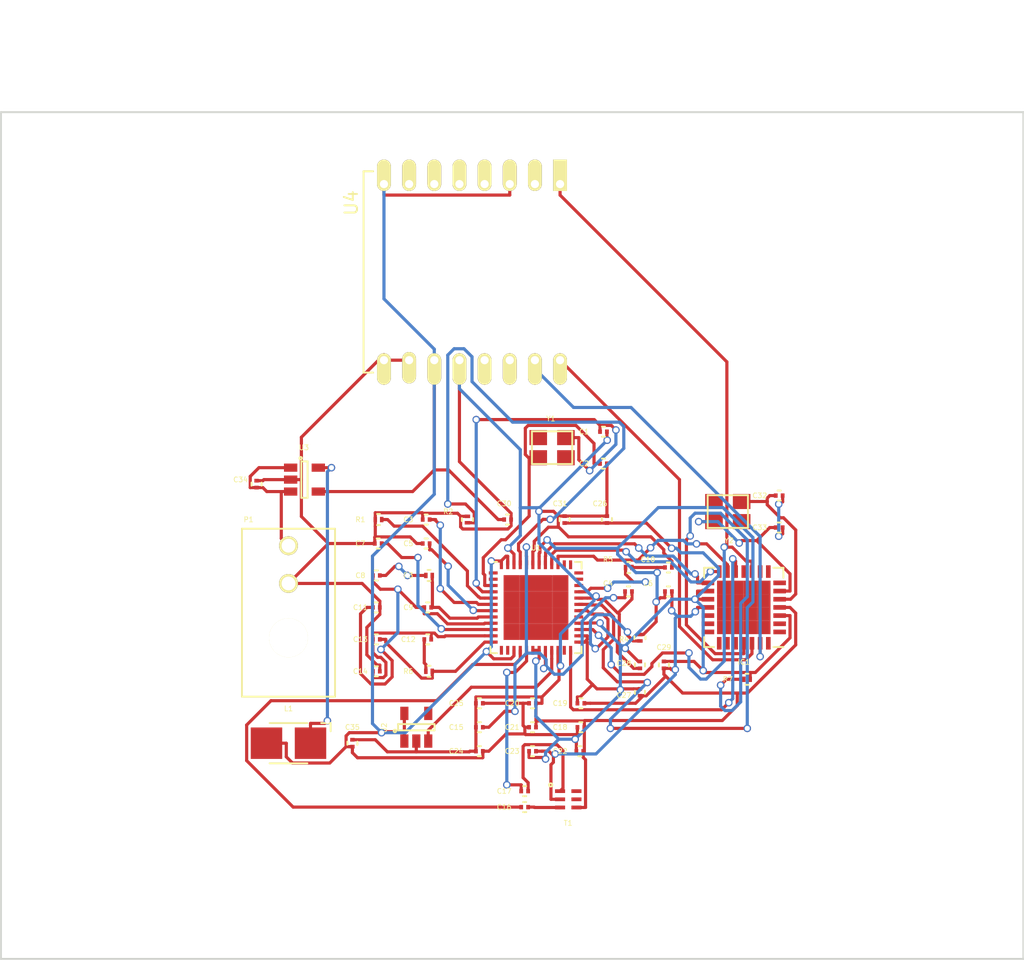
<source format=kicad_pcb>
(kicad_pcb (version 4) (host pcbnew 4.0.2-1.fc23-product)

  (general
    (links 129)
    (no_connects 0)
    (area 96.444999 59.614999 177.875001 127.075001)
    (thickness 1.6)
    (drawings 6)
    (tracks 799)
    (zones 0)
    (modules 52)
    (nets 71)
  )

  (page A)
  (layers
    (0 F.Cu signal)
    (31 B.Cu signal)
    (33 F.Adhes user)
    (35 F.Paste user)
    (37 F.SilkS user)
    (39 F.Mask user)
    (40 Dwgs.User user)
    (41 Cmts.User user)
    (42 Eco1.User user)
    (43 Eco2.User user)
    (44 Edge.Cuts user)
    (45 Margin user)
    (47 F.CrtYd user)
    (49 F.Fab user)
  )

  (setup
    (last_trace_width 0.25)
    (trace_clearance 0.2)
    (zone_clearance 0.508)
    (zone_45_only no)
    (trace_min 0.2)
    (segment_width 0.2)
    (edge_width 0.15)
    (via_size 0.6)
    (via_drill 0.4)
    (via_min_size 0.4)
    (via_min_drill 0.3)
    (uvia_size 0.3)
    (uvia_drill 0.1)
    (uvias_allowed no)
    (uvia_min_size 0.2)
    (uvia_min_drill 0.1)
    (pcb_text_width 0.3)
    (pcb_text_size 1.5 1.5)
    (mod_edge_width 0.15)
    (mod_text_size 0.4 0.4)
    (mod_text_width 0.0625)
    (pad_size 1.524 1.524)
    (pad_drill 0.762)
    (pad_to_mask_clearance 0.2)
    (aux_axis_origin 0 0)
    (visible_elements FFFEEFFF)
    (pcbplotparams
      (layerselection 0x2bfaa_80000001)
      (usegerberextensions false)
      (excludeedgelayer true)
      (linewidth 0.100000)
      (plotframeref true)
      (viasonmask true)
      (mode 1)
      (useauxorigin false)
      (hpglpennumber 1)
      (hpglpenspeed 20)
      (hpglpendiameter 15)
      (hpglpenoverlay 2)
      (psnegative false)
      (psa4output false)
      (plotreference true)
      (plotvalue false)
      (plotinvisibletext true)
      (padsonsilk true)
      (subtractmaskfromsilk false)
      (outputformat 4)
      (mirror false)
      (drillshape 0)
      (scaleselection 1)
      (outputdirectory ""))
  )

  (net 0 "")
  (net 1 VDDAON)
  (net 2 VSSIO)
  (net 3 EXTON)
  (net 4 "Net-(U2-Pad4)")
  (net 5 "Net-(C1-Pad1)")
  (net 6 "Net-(C2-Pad1)")
  (net 7 "Net-(C3-Pad2)")
  (net 8 VDDDIG)
  (net 9 "Net-(C5-Pad2)")
  (net 10 VDDIO)
  (net 11 "Net-(C7-Pad2)")
  (net 12 "Net-(C8-Pad1)")
  (net 13 VDDCLK)
  (net 14 CLKTUNE)
  (net 15 VDDVCO)
  (net 16 "Net-(C12-Pad2)")
  (net 17 VCOTUNE)
  (net 18 "Net-(C16-Pad1)")
  (net 19 RF_P)
  (net 20 "Net-(C17-Pad1)")
  (net 21 RF_N)
  (net 22 XTAL1)
  (net 23 "Net-(C32-Pad2)")
  (net 24 XTAL2)
  (net 25 "Net-(R1-Pad2)")
  (net 26 IRQ)
  (net 27 GPIO6)
  (net 28 GPIO5)
  (net 29 "Net-(IC1-Pad25)")
  (net 30 "Net-(IC1-Pad1)")
  (net 31 "Net-(IC1-Pad2)")
  (net 32 "Net-(IC1-Pad7)")
  (net 33 "Net-(IC1-Pad8)")
  (net 34 "Net-(IC1-Pad9)")
  (net 35 "Net-(IC1-Pad11)")
  (net 36 SPICSn)
  (net 37 SPIMOSI)
  (net 38 SPIMISO)
  (net 39 SPICLK)
  (net 40 "Net-(IC1-Pad19)")
  (net 41 "Net-(IC1-Pad20)")
  (net 42 "Net-(IC1-Pad21)")
  (net 43 "Net-(IC1-Pad22)")
  (net 44 "Net-(IC1-Pad23)")
  (net 45 "Net-(IC1-Pad24)")
  (net 46 "Net-(IC1-Pad28)")
  (net 47 "Net-(U1-Pad1)")
  (net 48 "Net-(U1-Pad2)")
  (net 49 "Net-(U1-Pad13)")
  (net 50 "Net-(U1-Pad14)")
  (net 51 WAKEUP)
  (net 52 SYNC)
  (net 53 GPIO4)
  (net 54 GPIO3)
  (net 55 GPIO2)
  (net 56 GPIO1)
  (net 57 GPIO0)
  (net 58 "Net-(L1-Pad1)")
  (net 59 "Net-(P2-Pad2)")
  (net 60 /DW1000-basic/BAT_LEVEL)
  (net 61 /DW1000-basic/RESET)
  (net 62 /micro/RXD)
  (net 63 /ESP8266/RXD)
  (net 64 /ESP8266/BAT_LEVEL)
  (net 65 "Net-(U4-Pad4)")
  (net 66 "Net-(U4-Pad5)")
  (net 67 "Net-(U4-Pad6)")
  (net 68 "Net-(U4-Pad7)")
  (net 69 "Net-(U4-Pad13)")
  (net 70 "Net-(U4-Pad14)")

  (net_class Default "This is the default net class."
    (clearance 0.2)
    (trace_width 0.25)
    (via_dia 0.6)
    (via_drill 0.4)
    (uvia_dia 0.3)
    (uvia_drill 0.1)
    (add_net /DW1000-basic/BAT_LEVEL)
    (add_net /DW1000-basic/RESET)
    (add_net /ESP8266/BAT_LEVEL)
    (add_net /ESP8266/RXD)
    (add_net /micro/RXD)
    (add_net CLKTUNE)
    (add_net EXTON)
    (add_net GPIO0)
    (add_net GPIO1)
    (add_net GPIO2)
    (add_net GPIO3)
    (add_net GPIO4)
    (add_net GPIO5)
    (add_net GPIO6)
    (add_net IRQ)
    (add_net "Net-(C1-Pad1)")
    (add_net "Net-(C12-Pad2)")
    (add_net "Net-(C16-Pad1)")
    (add_net "Net-(C17-Pad1)")
    (add_net "Net-(C2-Pad1)")
    (add_net "Net-(C3-Pad2)")
    (add_net "Net-(C32-Pad2)")
    (add_net "Net-(C5-Pad2)")
    (add_net "Net-(C7-Pad2)")
    (add_net "Net-(C8-Pad1)")
    (add_net "Net-(IC1-Pad1)")
    (add_net "Net-(IC1-Pad11)")
    (add_net "Net-(IC1-Pad19)")
    (add_net "Net-(IC1-Pad2)")
    (add_net "Net-(IC1-Pad20)")
    (add_net "Net-(IC1-Pad21)")
    (add_net "Net-(IC1-Pad22)")
    (add_net "Net-(IC1-Pad23)")
    (add_net "Net-(IC1-Pad24)")
    (add_net "Net-(IC1-Pad25)")
    (add_net "Net-(IC1-Pad28)")
    (add_net "Net-(IC1-Pad7)")
    (add_net "Net-(IC1-Pad8)")
    (add_net "Net-(IC1-Pad9)")
    (add_net "Net-(L1-Pad1)")
    (add_net "Net-(P2-Pad2)")
    (add_net "Net-(R1-Pad2)")
    (add_net "Net-(U1-Pad1)")
    (add_net "Net-(U1-Pad13)")
    (add_net "Net-(U1-Pad14)")
    (add_net "Net-(U1-Pad2)")
    (add_net "Net-(U2-Pad4)")
    (add_net "Net-(U4-Pad13)")
    (add_net "Net-(U4-Pad14)")
    (add_net "Net-(U4-Pad4)")
    (add_net "Net-(U4-Pad5)")
    (add_net "Net-(U4-Pad6)")
    (add_net "Net-(U4-Pad7)")
    (add_net RF_N)
    (add_net RF_P)
    (add_net SPICLK)
    (add_net SPICSn)
    (add_net SPIMISO)
    (add_net SPIMOSI)
    (add_net SYNC)
    (add_net VCOTUNE)
    (add_net VDDAON)
    (add_net VDDCLK)
    (add_net VDDDIG)
    (add_net VDDIO)
    (add_net VDDVCO)
    (add_net VSSIO)
    (add_net WAKEUP)
    (add_net XTAL1)
    (add_net XTAL2)
  )

  (module Capacitors_SMD:C_0201 (layer F.Cu) (tedit 56E9A0FC) (tstamp 56E8F9F0)
    (at 144.42 85.09)
    (descr "Capacitor SMD 0201, reflow soldering, AVX (see smccp.pdf)")
    (tags "capacitor 0201")
    (path /56E84243/56E88127)
    (attr smd)
    (fp_text reference C1 (at -1.545 0) (layer F.SilkS)
      (effects (font (size 0.4 0.4) (thickness 0.0625)))
    )
    (fp_text value 10pF (at 0 1.7) (layer F.Fab)
      (effects (font (size 1 1) (thickness 0.15)))
    )
    (fp_line (start -0.7 -0.55) (end 0.7 -0.55) (layer F.CrtYd) (width 0.05))
    (fp_line (start -0.7 0.55) (end 0.7 0.55) (layer F.CrtYd) (width 0.05))
    (fp_line (start -0.7 -0.55) (end -0.7 0.55) (layer F.CrtYd) (width 0.05))
    (fp_line (start 0.7 -0.55) (end 0.7 0.55) (layer F.CrtYd) (width 0.05))
    (fp_line (start 0.125 0.4) (end -0.125 0.4) (layer F.SilkS) (width 0.15))
    (fp_line (start -0.125 -0.4) (end 0.125 -0.4) (layer F.SilkS) (width 0.15))
    (pad 1 smd rect (at -0.275 0) (size 0.3 0.35) (layers F.Cu F.Paste F.Mask)
      (net 5 "Net-(C1-Pad1)"))
    (pad 2 smd rect (at 0.275 0) (size 0.3 0.35) (layers F.Cu F.Paste F.Mask)
      (net 2 VSSIO))
    (model Capacitors_SMD.3dshapes/C_0201.wrl
      (at (xyz 0 0 0))
      (scale (xyz 1 1 1))
      (rotate (xyz 0 0 0))
    )
  )

  (module Capacitors_SMD:C_0201 (layer F.Cu) (tedit 56E9A0FA) (tstamp 56E8F9FC)
    (at 144.42 87.63)
    (descr "Capacitor SMD 0201, reflow soldering, AVX (see smccp.pdf)")
    (tags "capacitor 0201")
    (path /56E84243/56E88120)
    (attr smd)
    (fp_text reference C2 (at -1.545 0) (layer F.SilkS)
      (effects (font (size 0.4 0.4) (thickness 0.0625)))
    )
    (fp_text value 10pF (at 0 1.7) (layer F.Fab)
      (effects (font (size 1 1) (thickness 0.15)))
    )
    (fp_line (start -0.7 -0.55) (end 0.7 -0.55) (layer F.CrtYd) (width 0.05))
    (fp_line (start -0.7 0.55) (end 0.7 0.55) (layer F.CrtYd) (width 0.05))
    (fp_line (start -0.7 -0.55) (end -0.7 0.55) (layer F.CrtYd) (width 0.05))
    (fp_line (start 0.7 -0.55) (end 0.7 0.55) (layer F.CrtYd) (width 0.05))
    (fp_line (start 0.125 0.4) (end -0.125 0.4) (layer F.SilkS) (width 0.15))
    (fp_line (start -0.125 -0.4) (end 0.125 -0.4) (layer F.SilkS) (width 0.15))
    (pad 1 smd rect (at -0.275 0) (size 0.3 0.35) (layers F.Cu F.Paste F.Mask)
      (net 6 "Net-(C2-Pad1)"))
    (pad 2 smd rect (at 0.275 0) (size 0.3 0.35) (layers F.Cu F.Paste F.Mask)
      (net 2 VSSIO))
    (model Capacitors_SMD.3dshapes/C_0201.wrl
      (at (xyz 0 0 0))
      (scale (xyz 1 1 1))
      (rotate (xyz 0 0 0))
    )
  )

  (module Capacitors_SMD:C_0201 (layer F.Cu) (tedit 56E9A114) (tstamp 56E8FA08)
    (at 130.325 92.075)
    (descr "Capacitor SMD 0201, reflow soldering, AVX (see smccp.pdf)")
    (tags "capacitor 0201")
    (path /56E84243/56E880E3)
    (attr smd)
    (fp_text reference C3 (at -1.42 0) (layer F.SilkS)
      (effects (font (size 0.4 0.4) (thickness 0.0625)))
    )
    (fp_text value 0.1uF (at 0 1.7) (layer F.Fab)
      (effects (font (size 1 1) (thickness 0.15)))
    )
    (fp_line (start -0.7 -0.55) (end 0.7 -0.55) (layer F.CrtYd) (width 0.05))
    (fp_line (start -0.7 0.55) (end 0.7 0.55) (layer F.CrtYd) (width 0.05))
    (fp_line (start -0.7 -0.55) (end -0.7 0.55) (layer F.CrtYd) (width 0.05))
    (fp_line (start 0.7 -0.55) (end 0.7 0.55) (layer F.CrtYd) (width 0.05))
    (fp_line (start 0.125 0.4) (end -0.125 0.4) (layer F.SilkS) (width 0.15))
    (fp_line (start -0.125 -0.4) (end 0.125 -0.4) (layer F.SilkS) (width 0.15))
    (pad 1 smd rect (at -0.275 0) (size 0.3 0.35) (layers F.Cu F.Paste F.Mask)
      (net 2 VSSIO))
    (pad 2 smd rect (at 0.275 0) (size 0.3 0.35) (layers F.Cu F.Paste F.Mask)
      (net 7 "Net-(C3-Pad2)"))
    (model Capacitors_SMD.3dshapes/C_0201.wrl
      (at (xyz 0 0 0))
      (scale (xyz 1 1 1))
      (rotate (xyz 0 0 0))
    )
  )

  (module Capacitors_SMD:C_0201 (layer F.Cu) (tedit 56E9A060) (tstamp 56E8FA14)
    (at 146.41 97.79)
    (descr "Capacitor SMD 0201, reflow soldering, AVX (see smccp.pdf)")
    (tags "capacitor 0201")
    (path /56E84243/56E87F16)
    (attr smd)
    (fp_text reference C4 (at -1.63 -0.635) (layer F.SilkS)
      (effects (font (size 0.4 0.4) (thickness 0.0625)))
    )
    (fp_text value 0.1uF (at 0 1.7) (layer F.Fab)
      (effects (font (size 1 1) (thickness 0.15)))
    )
    (fp_line (start -0.7 -0.55) (end 0.7 -0.55) (layer F.CrtYd) (width 0.05))
    (fp_line (start -0.7 0.55) (end 0.7 0.55) (layer F.CrtYd) (width 0.05))
    (fp_line (start -0.7 -0.55) (end -0.7 0.55) (layer F.CrtYd) (width 0.05))
    (fp_line (start 0.7 -0.55) (end 0.7 0.55) (layer F.CrtYd) (width 0.05))
    (fp_line (start 0.125 0.4) (end -0.125 0.4) (layer F.SilkS) (width 0.15))
    (fp_line (start -0.125 -0.4) (end 0.125 -0.4) (layer F.SilkS) (width 0.15))
    (pad 1 smd rect (at -0.275 0) (size 0.3 0.35) (layers F.Cu F.Paste F.Mask)
      (net 8 VDDDIG))
    (pad 2 smd rect (at 0.275 0) (size 0.3 0.35) (layers F.Cu F.Paste F.Mask)
      (net 2 VSSIO))
    (model Capacitors_SMD.3dshapes/C_0201.wrl
      (at (xyz 0 0 0))
      (scale (xyz 1 1 1))
      (rotate (xyz 0 0 0))
    )
  )

  (module Capacitors_SMD:C_0201 (layer F.Cu) (tedit 56E9A112) (tstamp 56E8FA20)
    (at 130.325 93.98)
    (descr "Capacitor SMD 0201, reflow soldering, AVX (see smccp.pdf)")
    (tags "capacitor 0201")
    (path /56E84243/56E880DC)
    (attr smd)
    (fp_text reference C5 (at -1.42 0) (layer F.SilkS)
      (effects (font (size 0.4 0.4) (thickness 0.0625)))
    )
    (fp_text value 0.1uF (at 0 1.7) (layer F.Fab)
      (effects (font (size 1 1) (thickness 0.15)))
    )
    (fp_line (start -0.7 -0.55) (end 0.7 -0.55) (layer F.CrtYd) (width 0.05))
    (fp_line (start -0.7 0.55) (end 0.7 0.55) (layer F.CrtYd) (width 0.05))
    (fp_line (start -0.7 -0.55) (end -0.7 0.55) (layer F.CrtYd) (width 0.05))
    (fp_line (start 0.7 -0.55) (end 0.7 0.55) (layer F.CrtYd) (width 0.05))
    (fp_line (start 0.125 0.4) (end -0.125 0.4) (layer F.SilkS) (width 0.15))
    (fp_line (start -0.125 -0.4) (end 0.125 -0.4) (layer F.SilkS) (width 0.15))
    (pad 1 smd rect (at -0.275 0) (size 0.3 0.35) (layers F.Cu F.Paste F.Mask)
      (net 2 VSSIO))
    (pad 2 smd rect (at 0.275 0) (size 0.3 0.35) (layers F.Cu F.Paste F.Mask)
      (net 9 "Net-(C5-Pad2)"))
    (model Capacitors_SMD.3dshapes/C_0201.wrl
      (at (xyz 0 0 0))
      (scale (xyz 1 1 1))
      (rotate (xyz 0 0 0))
    )
  )

  (module Capacitors_SMD:C_0201 (layer F.Cu) (tedit 56E9A05E) (tstamp 56E8FA2C)
    (at 149.585 97.79 180)
    (descr "Capacitor SMD 0201, reflow soldering, AVX (see smccp.pdf)")
    (tags "capacitor 0201")
    (path /56E84243/56E87F1D)
    (attr smd)
    (fp_text reference C6 (at 1.63 0.635 180) (layer F.SilkS)
      (effects (font (size 0.4 0.4) (thickness 0.0625)))
    )
    (fp_text value 0.1uF (at 0 1.7 180) (layer F.Fab)
      (effects (font (size 1 1) (thickness 0.15)))
    )
    (fp_line (start -0.7 -0.55) (end 0.7 -0.55) (layer F.CrtYd) (width 0.05))
    (fp_line (start -0.7 0.55) (end 0.7 0.55) (layer F.CrtYd) (width 0.05))
    (fp_line (start -0.7 -0.55) (end -0.7 0.55) (layer F.CrtYd) (width 0.05))
    (fp_line (start 0.7 -0.55) (end 0.7 0.55) (layer F.CrtYd) (width 0.05))
    (fp_line (start 0.125 0.4) (end -0.125 0.4) (layer F.SilkS) (width 0.15))
    (fp_line (start -0.125 -0.4) (end 0.125 -0.4) (layer F.SilkS) (width 0.15))
    (pad 1 smd rect (at -0.275 0 180) (size 0.3 0.35) (layers F.Cu F.Paste F.Mask)
      (net 2 VSSIO))
    (pad 2 smd rect (at 0.275 0 180) (size 0.3 0.35) (layers F.Cu F.Paste F.Mask)
      (net 10 VDDIO))
    (model Capacitors_SMD.3dshapes/C_0201.wrl
      (at (xyz 0 0 0))
      (scale (xyz 1 1 1))
      (rotate (xyz 0 0 0))
    )
  )

  (module Capacitors_SMD:C_0201 (layer F.Cu) (tedit 56E9A10C) (tstamp 56E8FA38)
    (at 126.515 93.98)
    (descr "Capacitor SMD 0201, reflow soldering, AVX (see smccp.pdf)")
    (tags "capacitor 0201")
    (path /56E84243/56E880BC)
    (attr smd)
    (fp_text reference C7 (at -1.42 0) (layer F.SilkS)
      (effects (font (size 0.4 0.4) (thickness 0.0625)))
    )
    (fp_text value 0.1uF (at 0 1.7) (layer F.Fab)
      (effects (font (size 1 1) (thickness 0.15)))
    )
    (fp_line (start -0.7 -0.55) (end 0.7 -0.55) (layer F.CrtYd) (width 0.05))
    (fp_line (start -0.7 0.55) (end 0.7 0.55) (layer F.CrtYd) (width 0.05))
    (fp_line (start -0.7 -0.55) (end -0.7 0.55) (layer F.CrtYd) (width 0.05))
    (fp_line (start 0.7 -0.55) (end 0.7 0.55) (layer F.CrtYd) (width 0.05))
    (fp_line (start 0.125 0.4) (end -0.125 0.4) (layer F.SilkS) (width 0.15))
    (fp_line (start -0.125 -0.4) (end 0.125 -0.4) (layer F.SilkS) (width 0.15))
    (pad 1 smd rect (at -0.275 0) (size 0.3 0.35) (layers F.Cu F.Paste F.Mask)
      (net 2 VSSIO))
    (pad 2 smd rect (at 0.275 0) (size 0.3 0.35) (layers F.Cu F.Paste F.Mask)
      (net 11 "Net-(C7-Pad2)"))
    (model Capacitors_SMD.3dshapes/C_0201.wrl
      (at (xyz 0 0 0))
      (scale (xyz 1 1 1))
      (rotate (xyz 0 0 0))
    )
  )

  (module Capacitors_SMD:C_0201 (layer F.Cu) (tedit 56E9A12D) (tstamp 56E8FA44)
    (at 126.365 96.52 180)
    (descr "Capacitor SMD 0201, reflow soldering, AVX (see smccp.pdf)")
    (tags "capacitor 0201")
    (path /56E84243/56E880AF)
    (attr smd)
    (fp_text reference C8 (at 1.27 0 180) (layer F.SilkS)
      (effects (font (size 0.4 0.4) (thickness 0.0625)))
    )
    (fp_text value 27pF (at 0 1.7 180) (layer F.Fab)
      (effects (font (size 1 1) (thickness 0.15)))
    )
    (fp_line (start -0.7 -0.55) (end 0.7 -0.55) (layer F.CrtYd) (width 0.05))
    (fp_line (start -0.7 0.55) (end 0.7 0.55) (layer F.CrtYd) (width 0.05))
    (fp_line (start -0.7 -0.55) (end -0.7 0.55) (layer F.CrtYd) (width 0.05))
    (fp_line (start 0.7 -0.55) (end 0.7 0.55) (layer F.CrtYd) (width 0.05))
    (fp_line (start 0.125 0.4) (end -0.125 0.4) (layer F.SilkS) (width 0.15))
    (fp_line (start -0.125 -0.4) (end 0.125 -0.4) (layer F.SilkS) (width 0.15))
    (pad 1 smd rect (at -0.275 0 180) (size 0.3 0.35) (layers F.Cu F.Paste F.Mask)
      (net 12 "Net-(C8-Pad1)"))
    (pad 2 smd rect (at 0.275 0 180) (size 0.3 0.35) (layers F.Cu F.Paste F.Mask)
      (net 13 VDDCLK))
    (model Capacitors_SMD.3dshapes/C_0201.wrl
      (at (xyz 0 0 0))
      (scale (xyz 1 1 1))
      (rotate (xyz 0 0 0))
    )
  )

  (module Capacitors_SMD:C_0201 (layer F.Cu) (tedit 56E9A13C) (tstamp 56E8FA50)
    (at 130.45 99.06 180)
    (descr "Capacitor SMD 0201, reflow soldering, AVX (see smccp.pdf)")
    (tags "capacitor 0201")
    (path /56E84243/56E880A1)
    (attr smd)
    (fp_text reference C9 (at 1.545 0 180) (layer F.SilkS)
      (effects (font (size 0.4 0.4) (thickness 0.0625)))
    )
    (fp_text value 1.2pF (at 0 1.7 180) (layer F.Fab)
      (effects (font (size 1 1) (thickness 0.15)))
    )
    (fp_line (start -0.7 -0.55) (end 0.7 -0.55) (layer F.CrtYd) (width 0.05))
    (fp_line (start -0.7 0.55) (end 0.7 0.55) (layer F.CrtYd) (width 0.05))
    (fp_line (start -0.7 -0.55) (end -0.7 0.55) (layer F.CrtYd) (width 0.05))
    (fp_line (start 0.7 -0.55) (end 0.7 0.55) (layer F.CrtYd) (width 0.05))
    (fp_line (start 0.125 0.4) (end -0.125 0.4) (layer F.SilkS) (width 0.15))
    (fp_line (start -0.125 -0.4) (end 0.125 -0.4) (layer F.SilkS) (width 0.15))
    (pad 1 smd rect (at -0.275 0 180) (size 0.3 0.35) (layers F.Cu F.Paste F.Mask)
      (net 14 CLKTUNE))
    (pad 2 smd rect (at 0.275 0 180) (size 0.3 0.35) (layers F.Cu F.Paste F.Mask)
      (net 13 VDDCLK))
    (model Capacitors_SMD.3dshapes/C_0201.wrl
      (at (xyz 0 0 0))
      (scale (xyz 1 1 1))
      (rotate (xyz 0 0 0))
    )
  )

  (module Capacitors_SMD:C_0201 (layer F.Cu) (tedit 56E9A059) (tstamp 56E8FA5C)
    (at 149.585 95.885)
    (descr "Capacitor SMD 0201, reflow soldering, AVX (see smccp.pdf)")
    (tags "capacitor 0201")
    (path /56E84243/56E8813C)
    (attr smd)
    (fp_text reference C10 (at -1.63 -0.635) (layer F.SilkS)
      (effects (font (size 0.4 0.4) (thickness 0.0625)))
    )
    (fp_text value 0.1uF (at 0 1.7) (layer F.Fab)
      (effects (font (size 1 1) (thickness 0.15)))
    )
    (fp_line (start -0.7 -0.55) (end 0.7 -0.55) (layer F.CrtYd) (width 0.05))
    (fp_line (start -0.7 0.55) (end 0.7 0.55) (layer F.CrtYd) (width 0.05))
    (fp_line (start -0.7 -0.55) (end -0.7 0.55) (layer F.CrtYd) (width 0.05))
    (fp_line (start 0.7 -0.55) (end 0.7 0.55) (layer F.CrtYd) (width 0.05))
    (fp_line (start 0.125 0.4) (end -0.125 0.4) (layer F.SilkS) (width 0.15))
    (fp_line (start -0.125 -0.4) (end 0.125 -0.4) (layer F.SilkS) (width 0.15))
    (pad 1 smd rect (at -0.275 0) (size 0.3 0.35) (layers F.Cu F.Paste F.Mask)
      (net 10 VDDIO))
    (pad 2 smd rect (at 0.275 0) (size 0.3 0.35) (layers F.Cu F.Paste F.Mask)
      (net 2 VSSIO))
    (model Capacitors_SMD.3dshapes/C_0201.wrl
      (at (xyz 0 0 0))
      (scale (xyz 1 1 1))
      (rotate (xyz 0 0 0))
    )
  )

  (module Capacitors_SMD:C_0201 (layer F.Cu) (tedit 56E9A12A) (tstamp 56E8FA68)
    (at 126.365 99.06)
    (descr "Capacitor SMD 0201, reflow soldering, AVX (see smccp.pdf)")
    (tags "capacitor 0201")
    (path /56E84243/56E8809A)
    (attr smd)
    (fp_text reference C11 (at -1.27 0) (layer F.SilkS)
      (effects (font (size 0.4 0.4) (thickness 0.0625)))
    )
    (fp_text value 0.1uF (at 0 1.7) (layer F.Fab)
      (effects (font (size 1 1) (thickness 0.15)))
    )
    (fp_line (start -0.7 -0.55) (end 0.7 -0.55) (layer F.CrtYd) (width 0.05))
    (fp_line (start -0.7 0.55) (end 0.7 0.55) (layer F.CrtYd) (width 0.05))
    (fp_line (start -0.7 -0.55) (end -0.7 0.55) (layer F.CrtYd) (width 0.05))
    (fp_line (start 0.7 -0.55) (end 0.7 0.55) (layer F.CrtYd) (width 0.05))
    (fp_line (start 0.125 0.4) (end -0.125 0.4) (layer F.SilkS) (width 0.15))
    (fp_line (start -0.125 -0.4) (end 0.125 -0.4) (layer F.SilkS) (width 0.15))
    (pad 1 smd rect (at -0.275 0) (size 0.3 0.35) (layers F.Cu F.Paste F.Mask)
      (net 13 VDDCLK))
    (pad 2 smd rect (at 0.275 0) (size 0.3 0.35) (layers F.Cu F.Paste F.Mask)
      (net 2 VSSIO))
    (model Capacitors_SMD.3dshapes/C_0201.wrl
      (at (xyz 0 0 0))
      (scale (xyz 1 1 1))
      (rotate (xyz 0 0 0))
    )
  )

  (module Capacitors_SMD:C_0201 (layer F.Cu) (tedit 56E9A138) (tstamp 56E8FA74)
    (at 130.45 101.6 180)
    (descr "Capacitor SMD 0201, reflow soldering, AVX (see smccp.pdf)")
    (tags "capacitor 0201")
    (path /56E84243/56E88082)
    (attr smd)
    (fp_text reference C12 (at 1.545 0 180) (layer F.SilkS)
      (effects (font (size 0.4 0.4) (thickness 0.0625)))
    )
    (fp_text value 820pF (at 0 1.7 180) (layer F.Fab)
      (effects (font (size 1 1) (thickness 0.15)))
    )
    (fp_line (start -0.7 -0.55) (end 0.7 -0.55) (layer F.CrtYd) (width 0.05))
    (fp_line (start -0.7 0.55) (end 0.7 0.55) (layer F.CrtYd) (width 0.05))
    (fp_line (start -0.7 -0.55) (end -0.7 0.55) (layer F.CrtYd) (width 0.05))
    (fp_line (start 0.7 -0.55) (end 0.7 0.55) (layer F.CrtYd) (width 0.05))
    (fp_line (start 0.125 0.4) (end -0.125 0.4) (layer F.SilkS) (width 0.15))
    (fp_line (start -0.125 -0.4) (end 0.125 -0.4) (layer F.SilkS) (width 0.15))
    (pad 1 smd rect (at -0.275 0 180) (size 0.3 0.35) (layers F.Cu F.Paste F.Mask)
      (net 15 VDDVCO))
    (pad 2 smd rect (at 0.275 0 180) (size 0.3 0.35) (layers F.Cu F.Paste F.Mask)
      (net 16 "Net-(C12-Pad2)"))
    (model Capacitors_SMD.3dshapes/C_0201.wrl
      (at (xyz 0 0 0))
      (scale (xyz 1 1 1))
      (rotate (xyz 0 0 0))
    )
  )

  (module Capacitors_SMD:C_0201 (layer F.Cu) (tedit 56E9A132) (tstamp 56E8FA80)
    (at 126.365 101.6)
    (descr "Capacitor SMD 0201, reflow soldering, AVX (see smccp.pdf)")
    (tags "capacitor 0201")
    (path /56E84243/56E88089)
    (attr smd)
    (fp_text reference C13 (at -1.27 0) (layer F.SilkS)
      (effects (font (size 0.4 0.4) (thickness 0.0625)))
    )
    (fp_text value 18pF (at 0 1.7) (layer F.Fab)
      (effects (font (size 1 1) (thickness 0.15)))
    )
    (fp_line (start -0.7 -0.55) (end 0.7 -0.55) (layer F.CrtYd) (width 0.05))
    (fp_line (start -0.7 0.55) (end 0.7 0.55) (layer F.CrtYd) (width 0.05))
    (fp_line (start -0.7 -0.55) (end -0.7 0.55) (layer F.CrtYd) (width 0.05))
    (fp_line (start 0.7 -0.55) (end 0.7 0.55) (layer F.CrtYd) (width 0.05))
    (fp_line (start 0.125 0.4) (end -0.125 0.4) (layer F.SilkS) (width 0.15))
    (fp_line (start -0.125 -0.4) (end 0.125 -0.4) (layer F.SilkS) (width 0.15))
    (pad 1 smd rect (at -0.275 0) (size 0.3 0.35) (layers F.Cu F.Paste F.Mask)
      (net 15 VDDVCO))
    (pad 2 smd rect (at 0.275 0) (size 0.3 0.35) (layers F.Cu F.Paste F.Mask)
      (net 17 VCOTUNE))
    (model Capacitors_SMD.3dshapes/C_0201.wrl
      (at (xyz 0 0 0))
      (scale (xyz 1 1 1))
      (rotate (xyz 0 0 0))
    )
  )

  (module Capacitors_SMD:C_0201 (layer F.Cu) (tedit 56E9A133) (tstamp 56E8FA8C)
    (at 126.365 104.14)
    (descr "Capacitor SMD 0201, reflow soldering, AVX (see smccp.pdf)")
    (tags "capacitor 0201")
    (path /56E84243/56E88074)
    (attr smd)
    (fp_text reference C14 (at -1.27 0) (layer F.SilkS)
      (effects (font (size 0.4 0.4) (thickness 0.0625)))
    )
    (fp_text value 0.1uF (at 0 1.7) (layer F.Fab)
      (effects (font (size 1 1) (thickness 0.15)))
    )
    (fp_line (start -0.7 -0.55) (end 0.7 -0.55) (layer F.CrtYd) (width 0.05))
    (fp_line (start -0.7 0.55) (end 0.7 0.55) (layer F.CrtYd) (width 0.05))
    (fp_line (start -0.7 -0.55) (end -0.7 0.55) (layer F.CrtYd) (width 0.05))
    (fp_line (start 0.7 -0.55) (end 0.7 0.55) (layer F.CrtYd) (width 0.05))
    (fp_line (start 0.125 0.4) (end -0.125 0.4) (layer F.SilkS) (width 0.15))
    (fp_line (start -0.125 -0.4) (end 0.125 -0.4) (layer F.SilkS) (width 0.15))
    (pad 1 smd rect (at -0.275 0) (size 0.3 0.35) (layers F.Cu F.Paste F.Mask)
      (net 15 VDDVCO))
    (pad 2 smd rect (at 0.275 0) (size 0.3 0.35) (layers F.Cu F.Paste F.Mask)
      (net 2 VSSIO))
    (model Capacitors_SMD.3dshapes/C_0201.wrl
      (at (xyz 0 0 0))
      (scale (xyz 1 1 1))
      (rotate (xyz 0 0 0))
    )
  )

  (module Capacitors_SMD:C_0201 (layer F.Cu) (tedit 56E9A083) (tstamp 56E8FA98)
    (at 134.555 108.585 180)
    (descr "Capacitor SMD 0201, reflow soldering, AVX (see smccp.pdf)")
    (tags "capacitor 0201")
    (path /56E84243/56E8803A)
    (attr smd)
    (fp_text reference C15 (at 1.84 0 180) (layer F.SilkS)
      (effects (font (size 0.4 0.4) (thickness 0.0625)))
    )
    (fp_text value 0.1uF (at 0 1.7 180) (layer F.Fab)
      (effects (font (size 1 1) (thickness 0.15)))
    )
    (fp_line (start -0.7 -0.55) (end 0.7 -0.55) (layer F.CrtYd) (width 0.05))
    (fp_line (start -0.7 0.55) (end 0.7 0.55) (layer F.CrtYd) (width 0.05))
    (fp_line (start -0.7 -0.55) (end -0.7 0.55) (layer F.CrtYd) (width 0.05))
    (fp_line (start 0.7 -0.55) (end 0.7 0.55) (layer F.CrtYd) (width 0.05))
    (fp_line (start 0.125 0.4) (end -0.125 0.4) (layer F.SilkS) (width 0.15))
    (fp_line (start -0.125 -0.4) (end 0.125 -0.4) (layer F.SilkS) (width 0.15))
    (pad 1 smd rect (at -0.275 0 180) (size 0.3 0.35) (layers F.Cu F.Paste F.Mask)
      (net 8 VDDDIG))
    (pad 2 smd rect (at 0.275 0 180) (size 0.3 0.35) (layers F.Cu F.Paste F.Mask)
      (net 2 VSSIO))
    (model Capacitors_SMD.3dshapes/C_0201.wrl
      (at (xyz 0 0 0))
      (scale (xyz 1 1 1))
      (rotate (xyz 0 0 0))
    )
  )

  (module Capacitors_SMD:C_0201 (layer F.Cu) (tedit 56E9A06F) (tstamp 56E8FAA4)
    (at 138.155 114.935 180)
    (descr "Capacitor SMD 0201, reflow soldering, AVX (see smccp.pdf)")
    (tags "capacitor 0201")
    (path /56E84243/56E88056)
    (attr smd)
    (fp_text reference C16 (at 1.63 0 180) (layer F.SilkS)
      (effects (font (size 0.4 0.4) (thickness 0.0625)))
    )
    (fp_text value 0.1uF (at 0 1.7 180) (layer F.Fab)
      (effects (font (size 1 1) (thickness 0.15)))
    )
    (fp_line (start -0.7 -0.55) (end 0.7 -0.55) (layer F.CrtYd) (width 0.05))
    (fp_line (start -0.7 0.55) (end 0.7 0.55) (layer F.CrtYd) (width 0.05))
    (fp_line (start -0.7 -0.55) (end -0.7 0.55) (layer F.CrtYd) (width 0.05))
    (fp_line (start 0.7 -0.55) (end 0.7 0.55) (layer F.CrtYd) (width 0.05))
    (fp_line (start 0.125 0.4) (end -0.125 0.4) (layer F.SilkS) (width 0.15))
    (fp_line (start -0.125 -0.4) (end 0.125 -0.4) (layer F.SilkS) (width 0.15))
    (pad 1 smd rect (at -0.275 0 180) (size 0.3 0.35) (layers F.Cu F.Paste F.Mask)
      (net 18 "Net-(C16-Pad1)"))
    (pad 2 smd rect (at 0.275 0 180) (size 0.3 0.35) (layers F.Cu F.Paste F.Mask)
      (net 19 RF_P))
    (model Capacitors_SMD.3dshapes/C_0201.wrl
      (at (xyz 0 0 0))
      (scale (xyz 1 1 1))
      (rotate (xyz 0 0 0))
    )
  )

  (module Capacitors_SMD:C_0201 (layer F.Cu) (tedit 56E9A06E) (tstamp 56E8FAB0)
    (at 138.155 113.665 180)
    (descr "Capacitor SMD 0201, reflow soldering, AVX (see smccp.pdf)")
    (tags "capacitor 0201")
    (path /56E84243/56E8804F)
    (attr smd)
    (fp_text reference C17 (at 1.63 0 180) (layer F.SilkS)
      (effects (font (size 0.4 0.4) (thickness 0.0625)))
    )
    (fp_text value 0.1uF (at 0 1.7 180) (layer F.Fab)
      (effects (font (size 1 1) (thickness 0.15)))
    )
    (fp_line (start -0.7 -0.55) (end 0.7 -0.55) (layer F.CrtYd) (width 0.05))
    (fp_line (start -0.7 0.55) (end 0.7 0.55) (layer F.CrtYd) (width 0.05))
    (fp_line (start -0.7 -0.55) (end -0.7 0.55) (layer F.CrtYd) (width 0.05))
    (fp_line (start 0.7 -0.55) (end 0.7 0.55) (layer F.CrtYd) (width 0.05))
    (fp_line (start 0.125 0.4) (end -0.125 0.4) (layer F.SilkS) (width 0.15))
    (fp_line (start -0.125 -0.4) (end 0.125 -0.4) (layer F.SilkS) (width 0.15))
    (pad 1 smd rect (at -0.275 0 180) (size 0.3 0.35) (layers F.Cu F.Paste F.Mask)
      (net 20 "Net-(C17-Pad1)"))
    (pad 2 smd rect (at 0.275 0 180) (size 0.3 0.35) (layers F.Cu F.Paste F.Mask)
      (net 21 RF_N))
    (model Capacitors_SMD.3dshapes/C_0201.wrl
      (at (xyz 0 0 0))
      (scale (xyz 1 1 1))
      (rotate (xyz 0 0 0))
    )
  )

  (module Capacitors_SMD:C_0201 (layer F.Cu) (tedit 56E9A091) (tstamp 56E8FABC)
    (at 142.625 108.585)
    (descr "Capacitor SMD 0201, reflow soldering, AVX (see smccp.pdf)")
    (tags "capacitor 0201")
    (path /56E84243/56E8802A)
    (attr smd)
    (fp_text reference C18 (at -1.655 0) (layer F.SilkS)
      (effects (font (size 0.4 0.4) (thickness 0.0625)))
    )
    (fp_text value 47uF (at 0 1.7) (layer F.Fab)
      (effects (font (size 1 1) (thickness 0.15)))
    )
    (fp_line (start -0.7 -0.55) (end 0.7 -0.55) (layer F.CrtYd) (width 0.05))
    (fp_line (start -0.7 0.55) (end 0.7 0.55) (layer F.CrtYd) (width 0.05))
    (fp_line (start -0.7 -0.55) (end -0.7 0.55) (layer F.CrtYd) (width 0.05))
    (fp_line (start 0.7 -0.55) (end 0.7 0.55) (layer F.CrtYd) (width 0.05))
    (fp_line (start 0.125 0.4) (end -0.125 0.4) (layer F.SilkS) (width 0.15))
    (fp_line (start -0.125 -0.4) (end 0.125 -0.4) (layer F.SilkS) (width 0.15))
    (pad 1 smd rect (at -0.275 0) (size 0.3 0.35) (layers F.Cu F.Paste F.Mask)
      (net 1 VDDAON))
    (pad 2 smd rect (at 0.275 0) (size 0.3 0.35) (layers F.Cu F.Paste F.Mask)
      (net 2 VSSIO))
    (model Capacitors_SMD.3dshapes/C_0201.wrl
      (at (xyz 0 0 0))
      (scale (xyz 1 1 1))
      (rotate (xyz 0 0 0))
    )
  )

  (module Capacitors_SMD:C_0201 (layer F.Cu) (tedit 56E9A094) (tstamp 56E8FAC8)
    (at 142.625 106.68)
    (descr "Capacitor SMD 0201, reflow soldering, AVX (see smccp.pdf)")
    (tags "capacitor 0201")
    (path /56E84243/56E88023)
    (attr smd)
    (fp_text reference C19 (at -1.655 0) (layer F.SilkS)
      (effects (font (size 0.4 0.4) (thickness 0.0625)))
    )
    (fp_text value 0.1uF (at 0 1.7) (layer F.Fab)
      (effects (font (size 1 1) (thickness 0.15)))
    )
    (fp_line (start -0.7 -0.55) (end 0.7 -0.55) (layer F.CrtYd) (width 0.05))
    (fp_line (start -0.7 0.55) (end 0.7 0.55) (layer F.CrtYd) (width 0.05))
    (fp_line (start -0.7 -0.55) (end -0.7 0.55) (layer F.CrtYd) (width 0.05))
    (fp_line (start 0.7 -0.55) (end 0.7 0.55) (layer F.CrtYd) (width 0.05))
    (fp_line (start 0.125 0.4) (end -0.125 0.4) (layer F.SilkS) (width 0.15))
    (fp_line (start -0.125 -0.4) (end 0.125 -0.4) (layer F.SilkS) (width 0.15))
    (pad 1 smd rect (at -0.275 0) (size 0.3 0.35) (layers F.Cu F.Paste F.Mask)
      (net 1 VDDAON))
    (pad 2 smd rect (at 0.275 0) (size 0.3 0.35) (layers F.Cu F.Paste F.Mask)
      (net 2 VSSIO))
    (model Capacitors_SMD.3dshapes/C_0201.wrl
      (at (xyz 0 0 0))
      (scale (xyz 1 1 1))
      (rotate (xyz 0 0 0))
    )
  )

  (module Capacitors_SMD:C_0201 (layer F.Cu) (tedit 56E9A09B) (tstamp 56E8FAD4)
    (at 138.78 106.68)
    (descr "Capacitor SMD 0201, reflow soldering, AVX (see smccp.pdf)")
    (tags "capacitor 0201")
    (path /56E84243/56E8801C)
    (attr smd)
    (fp_text reference C20 (at -1.62 0) (layer F.SilkS)
      (effects (font (size 0.4 0.4) (thickness 0.0625)))
    )
    (fp_text value 10pF (at 0 1.7) (layer F.Fab)
      (effects (font (size 1 1) (thickness 0.15)))
    )
    (fp_line (start -0.7 -0.55) (end 0.7 -0.55) (layer F.CrtYd) (width 0.05))
    (fp_line (start -0.7 0.55) (end 0.7 0.55) (layer F.CrtYd) (width 0.05))
    (fp_line (start -0.7 -0.55) (end -0.7 0.55) (layer F.CrtYd) (width 0.05))
    (fp_line (start 0.7 -0.55) (end 0.7 0.55) (layer F.CrtYd) (width 0.05))
    (fp_line (start 0.125 0.4) (end -0.125 0.4) (layer F.SilkS) (width 0.15))
    (fp_line (start -0.125 -0.4) (end 0.125 -0.4) (layer F.SilkS) (width 0.15))
    (pad 1 smd rect (at -0.275 0) (size 0.3 0.35) (layers F.Cu F.Paste F.Mask)
      (net 1 VDDAON))
    (pad 2 smd rect (at 0.275 0) (size 0.3 0.35) (layers F.Cu F.Paste F.Mask)
      (net 2 VSSIO))
    (model Capacitors_SMD.3dshapes/C_0201.wrl
      (at (xyz 0 0 0))
      (scale (xyz 1 1 1))
      (rotate (xyz 0 0 0))
    )
  )

  (module Capacitors_SMD:C_0201 (layer F.Cu) (tedit 56E9A097) (tstamp 56E8FAE0)
    (at 138.78 108.585)
    (descr "Capacitor SMD 0201, reflow soldering, AVX (see smccp.pdf)")
    (tags "capacitor 0201")
    (path /56E84243/56E88015)
    (attr smd)
    (fp_text reference C21 (at -1.62 0) (layer F.SilkS)
      (effects (font (size 0.4 0.4) (thickness 0.0625)))
    )
    (fp_text value 330pF (at 0 1.7) (layer F.Fab)
      (effects (font (size 1 1) (thickness 0.15)))
    )
    (fp_line (start -0.7 -0.55) (end 0.7 -0.55) (layer F.CrtYd) (width 0.05))
    (fp_line (start -0.7 0.55) (end 0.7 0.55) (layer F.CrtYd) (width 0.05))
    (fp_line (start -0.7 -0.55) (end -0.7 0.55) (layer F.CrtYd) (width 0.05))
    (fp_line (start 0.7 -0.55) (end 0.7 0.55) (layer F.CrtYd) (width 0.05))
    (fp_line (start 0.125 0.4) (end -0.125 0.4) (layer F.SilkS) (width 0.15))
    (fp_line (start -0.125 -0.4) (end 0.125 -0.4) (layer F.SilkS) (width 0.15))
    (pad 1 smd rect (at -0.275 0) (size 0.3 0.35) (layers F.Cu F.Paste F.Mask)
      (net 1 VDDAON))
    (pad 2 smd rect (at 0.275 0) (size 0.3 0.35) (layers F.Cu F.Paste F.Mask)
      (net 2 VSSIO))
    (model Capacitors_SMD.3dshapes/C_0201.wrl
      (at (xyz 0 0 0))
      (scale (xyz 1 1 1))
      (rotate (xyz 0 0 0))
    )
  )

  (module Capacitors_SMD:C_0201 (layer F.Cu) (tedit 56E9A09E) (tstamp 56E8FAEC)
    (at 142.54 110.49)
    (descr "Capacitor SMD 0201, reflow soldering, AVX (see smccp.pdf)")
    (tags "capacitor 0201")
    (path /56E84243/56E8800E)
    (attr smd)
    (fp_text reference C22 (at -1.57 0) (layer F.SilkS)
      (effects (font (size 0.4 0.4) (thickness 0.0625)))
    )
    (fp_text value 0.1uF (at 0 1.7) (layer F.Fab)
      (effects (font (size 1 1) (thickness 0.15)))
    )
    (fp_line (start -0.7 -0.55) (end 0.7 -0.55) (layer F.CrtYd) (width 0.05))
    (fp_line (start -0.7 0.55) (end 0.7 0.55) (layer F.CrtYd) (width 0.05))
    (fp_line (start -0.7 -0.55) (end -0.7 0.55) (layer F.CrtYd) (width 0.05))
    (fp_line (start 0.7 -0.55) (end 0.7 0.55) (layer F.CrtYd) (width 0.05))
    (fp_line (start 0.125 0.4) (end -0.125 0.4) (layer F.SilkS) (width 0.15))
    (fp_line (start -0.125 -0.4) (end 0.125 -0.4) (layer F.SilkS) (width 0.15))
    (pad 1 smd rect (at -0.275 0) (size 0.3 0.35) (layers F.Cu F.Paste F.Mask)
      (net 1 VDDAON))
    (pad 2 smd rect (at 0.275 0) (size 0.3 0.35) (layers F.Cu F.Paste F.Mask)
      (net 2 VSSIO))
    (model Capacitors_SMD.3dshapes/C_0201.wrl
      (at (xyz 0 0 0))
      (scale (xyz 1 1 1))
      (rotate (xyz 0 0 0))
    )
  )

  (module Capacitors_SMD:C_0201 (layer F.Cu) (tedit 56E9A07C) (tstamp 56E8FAF8)
    (at 138.78 110.49)
    (descr "Capacitor SMD 0201, reflow soldering, AVX (see smccp.pdf)")
    (tags "capacitor 0201")
    (path /56E84243/56E88007)
    (attr smd)
    (fp_text reference C23 (at -1.62 0) (layer F.SilkS)
      (effects (font (size 0.4 0.4) (thickness 0.0625)))
    )
    (fp_text value 10pF (at 0 1.7) (layer F.Fab)
      (effects (font (size 1 1) (thickness 0.15)))
    )
    (fp_line (start -0.7 -0.55) (end 0.7 -0.55) (layer F.CrtYd) (width 0.05))
    (fp_line (start -0.7 0.55) (end 0.7 0.55) (layer F.CrtYd) (width 0.05))
    (fp_line (start -0.7 -0.55) (end -0.7 0.55) (layer F.CrtYd) (width 0.05))
    (fp_line (start 0.7 -0.55) (end 0.7 0.55) (layer F.CrtYd) (width 0.05))
    (fp_line (start 0.125 0.4) (end -0.125 0.4) (layer F.SilkS) (width 0.15))
    (fp_line (start -0.125 -0.4) (end 0.125 -0.4) (layer F.SilkS) (width 0.15))
    (pad 1 smd rect (at -0.275 0) (size 0.3 0.35) (layers F.Cu F.Paste F.Mask)
      (net 1 VDDAON))
    (pad 2 smd rect (at 0.275 0) (size 0.3 0.35) (layers F.Cu F.Paste F.Mask)
      (net 2 VSSIO))
    (model Capacitors_SMD.3dshapes/C_0201.wrl
      (at (xyz 0 0 0))
      (scale (xyz 1 1 1))
      (rotate (xyz 0 0 0))
    )
  )

  (module Capacitors_SMD:C_0201 (layer F.Cu) (tedit 56E9A07F) (tstamp 56E8FB04)
    (at 134.555 110.49 180)
    (descr "Capacitor SMD 0201, reflow soldering, AVX (see smccp.pdf)")
    (tags "capacitor 0201")
    (path /56E84243/56E88000)
    (attr smd)
    (fp_text reference C24 (at 1.84 0 180) (layer F.SilkS)
      (effects (font (size 0.4 0.4) (thickness 0.0625)))
    )
    (fp_text value 330pF (at 0 1.7 180) (layer F.Fab)
      (effects (font (size 1 1) (thickness 0.15)))
    )
    (fp_line (start -0.7 -0.55) (end 0.7 -0.55) (layer F.CrtYd) (width 0.05))
    (fp_line (start -0.7 0.55) (end 0.7 0.55) (layer F.CrtYd) (width 0.05))
    (fp_line (start -0.7 -0.55) (end -0.7 0.55) (layer F.CrtYd) (width 0.05))
    (fp_line (start 0.7 -0.55) (end 0.7 0.55) (layer F.CrtYd) (width 0.05))
    (fp_line (start 0.125 0.4) (end -0.125 0.4) (layer F.SilkS) (width 0.15))
    (fp_line (start -0.125 -0.4) (end 0.125 -0.4) (layer F.SilkS) (width 0.15))
    (pad 1 smd rect (at -0.275 0 180) (size 0.3 0.35) (layers F.Cu F.Paste F.Mask)
      (net 1 VDDAON))
    (pad 2 smd rect (at 0.275 0 180) (size 0.3 0.35) (layers F.Cu F.Paste F.Mask)
      (net 2 VSSIO))
    (model Capacitors_SMD.3dshapes/C_0201.wrl
      (at (xyz 0 0 0))
      (scale (xyz 1 1 1))
      (rotate (xyz 0 0 0))
    )
  )

  (module Capacitors_SMD:C_0201 (layer F.Cu) (tedit 56E9A086) (tstamp 56E8FB10)
    (at 134.555 106.68 180)
    (descr "Capacitor SMD 0201, reflow soldering, AVX (see smccp.pdf)")
    (tags "capacitor 0201")
    (path /56E84243/56E87FF9)
    (attr smd)
    (fp_text reference C25 (at 1.84 0 180) (layer F.SilkS)
      (effects (font (size 0.4 0.4) (thickness 0.0625)))
    )
    (fp_text value 1000pF (at 0 1.7 180) (layer F.Fab)
      (effects (font (size 1 1) (thickness 0.15)))
    )
    (fp_line (start -0.7 -0.55) (end 0.7 -0.55) (layer F.CrtYd) (width 0.05))
    (fp_line (start -0.7 0.55) (end 0.7 0.55) (layer F.CrtYd) (width 0.05))
    (fp_line (start -0.7 -0.55) (end -0.7 0.55) (layer F.CrtYd) (width 0.05))
    (fp_line (start 0.7 -0.55) (end 0.7 0.55) (layer F.CrtYd) (width 0.05))
    (fp_line (start 0.125 0.4) (end -0.125 0.4) (layer F.SilkS) (width 0.15))
    (fp_line (start -0.125 -0.4) (end 0.125 -0.4) (layer F.SilkS) (width 0.15))
    (pad 1 smd rect (at -0.275 0 180) (size 0.3 0.35) (layers F.Cu F.Paste F.Mask)
      (net 1 VDDAON))
    (pad 2 smd rect (at 0.275 0 180) (size 0.3 0.35) (layers F.Cu F.Paste F.Mask)
      (net 2 VSSIO))
    (model Capacitors_SMD.3dshapes/C_0201.wrl
      (at (xyz 0 0 0))
      (scale (xyz 1 1 1))
      (rotate (xyz 0 0 0))
    )
  )

  (module Capacitors_SMD:C_0201 (layer F.Cu) (tedit 56E9A105) (tstamp 56E8FB1C)
    (at 144.695 92.075 90)
    (descr "Capacitor SMD 0201, reflow soldering, AVX (see smccp.pdf)")
    (tags "capacitor 0201")
    (path /56E84243/56E87FF2)
    (attr smd)
    (fp_text reference C26 (at 1.27 -0.55 180) (layer F.SilkS)
      (effects (font (size 0.4 0.4) (thickness 0.0625)))
    )
    (fp_text value 0.1uF (at 0 1.7 90) (layer F.Fab)
      (effects (font (size 1 1) (thickness 0.15)))
    )
    (fp_line (start -0.7 -0.55) (end 0.7 -0.55) (layer F.CrtYd) (width 0.05))
    (fp_line (start -0.7 0.55) (end 0.7 0.55) (layer F.CrtYd) (width 0.05))
    (fp_line (start -0.7 -0.55) (end -0.7 0.55) (layer F.CrtYd) (width 0.05))
    (fp_line (start 0.7 -0.55) (end 0.7 0.55) (layer F.CrtYd) (width 0.05))
    (fp_line (start 0.125 0.4) (end -0.125 0.4) (layer F.SilkS) (width 0.15))
    (fp_line (start -0.125 -0.4) (end 0.125 -0.4) (layer F.SilkS) (width 0.15))
    (pad 1 smd rect (at -0.275 0 90) (size 0.3 0.35) (layers F.Cu F.Paste F.Mask)
      (net 1 VDDAON))
    (pad 2 smd rect (at 0.275 0 90) (size 0.3 0.35) (layers F.Cu F.Paste F.Mask)
      (net 2 VSSIO))
    (model Capacitors_SMD.3dshapes/C_0201.wrl
      (at (xyz 0 0 0))
      (scale (xyz 1 1 1))
      (rotate (xyz 0 0 0))
    )
  )

  (module Capacitors_SMD:C_0201 (layer F.Cu) (tedit 56E9A0A6) (tstamp 56E8FB28)
    (at 147.32 105.81 270)
    (descr "Capacitor SMD 0201, reflow soldering, AVX (see smccp.pdf)")
    (tags "capacitor 0201")
    (path /56E84243/56E87FEB)
    (attr smd)
    (fp_text reference C27 (at 0.235 1.27 360) (layer F.SilkS)
      (effects (font (size 0.4 0.4) (thickness 0.0625)))
    )
    (fp_text value 0.1uF (at 0 1.7 270) (layer F.Fab)
      (effects (font (size 1 1) (thickness 0.15)))
    )
    (fp_line (start -0.7 -0.55) (end 0.7 -0.55) (layer F.CrtYd) (width 0.05))
    (fp_line (start -0.7 0.55) (end 0.7 0.55) (layer F.CrtYd) (width 0.05))
    (fp_line (start -0.7 -0.55) (end -0.7 0.55) (layer F.CrtYd) (width 0.05))
    (fp_line (start 0.7 -0.55) (end 0.7 0.55) (layer F.CrtYd) (width 0.05))
    (fp_line (start 0.125 0.4) (end -0.125 0.4) (layer F.SilkS) (width 0.15))
    (fp_line (start -0.125 -0.4) (end 0.125 -0.4) (layer F.SilkS) (width 0.15))
    (pad 1 smd rect (at -0.275 0 270) (size 0.3 0.35) (layers F.Cu F.Paste F.Mask)
      (net 1 VDDAON))
    (pad 2 smd rect (at 0.275 0 270) (size 0.3 0.35) (layers F.Cu F.Paste F.Mask)
      (net 2 VSSIO))
    (model Capacitors_SMD.3dshapes/C_0201.wrl
      (at (xyz 0 0 0))
      (scale (xyz 1 1 1))
      (rotate (xyz 0 0 0))
    )
  )

  (module Capacitors_SMD:C_0201 (layer F.Cu) (tedit 56E9A0AD) (tstamp 56E8FB34)
    (at 147.32 103.63 270)
    (descr "Capacitor SMD 0201, reflow soldering, AVX (see smccp.pdf)")
    (tags "capacitor 0201")
    (path /56E84243/56E87FE4)
    (attr smd)
    (fp_text reference C28 (at -0.125 1.27 360) (layer F.SilkS)
      (effects (font (size 0.4 0.4) (thickness 0.0625)))
    )
    (fp_text value 0.1uF (at 0 1.7 270) (layer F.Fab)
      (effects (font (size 1 1) (thickness 0.15)))
    )
    (fp_line (start -0.7 -0.55) (end 0.7 -0.55) (layer F.CrtYd) (width 0.05))
    (fp_line (start -0.7 0.55) (end 0.7 0.55) (layer F.CrtYd) (width 0.05))
    (fp_line (start -0.7 -0.55) (end -0.7 0.55) (layer F.CrtYd) (width 0.05))
    (fp_line (start 0.7 -0.55) (end 0.7 0.55) (layer F.CrtYd) (width 0.05))
    (fp_line (start 0.125 0.4) (end -0.125 0.4) (layer F.SilkS) (width 0.15))
    (fp_line (start -0.125 -0.4) (end 0.125 -0.4) (layer F.SilkS) (width 0.15))
    (pad 1 smd rect (at -0.275 0 270) (size 0.3 0.35) (layers F.Cu F.Paste F.Mask)
      (net 1 VDDAON))
    (pad 2 smd rect (at 0.275 0 270) (size 0.3 0.35) (layers F.Cu F.Paste F.Mask)
      (net 2 VSSIO))
    (model Capacitors_SMD.3dshapes/C_0201.wrl
      (at (xyz 0 0 0))
      (scale (xyz 1 1 1))
      (rotate (xyz 0 0 0))
    )
  )

  (module Capacitors_SMD:C_0201 (layer F.Cu) (tedit 56E9A0B5) (tstamp 56E8FB40)
    (at 149.225 103.63 270)
    (descr "Capacitor SMD 0201, reflow soldering, AVX (see smccp.pdf)")
    (tags "capacitor 0201")
    (path /56E84243/56E87FDD)
    (attr smd)
    (fp_text reference C29 (at -1.395 0 360) (layer F.SilkS)
      (effects (font (size 0.4 0.4) (thickness 0.0625)))
    )
    (fp_text value 0.1uF (at 0 1.7 270) (layer F.Fab)
      (effects (font (size 1 1) (thickness 0.15)))
    )
    (fp_line (start -0.7 -0.55) (end 0.7 -0.55) (layer F.CrtYd) (width 0.05))
    (fp_line (start -0.7 0.55) (end 0.7 0.55) (layer F.CrtYd) (width 0.05))
    (fp_line (start -0.7 -0.55) (end -0.7 0.55) (layer F.CrtYd) (width 0.05))
    (fp_line (start 0.7 -0.55) (end 0.7 0.55) (layer F.CrtYd) (width 0.05))
    (fp_line (start 0.125 0.4) (end -0.125 0.4) (layer F.SilkS) (width 0.15))
    (fp_line (start -0.125 -0.4) (end 0.125 -0.4) (layer F.SilkS) (width 0.15))
    (pad 1 smd rect (at -0.275 0 270) (size 0.3 0.35) (layers F.Cu F.Paste F.Mask)
      (net 1 VDDAON))
    (pad 2 smd rect (at 0.275 0 270) (size 0.3 0.35) (layers F.Cu F.Paste F.Mask)
      (net 2 VSSIO))
    (model Capacitors_SMD.3dshapes/C_0201.wrl
      (at (xyz 0 0 0))
      (scale (xyz 1 1 1))
      (rotate (xyz 0 0 0))
    )
  )

  (module Capacitors_SMD:C_0201 (layer F.Cu) (tedit 56E9A101) (tstamp 56E8FB4C)
    (at 136.8 92.075)
    (descr "Capacitor SMD 0201, reflow soldering, AVX (see smccp.pdf)")
    (tags "capacitor 0201")
    (path /56E84243/56E87FD6)
    (attr smd)
    (fp_text reference C30 (at -0.275 -1.27) (layer F.SilkS)
      (effects (font (size 0.4 0.4) (thickness 0.0625)))
    )
    (fp_text value 4.7uF (at 0 1.7) (layer F.Fab)
      (effects (font (size 1 1) (thickness 0.15)))
    )
    (fp_line (start -0.7 -0.55) (end 0.7 -0.55) (layer F.CrtYd) (width 0.05))
    (fp_line (start -0.7 0.55) (end 0.7 0.55) (layer F.CrtYd) (width 0.05))
    (fp_line (start -0.7 -0.55) (end -0.7 0.55) (layer F.CrtYd) (width 0.05))
    (fp_line (start 0.7 -0.55) (end 0.7 0.55) (layer F.CrtYd) (width 0.05))
    (fp_line (start 0.125 0.4) (end -0.125 0.4) (layer F.SilkS) (width 0.15))
    (fp_line (start -0.125 -0.4) (end 0.125 -0.4) (layer F.SilkS) (width 0.15))
    (pad 1 smd rect (at -0.275 0) (size 0.3 0.35) (layers F.Cu F.Paste F.Mask)
      (net 1 VDDAON))
    (pad 2 smd rect (at 0.275 0) (size 0.3 0.35) (layers F.Cu F.Paste F.Mask)
      (net 2 VSSIO))
    (model Capacitors_SMD.3dshapes/C_0201.wrl
      (at (xyz 0 0 0))
      (scale (xyz 1 1 1))
      (rotate (xyz 0 0 0))
    )
  )

  (module Capacitors_SMD:C_0201 (layer F.Cu) (tedit 56E9A103) (tstamp 56E8FB58)
    (at 141.33 92.075 90)
    (descr "Capacitor SMD 0201, reflow soldering, AVX (see smccp.pdf)")
    (tags "capacitor 0201")
    (path /56E84243/56E87FCF)
    (attr smd)
    (fp_text reference C31 (at 1.27 -0.36 180) (layer F.SilkS)
      (effects (font (size 0.4 0.4) (thickness 0.0625)))
    )
    (fp_text value 0.1uF (at 0 1.7 90) (layer F.Fab)
      (effects (font (size 1 1) (thickness 0.15)))
    )
    (fp_line (start -0.7 -0.55) (end 0.7 -0.55) (layer F.CrtYd) (width 0.05))
    (fp_line (start -0.7 0.55) (end 0.7 0.55) (layer F.CrtYd) (width 0.05))
    (fp_line (start -0.7 -0.55) (end -0.7 0.55) (layer F.CrtYd) (width 0.05))
    (fp_line (start 0.7 -0.55) (end 0.7 0.55) (layer F.CrtYd) (width 0.05))
    (fp_line (start 0.125 0.4) (end -0.125 0.4) (layer F.SilkS) (width 0.15))
    (fp_line (start -0.125 -0.4) (end 0.125 -0.4) (layer F.SilkS) (width 0.15))
    (pad 1 smd rect (at -0.275 0 90) (size 0.3 0.35) (layers F.Cu F.Paste F.Mask)
      (net 1 VDDAON))
    (pad 2 smd rect (at 0.275 0 90) (size 0.3 0.35) (layers F.Cu F.Paste F.Mask)
      (net 2 VSSIO))
    (model Capacitors_SMD.3dshapes/C_0201.wrl
      (at (xyz 0 0 0))
      (scale (xyz 1 1 1))
      (rotate (xyz 0 0 0))
    )
  )

  (module Capacitors_SMD:C_0201 (layer F.Cu) (tedit 56E9A0F2) (tstamp 56E8FB64)
    (at 158.39 90.17)
    (descr "Capacitor SMD 0201, reflow soldering, AVX (see smccp.pdf)")
    (tags "capacitor 0201")
    (path /56E88A60/56E7E687)
    (attr smd)
    (fp_text reference C32 (at -1.545 0) (layer F.SilkS)
      (effects (font (size 0.4 0.4) (thickness 0.0625)))
    )
    (fp_text value 22pF (at 0 1.7) (layer F.Fab)
      (effects (font (size 1 1) (thickness 0.15)))
    )
    (fp_line (start -0.7 -0.55) (end 0.7 -0.55) (layer F.CrtYd) (width 0.05))
    (fp_line (start -0.7 0.55) (end 0.7 0.55) (layer F.CrtYd) (width 0.05))
    (fp_line (start -0.7 -0.55) (end -0.7 0.55) (layer F.CrtYd) (width 0.05))
    (fp_line (start 0.7 -0.55) (end 0.7 0.55) (layer F.CrtYd) (width 0.05))
    (fp_line (start 0.125 0.4) (end -0.125 0.4) (layer F.SilkS) (width 0.15))
    (fp_line (start -0.125 -0.4) (end 0.125 -0.4) (layer F.SilkS) (width 0.15))
    (pad 1 smd rect (at -0.275 0) (size 0.3 0.35) (layers F.Cu F.Paste F.Mask)
      (net 22 XTAL1))
    (pad 2 smd rect (at 0.275 0) (size 0.3 0.35) (layers F.Cu F.Paste F.Mask)
      (net 23 "Net-(C32-Pad2)"))
    (model Capacitors_SMD.3dshapes/C_0201.wrl
      (at (xyz 0 0 0))
      (scale (xyz 1 1 1))
      (rotate (xyz 0 0 0))
    )
  )

  (module Capacitors_SMD:C_0201 (layer F.Cu) (tedit 56E9A0F0) (tstamp 56E8FB70)
    (at 158.39 92.71)
    (descr "Capacitor SMD 0201, reflow soldering, AVX (see smccp.pdf)")
    (tags "capacitor 0201")
    (path /56E88A60/56E7E6D6)
    (attr smd)
    (fp_text reference C33 (at -1.545 0) (layer F.SilkS)
      (effects (font (size 0.4 0.4) (thickness 0.0625)))
    )
    (fp_text value 22pF (at 0 1.7) (layer F.Fab)
      (effects (font (size 1 1) (thickness 0.15)))
    )
    (fp_line (start -0.7 -0.55) (end 0.7 -0.55) (layer F.CrtYd) (width 0.05))
    (fp_line (start -0.7 0.55) (end 0.7 0.55) (layer F.CrtYd) (width 0.05))
    (fp_line (start -0.7 -0.55) (end -0.7 0.55) (layer F.CrtYd) (width 0.05))
    (fp_line (start 0.7 -0.55) (end 0.7 0.55) (layer F.CrtYd) (width 0.05))
    (fp_line (start 0.125 0.4) (end -0.125 0.4) (layer F.SilkS) (width 0.15))
    (fp_line (start -0.125 -0.4) (end 0.125 -0.4) (layer F.SilkS) (width 0.15))
    (pad 1 smd rect (at -0.275 0) (size 0.3 0.35) (layers F.Cu F.Paste F.Mask)
      (net 24 XTAL2))
    (pad 2 smd rect (at 0.275 0) (size 0.3 0.35) (layers F.Cu F.Paste F.Mask)
      (net 23 "Net-(C32-Pad2)"))
    (model Capacitors_SMD.3dshapes/C_0201.wrl
      (at (xyz 0 0 0))
      (scale (xyz 1 1 1))
      (rotate (xyz 0 0 0))
    )
  )

  (module Housings_DFN_QFN:QFN-28-1EP_6x6mm_Pitch0.65mm (layer F.Cu) (tedit 54130A77) (tstamp 56E8FBAB)
    (at 155.575 99.06 180)
    (descr "28-Lead Plastic Quad Flat, No Lead Package (ML) - 6x6 mm Body [QFN]; (see Microchip Packaging Specification 00000049BS.pdf)")
    (tags "QFN 0.65")
    (path /56E88A60/56E88A6D)
    (attr smd)
    (fp_text reference IC1 (at 0 -4.35 180) (layer F.SilkS)
      (effects (font (size 0.4 0.4) (thickness 0.0625)))
    )
    (fp_text value ATMEGA328P-MM (at 0 4.35 180) (layer F.Fab)
      (effects (font (size 1 1) (thickness 0.15)))
    )
    (fp_line (start -3.6 -3.6) (end -3.6 3.6) (layer F.CrtYd) (width 0.05))
    (fp_line (start 3.6 -3.6) (end 3.6 3.6) (layer F.CrtYd) (width 0.05))
    (fp_line (start -3.6 -3.6) (end 3.6 -3.6) (layer F.CrtYd) (width 0.05))
    (fp_line (start -3.6 3.6) (end 3.6 3.6) (layer F.CrtYd) (width 0.05))
    (fp_line (start 3.15 -3.15) (end 3.15 -2.36) (layer F.SilkS) (width 0.15))
    (fp_line (start -3.15 3.15) (end -3.15 2.36) (layer F.SilkS) (width 0.15))
    (fp_line (start 3.15 3.15) (end 3.15 2.36) (layer F.SilkS) (width 0.15))
    (fp_line (start -3.15 -3.15) (end -2.36 -3.15) (layer F.SilkS) (width 0.15))
    (fp_line (start -3.15 3.15) (end -2.36 3.15) (layer F.SilkS) (width 0.15))
    (fp_line (start 3.15 3.15) (end 2.36 3.15) (layer F.SilkS) (width 0.15))
    (fp_line (start 3.15 -3.15) (end 2.36 -3.15) (layer F.SilkS) (width 0.15))
    (pad 1 smd rect (at -2.85 -1.95 180) (size 1 0.37) (layers F.Cu F.Paste F.Mask)
      (net 30 "Net-(IC1-Pad1)"))
    (pad 2 smd rect (at -2.85 -1.3 180) (size 1 0.37) (layers F.Cu F.Paste F.Mask)
      (net 31 "Net-(IC1-Pad2)"))
    (pad 3 smd rect (at -2.85 -0.65 180) (size 1 0.37) (layers F.Cu F.Paste F.Mask)
      (net 1 VDDAON))
    (pad 4 smd rect (at -2.85 0 180) (size 1 0.37) (layers F.Cu F.Paste F.Mask)
      (net 2 VSSIO))
    (pad 5 smd rect (at -2.85 0.65 180) (size 1 0.37) (layers F.Cu F.Paste F.Mask)
      (net 22 XTAL1))
    (pad 6 smd rect (at -2.85 1.3 180) (size 1 0.37) (layers F.Cu F.Paste F.Mask)
      (net 24 XTAL2))
    (pad 7 smd rect (at -2.85 1.95 180) (size 1 0.37) (layers F.Cu F.Paste F.Mask)
      (net 32 "Net-(IC1-Pad7)"))
    (pad 8 smd rect (at -1.95 2.85 270) (size 1 0.37) (layers F.Cu F.Paste F.Mask)
      (net 33 "Net-(IC1-Pad8)"))
    (pad 9 smd rect (at -1.3 2.85 270) (size 1 0.37) (layers F.Cu F.Paste F.Mask)
      (net 34 "Net-(IC1-Pad9)"))
    (pad 10 smd rect (at -0.65 2.85 270) (size 1 0.37) (layers F.Cu F.Paste F.Mask)
      (net 61 /DW1000-basic/RESET))
    (pad 11 smd rect (at 0 2.85 270) (size 1 0.37) (layers F.Cu F.Paste F.Mask)
      (net 35 "Net-(IC1-Pad11)"))
    (pad 12 smd rect (at 0.65 2.85 270) (size 1 0.37) (layers F.Cu F.Paste F.Mask)
      (net 36 SPICSn))
    (pad 13 smd rect (at 1.3 2.85 270) (size 1 0.37) (layers F.Cu F.Paste F.Mask)
      (net 37 SPIMOSI))
    (pad 14 smd rect (at 1.95 2.85 270) (size 1 0.37) (layers F.Cu F.Paste F.Mask)
      (net 38 SPIMISO))
    (pad 15 smd rect (at 2.85 1.95 180) (size 1 0.37) (layers F.Cu F.Paste F.Mask)
      (net 39 SPICLK))
    (pad 16 smd rect (at 2.85 1.3 180) (size 1 0.37) (layers F.Cu F.Paste F.Mask)
      (net 1 VDDAON))
    (pad 17 smd rect (at 2.85 0.65 180) (size 1 0.37) (layers F.Cu F.Paste F.Mask)
      (net 1 VDDAON))
    (pad 18 smd rect (at 2.85 0 180) (size 1 0.37) (layers F.Cu F.Paste F.Mask)
      (net 2 VSSIO))
    (pad 19 smd rect (at 2.85 -0.65 180) (size 1 0.37) (layers F.Cu F.Paste F.Mask)
      (net 40 "Net-(IC1-Pad19)"))
    (pad 20 smd rect (at 2.85 -1.3 180) (size 1 0.37) (layers F.Cu F.Paste F.Mask)
      (net 41 "Net-(IC1-Pad20)"))
    (pad 21 smd rect (at 2.85 -1.95 180) (size 1 0.37) (layers F.Cu F.Paste F.Mask)
      (net 42 "Net-(IC1-Pad21)"))
    (pad 22 smd rect (at 1.95 -2.85 270) (size 1 0.37) (layers F.Cu F.Paste F.Mask)
      (net 43 "Net-(IC1-Pad22)"))
    (pad 23 smd rect (at 1.3 -2.85 270) (size 1 0.37) (layers F.Cu F.Paste F.Mask)
      (net 44 "Net-(IC1-Pad23)"))
    (pad 24 smd rect (at 0.65 -2.85 270) (size 1 0.37) (layers F.Cu F.Paste F.Mask)
      (net 45 "Net-(IC1-Pad24)"))
    (pad 25 smd rect (at 0 -2.85 270) (size 1 0.37) (layers F.Cu F.Paste F.Mask)
      (net 29 "Net-(IC1-Pad25)"))
    (pad 26 smd rect (at -0.65 -2.85 270) (size 1 0.37) (layers F.Cu F.Paste F.Mask)
      (net 62 /micro/RXD))
    (pad 27 smd rect (at -1.3 -2.85 270) (size 1 0.37) (layers F.Cu F.Paste F.Mask)
      (net 63 /ESP8266/RXD))
    (pad 28 smd rect (at -1.95 -2.85 270) (size 1 0.37) (layers F.Cu F.Paste F.Mask)
      (net 46 "Net-(IC1-Pad28)"))
    (pad 29 smd rect (at 1.59375 1.59375 180) (size 1.0625 1.0625) (layers F.Cu F.Paste F.Mask)
      (solder_paste_margin_ratio -0.2))
    (pad 29 smd rect (at 1.59375 0.53125 180) (size 1.0625 1.0625) (layers F.Cu F.Paste F.Mask)
      (solder_paste_margin_ratio -0.2))
    (pad 29 smd rect (at 1.59375 -0.53125 180) (size 1.0625 1.0625) (layers F.Cu F.Paste F.Mask)
      (solder_paste_margin_ratio -0.2))
    (pad 29 smd rect (at 1.59375 -1.59375 180) (size 1.0625 1.0625) (layers F.Cu F.Paste F.Mask)
      (solder_paste_margin_ratio -0.2))
    (pad 29 smd rect (at 0.53125 1.59375 180) (size 1.0625 1.0625) (layers F.Cu F.Paste F.Mask)
      (solder_paste_margin_ratio -0.2))
    (pad 29 smd rect (at 0.53125 0.53125 180) (size 1.0625 1.0625) (layers F.Cu F.Paste F.Mask)
      (solder_paste_margin_ratio -0.2))
    (pad 29 smd rect (at 0.53125 -0.53125 180) (size 1.0625 1.0625) (layers F.Cu F.Paste F.Mask)
      (solder_paste_margin_ratio -0.2))
    (pad 29 smd rect (at 0.53125 -1.59375 180) (size 1.0625 1.0625) (layers F.Cu F.Paste F.Mask)
      (solder_paste_margin_ratio -0.2))
    (pad 29 smd rect (at -0.53125 1.59375 180) (size 1.0625 1.0625) (layers F.Cu F.Paste F.Mask)
      (solder_paste_margin_ratio -0.2))
    (pad 29 smd rect (at -0.53125 0.53125 180) (size 1.0625 1.0625) (layers F.Cu F.Paste F.Mask)
      (solder_paste_margin_ratio -0.2))
    (pad 29 smd rect (at -0.53125 -0.53125 180) (size 1.0625 1.0625) (layers F.Cu F.Paste F.Mask)
      (solder_paste_margin_ratio -0.2))
    (pad 29 smd rect (at -0.53125 -1.59375 180) (size 1.0625 1.0625) (layers F.Cu F.Paste F.Mask)
      (solder_paste_margin_ratio -0.2))
    (pad 29 smd rect (at -1.59375 1.59375 180) (size 1.0625 1.0625) (layers F.Cu F.Paste F.Mask)
      (solder_paste_margin_ratio -0.2))
    (pad 29 smd rect (at -1.59375 0.53125 180) (size 1.0625 1.0625) (layers F.Cu F.Paste F.Mask)
      (solder_paste_margin_ratio -0.2))
    (pad 29 smd rect (at -1.59375 -0.53125 180) (size 1.0625 1.0625) (layers F.Cu F.Paste F.Mask)
      (solder_paste_margin_ratio -0.2))
    (pad 29 smd rect (at -1.59375 -1.59375 180) (size 1.0625 1.0625) (layers F.Cu F.Paste F.Mask)
      (solder_paste_margin_ratio -0.2))
    (model Housings_DFN_QFN.3dshapes/QFN-28-1EP_6x6mm_Pitch0.65mm.wrl
      (at (xyz 0 0 0))
      (scale (xyz 1 1 1))
      (rotate (xyz 0 0 0))
    )
  )

  (module Resistors_SMD:R_0201 (layer F.Cu) (tedit 56E9A10A) (tstamp 56E8FBB7)
    (at 126.535 92.075)
    (descr "Resistor SMD 0201, reflow soldering, Vishay (see crcw0201e3.pdf)")
    (tags "resistor 0201")
    (path /56E84243/56E880C9)
    (attr smd)
    (fp_text reference R1 (at -1.44 0) (layer F.SilkS)
      (effects (font (size 0.4 0.4) (thickness 0.0625)))
    )
    (fp_text value "11k 1%" (at 0 1.7) (layer F.Fab)
      (effects (font (size 1 1) (thickness 0.15)))
    )
    (fp_line (start -0.65 -0.55) (end 0.65 -0.55) (layer F.CrtYd) (width 0.05))
    (fp_line (start -0.65 0.55) (end 0.65 0.55) (layer F.CrtYd) (width 0.05))
    (fp_line (start -0.65 -0.55) (end -0.65 0.55) (layer F.CrtYd) (width 0.05))
    (fp_line (start 0.65 -0.55) (end 0.65 0.55) (layer F.CrtYd) (width 0.05))
    (fp_line (start 0.115 -0.44) (end -0.115 -0.44) (layer F.SilkS) (width 0.15))
    (fp_line (start -0.115 0.44) (end 0.115 0.44) (layer F.SilkS) (width 0.15))
    (pad 1 smd rect (at -0.255 0) (size 0.28 0.43) (layers F.Cu F.Paste F.Mask)
      (net 2 VSSIO))
    (pad 2 smd rect (at 0.255 0) (size 0.28 0.43) (layers F.Cu F.Paste F.Mask)
      (net 25 "Net-(R1-Pad2)"))
    (model Resistors_SMD.3dshapes/R_0201.wrl
      (at (xyz 0 0 0))
      (scale (xyz 1 1 1))
      (rotate (xyz 0 0 0))
    )
  )

  (module Resistors_SMD:R_0201 (layer F.Cu) (tedit 56E9A01F) (tstamp 56E8FBC3)
    (at 133.605 92.075 90)
    (descr "Resistor SMD 0201, reflow soldering, Vishay (see crcw0201e3.pdf)")
    (tags "resistor 0201")
    (path /56E84243/56E87F2C)
    (attr smd)
    (fp_text reference R2 (at 0.635 -1.525 180) (layer F.SilkS)
      (effects (font (size 0.4 0.4) (thickness 0.0625)))
    )
    (fp_text value 100K (at 0 1.7 90) (layer F.Fab)
      (effects (font (size 1 1) (thickness 0.15)))
    )
    (fp_line (start -0.65 -0.55) (end 0.65 -0.55) (layer F.CrtYd) (width 0.05))
    (fp_line (start -0.65 0.55) (end 0.65 0.55) (layer F.CrtYd) (width 0.05))
    (fp_line (start -0.65 -0.55) (end -0.65 0.55) (layer F.CrtYd) (width 0.05))
    (fp_line (start 0.65 -0.55) (end 0.65 0.55) (layer F.CrtYd) (width 0.05))
    (fp_line (start 0.115 -0.44) (end -0.115 -0.44) (layer F.SilkS) (width 0.15))
    (fp_line (start -0.115 0.44) (end 0.115 0.44) (layer F.SilkS) (width 0.15))
    (pad 1 smd rect (at -0.255 0 90) (size 0.28 0.43) (layers F.Cu F.Paste F.Mask)
      (net 26 IRQ))
    (pad 2 smd rect (at 0.255 0 90) (size 0.28 0.43) (layers F.Cu F.Paste F.Mask)
      (net 2 VSSIO))
    (model Resistors_SMD.3dshapes/R_0201.wrl
      (at (xyz 0 0 0))
      (scale (xyz 1 1 1))
      (rotate (xyz 0 0 0))
    )
  )

  (module Resistors_SMD:R_0201 (layer F.Cu) (tedit 56E9A110) (tstamp 56E8FBCF)
    (at 130.555 96.52 180)
    (descr "Resistor SMD 0201, reflow soldering, Vishay (see crcw0201e3.pdf)")
    (tags "resistor 0201")
    (path /56E84243/56E880A8)
    (attr smd)
    (fp_text reference R3 (at 1.65 0 180) (layer F.SilkS)
      (effects (font (size 0.4 0.4) (thickness 0.0625)))
    )
    (fp_text value 16k (at 0 1.7 180) (layer F.Fab)
      (effects (font (size 1 1) (thickness 0.15)))
    )
    (fp_line (start -0.65 -0.55) (end 0.65 -0.55) (layer F.CrtYd) (width 0.05))
    (fp_line (start -0.65 0.55) (end 0.65 0.55) (layer F.CrtYd) (width 0.05))
    (fp_line (start -0.65 -0.55) (end -0.65 0.55) (layer F.CrtYd) (width 0.05))
    (fp_line (start 0.65 -0.55) (end 0.65 0.55) (layer F.CrtYd) (width 0.05))
    (fp_line (start 0.115 -0.44) (end -0.115 -0.44) (layer F.SilkS) (width 0.15))
    (fp_line (start -0.115 0.44) (end 0.115 0.44) (layer F.SilkS) (width 0.15))
    (pad 1 smd rect (at -0.255 0 180) (size 0.28 0.43) (layers F.Cu F.Paste F.Mask)
      (net 14 CLKTUNE))
    (pad 2 smd rect (at 0.255 0 180) (size 0.28 0.43) (layers F.Cu F.Paste F.Mask)
      (net 12 "Net-(C8-Pad1)"))
    (model Resistors_SMD.3dshapes/R_0201.wrl
      (at (xyz 0 0 0))
      (scale (xyz 1 1 1))
      (rotate (xyz 0 0 0))
    )
  )

  (module Resistors_SMD:R_0201 (layer F.Cu) (tedit 56E9A0B9) (tstamp 56E8FBDB)
    (at 147.32 101.47 270)
    (descr "Resistor SMD 0201, reflow soldering, Vishay (see crcw0201e3.pdf)")
    (tags "resistor 0201")
    (path /56E84243/56E880EC)
    (attr smd)
    (fp_text reference R4 (at 0.13 1.27 360) (layer F.SilkS)
      (effects (font (size 0.4 0.4) (thickness 0.0625)))
    )
    (fp_text value 10k (at 0 1.7 270) (layer F.Fab)
      (effects (font (size 1 1) (thickness 0.15)))
    )
    (fp_line (start -0.65 -0.55) (end 0.65 -0.55) (layer F.CrtYd) (width 0.05))
    (fp_line (start -0.65 0.55) (end 0.65 0.55) (layer F.CrtYd) (width 0.05))
    (fp_line (start -0.65 -0.55) (end -0.65 0.55) (layer F.CrtYd) (width 0.05))
    (fp_line (start 0.65 -0.55) (end 0.65 0.55) (layer F.CrtYd) (width 0.05))
    (fp_line (start 0.115 -0.44) (end -0.115 -0.44) (layer F.SilkS) (width 0.15))
    (fp_line (start -0.115 0.44) (end 0.115 0.44) (layer F.SilkS) (width 0.15))
    (pad 1 smd rect (at -0.255 0 270) (size 0.28 0.43) (layers F.Cu F.Paste F.Mask)
      (net 10 VDDIO))
    (pad 2 smd rect (at 0.255 0 270) (size 0.28 0.43) (layers F.Cu F.Paste F.Mask)
      (net 27 GPIO6))
    (model Resistors_SMD.3dshapes/R_0201.wrl
      (at (xyz 0 0 0))
      (scale (xyz 1 1 1))
      (rotate (xyz 0 0 0))
    )
  )

  (module Resistors_SMD:R_0201 (layer F.Cu) (tedit 56E9A044) (tstamp 56E8FBE7)
    (at 146.43 95.885 180)
    (descr "Resistor SMD 0201, reflow soldering, Vishay (see crcw0201e3.pdf)")
    (tags "resistor 0201")
    (path /56E84243/56E880F3)
    (attr smd)
    (fp_text reference R5 (at 1.65 0.635 180) (layer F.SilkS)
      (effects (font (size 0.4 0.4) (thickness 0.0625)))
    )
    (fp_text value 10k (at 0 1.7 180) (layer F.Fab)
      (effects (font (size 1 1) (thickness 0.15)))
    )
    (fp_line (start -0.65 -0.55) (end 0.65 -0.55) (layer F.CrtYd) (width 0.05))
    (fp_line (start -0.65 0.55) (end 0.65 0.55) (layer F.CrtYd) (width 0.05))
    (fp_line (start -0.65 -0.55) (end -0.65 0.55) (layer F.CrtYd) (width 0.05))
    (fp_line (start 0.65 -0.55) (end 0.65 0.55) (layer F.CrtYd) (width 0.05))
    (fp_line (start 0.115 -0.44) (end -0.115 -0.44) (layer F.SilkS) (width 0.15))
    (fp_line (start -0.115 0.44) (end 0.115 0.44) (layer F.SilkS) (width 0.15))
    (pad 1 smd rect (at -0.255 0 180) (size 0.28 0.43) (layers F.Cu F.Paste F.Mask)
      (net 10 VDDIO))
    (pad 2 smd rect (at 0.255 0 180) (size 0.28 0.43) (layers F.Cu F.Paste F.Mask)
      (net 28 GPIO5))
    (model Resistors_SMD.3dshapes/R_0201.wrl
      (at (xyz 0 0 0))
      (scale (xyz 1 1 1))
      (rotate (xyz 0 0 0))
    )
  )

  (module Resistors_SMD:R_0201 (layer F.Cu) (tedit 56E9A137) (tstamp 56E8FBF3)
    (at 130.555 104.14)
    (descr "Resistor SMD 0201, reflow soldering, Vishay (see crcw0201e3.pdf)")
    (tags "resistor 0201")
    (path /56E84243/56E8807B)
    (attr smd)
    (fp_text reference R6 (at -1.65 0) (layer F.SilkS)
      (effects (font (size 0.4 0.4) (thickness 0.0625)))
    )
    (fp_text value 270 (at 0 1.7) (layer F.Fab)
      (effects (font (size 1 1) (thickness 0.15)))
    )
    (fp_line (start -0.65 -0.55) (end 0.65 -0.55) (layer F.CrtYd) (width 0.05))
    (fp_line (start -0.65 0.55) (end 0.65 0.55) (layer F.CrtYd) (width 0.05))
    (fp_line (start -0.65 -0.55) (end -0.65 0.55) (layer F.CrtYd) (width 0.05))
    (fp_line (start 0.65 -0.55) (end 0.65 0.55) (layer F.CrtYd) (width 0.05))
    (fp_line (start 0.115 -0.44) (end -0.115 -0.44) (layer F.SilkS) (width 0.15))
    (fp_line (start -0.115 0.44) (end 0.115 0.44) (layer F.SilkS) (width 0.15))
    (pad 1 smd rect (at -0.255 0) (size 0.28 0.43) (layers F.Cu F.Paste F.Mask)
      (net 16 "Net-(C12-Pad2)"))
    (pad 2 smd rect (at 0.255 0) (size 0.28 0.43) (layers F.Cu F.Paste F.Mask)
      (net 17 VCOTUNE))
    (model Resistors_SMD.3dshapes/R_0201.wrl
      (at (xyz 0 0 0))
      (scale (xyz 1 1 1))
      (rotate (xyz 0 0 0))
    )
  )

  (module Resistors_SMD:R_0201 (layer F.Cu) (tedit 56E9A0E5) (tstamp 56E8FBFF)
    (at 155.83 104.775 180)
    (descr "Resistor SMD 0201, reflow soldering, Vishay (see crcw0201e3.pdf)")
    (tags "resistor 0201")
    (path /56E88A60/56E7E20E)
    (attr smd)
    (fp_text reference R7 (at 1.525 0 180) (layer F.SilkS)
      (effects (font (size 0.4 0.4) (thickness 0.0625)))
    )
    (fp_text value 10k (at 0 1.7 180) (layer F.Fab)
      (effects (font (size 1 1) (thickness 0.15)))
    )
    (fp_line (start -0.65 -0.55) (end 0.65 -0.55) (layer F.CrtYd) (width 0.05))
    (fp_line (start -0.65 0.55) (end 0.65 0.55) (layer F.CrtYd) (width 0.05))
    (fp_line (start -0.65 -0.55) (end -0.65 0.55) (layer F.CrtYd) (width 0.05))
    (fp_line (start 0.65 -0.55) (end 0.65 0.55) (layer F.CrtYd) (width 0.05))
    (fp_line (start 0.115 -0.44) (end -0.115 -0.44) (layer F.SilkS) (width 0.15))
    (fp_line (start -0.115 0.44) (end 0.115 0.44) (layer F.SilkS) (width 0.15))
    (pad 1 smd rect (at -0.255 0 180) (size 0.28 0.43) (layers F.Cu F.Paste F.Mask)
      (net 1 VDDAON))
    (pad 2 smd rect (at 0.255 0 180) (size 0.28 0.43) (layers F.Cu F.Paste F.Mask)
      (net 29 "Net-(IC1-Pad25)"))
    (model Resistors_SMD.3dshapes/R_0201.wrl
      (at (xyz 0 0 0))
      (scale (xyz 1 1 1))
      (rotate (xyz 0 0 0))
    )
  )

  (module footprints:HHM1595A1 (layer F.Cu) (tedit 56E9A072) (tstamp 56E8FC0A)
    (at 141.62 114.315)
    (path /56E84243/56E88063)
    (fp_text reference T1 (at -0.015 1.89) (layer F.SilkS)
      (effects (font (size 0.4 0.4) (thickness 0.0625)))
    )
    (fp_text value TRANSFO4 (at 0 -2.54) (layer F.Fab)
      (effects (font (size 1 1) (thickness 0.15)))
    )
    (fp_circle (center -1.397 -1.143) (end -1.27 -1.143) (layer F.SilkS) (width 0.15))
    (pad 4 smd rect (at 0.65 0.65) (size 0.8 0.3) (layers F.Cu F.Paste F.Mask)
      (net 2 VSSIO))
    (pad 1 smd rect (at -0.65 -0.65) (size 0.8 0.3) (layers F.Cu F.Paste F.Mask)
      (net 20 "Net-(C17-Pad1)"))
    (pad 2 smd rect (at -0.65 0) (size 0.8 0.3) (layers F.Cu F.Paste F.Mask)
      (net 2 VSSIO))
    (pad 3 smd rect (at -0.65 0.65) (size 0.8 0.3) (layers F.Cu F.Paste F.Mask)
      (net 18 "Net-(C16-Pad1)"))
    (pad 5 smd rect (at 0.65 0) (size 0.8 0.3) (layers F.Cu F.Paste F.Mask)
      (net 59 "Net-(P2-Pad2)"))
    (pad 6 smd rect (at 0.65 -0.65) (size 0.8 0.3) (layers F.Cu F.Paste F.Mask))
  )

  (module Housings_DFN_QFN:QFN-48-1EP_7x7mm_Pitch0.5mm (layer F.Cu) (tedit 54130A77) (tstamp 56E8FC59)
    (at 139.056 99.0688)
    (descr "UK Package; 48-Lead Plastic QFN (7mm x 7mm); (see Linear Technology QFN_48_05-08-1704.pdf)")
    (tags "QFN 0.5")
    (path /56E84243/56E8814C)
    (attr smd)
    (fp_text reference U1 (at 0 -4.75) (layer F.SilkS)
      (effects (font (size 0.4 0.4) (thickness 0.0625)))
    )
    (fp_text value DW1000 (at 0 4.75) (layer F.Fab)
      (effects (font (size 1 1) (thickness 0.15)))
    )
    (fp_line (start -4 -4) (end -4 4) (layer F.CrtYd) (width 0.05))
    (fp_line (start 4 -4) (end 4 4) (layer F.CrtYd) (width 0.05))
    (fp_line (start -4 -4) (end 4 -4) (layer F.CrtYd) (width 0.05))
    (fp_line (start -4 4) (end 4 4) (layer F.CrtYd) (width 0.05))
    (fp_line (start 3.625 -3.625) (end 3.625 -3.1) (layer F.SilkS) (width 0.15))
    (fp_line (start -3.625 3.625) (end -3.625 3.1) (layer F.SilkS) (width 0.15))
    (fp_line (start 3.625 3.625) (end 3.625 3.1) (layer F.SilkS) (width 0.15))
    (fp_line (start -3.625 -3.625) (end -3.1 -3.625) (layer F.SilkS) (width 0.15))
    (fp_line (start -3.625 3.625) (end -3.1 3.625) (layer F.SilkS) (width 0.15))
    (fp_line (start 3.625 3.625) (end 3.1 3.625) (layer F.SilkS) (width 0.15))
    (fp_line (start 3.625 -3.625) (end 3.1 -3.625) (layer F.SilkS) (width 0.15))
    (pad 1 smd rect (at -3.4 -2.75) (size 0.7 0.25) (layers F.Cu F.Paste F.Mask)
      (net 47 "Net-(U1-Pad1)"))
    (pad 2 smd rect (at -3.4 -2.25) (size 0.7 0.25) (layers F.Cu F.Paste F.Mask)
      (net 48 "Net-(U1-Pad2)"))
    (pad 3 smd rect (at -3.4 -1.75) (size 0.7 0.25) (layers F.Cu F.Paste F.Mask)
      (net 6 "Net-(C2-Pad1)"))
    (pad 4 smd rect (at -3.4 -1.25) (size 0.7 0.25) (layers F.Cu F.Paste F.Mask)
      (net 5 "Net-(C1-Pad1)"))
    (pad 5 smd rect (at -3.4 -0.75) (size 0.7 0.25) (layers F.Cu F.Paste F.Mask)
      (net 25 "Net-(R1-Pad2)"))
    (pad 6 smd rect (at -3.4 -0.25) (size 0.7 0.25) (layers F.Cu F.Paste F.Mask)
      (net 7 "Net-(C3-Pad2)"))
    (pad 7 smd rect (at -3.4 0.25) (size 0.7 0.25) (layers F.Cu F.Paste F.Mask)
      (net 9 "Net-(C5-Pad2)"))
    (pad 8 smd rect (at -3.4 0.75) (size 0.7 0.25) (layers F.Cu F.Paste F.Mask)
      (net 14 CLKTUNE))
    (pad 9 smd rect (at -3.4 1.25) (size 0.7 0.25) (layers F.Cu F.Paste F.Mask)
      (net 13 VDDCLK))
    (pad 10 smd rect (at -3.4 1.75) (size 0.7 0.25) (layers F.Cu F.Paste F.Mask)
      (net 11 "Net-(C7-Pad2)"))
    (pad 11 smd rect (at -3.4 2.25) (size 0.7 0.25) (layers F.Cu F.Paste F.Mask)
      (net 15 VDDVCO))
    (pad 12 smd rect (at -3.4 2.75) (size 0.7 0.25) (layers F.Cu F.Paste F.Mask)
      (net 17 VCOTUNE))
    (pad 13 smd rect (at -2.75 3.4 90) (size 0.7 0.25) (layers F.Cu F.Paste F.Mask)
      (net 49 "Net-(U1-Pad13)"))
    (pad 14 smd rect (at -2.25 3.4 90) (size 0.7 0.25) (layers F.Cu F.Paste F.Mask)
      (net 50 "Net-(U1-Pad14)"))
    (pad 15 smd rect (at -1.75 3.4 90) (size 0.7 0.25) (layers F.Cu F.Paste F.Mask)
      (net 1 VDDAON))
    (pad 16 smd rect (at -1.25 3.4 90) (size 0.7 0.25) (layers F.Cu F.Paste F.Mask)
      (net 19 RF_P))
    (pad 17 smd rect (at -0.75 3.4 90) (size 0.7 0.25) (layers F.Cu F.Paste F.Mask)
      (net 21 RF_N))
    (pad 18 smd rect (at -0.25 3.4 90) (size 0.7 0.25) (layers F.Cu F.Paste F.Mask)
      (net 1 VDDAON))
    (pad 19 smd rect (at 0.25 3.4 90) (size 0.7 0.25) (layers F.Cu F.Paste F.Mask)
      (net 1 VDDAON))
    (pad 20 smd rect (at 0.75 3.4 90) (size 0.7 0.25) (layers F.Cu F.Paste F.Mask)
      (net 8 VDDDIG))
    (pad 21 smd rect (at 1.25 3.4 90) (size 0.7 0.25) (layers F.Cu F.Paste F.Mask)
      (net 3 EXTON))
    (pad 22 smd rect (at 1.75 3.4 90) (size 0.7 0.25) (layers F.Cu F.Paste F.Mask)
      (net 2 VSSIO))
    (pad 23 smd rect (at 2.25 3.4 90) (size 0.7 0.25) (layers F.Cu F.Paste F.Mask)
      (net 51 WAKEUP))
    (pad 24 smd rect (at 2.75 3.4 90) (size 0.7 0.25) (layers F.Cu F.Paste F.Mask)
      (net 36 SPICSn))
    (pad 25 smd rect (at 3.4 2.75) (size 0.7 0.25) (layers F.Cu F.Paste F.Mask)
      (net 1 VDDAON))
    (pad 26 smd rect (at 3.4 2.25) (size 0.7 0.25) (layers F.Cu F.Paste F.Mask)
      (net 1 VDDAON))
    (pad 27 smd rect (at 3.4 1.75) (size 0.7 0.25) (layers F.Cu F.Paste F.Mask)
      (net 61 /DW1000-basic/RESET))
    (pad 28 smd rect (at 3.4 1.25) (size 0.7 0.25) (layers F.Cu F.Paste F.Mask)
      (net 1 VDDAON))
    (pad 29 smd rect (at 3.4 0.75) (size 0.7 0.25) (layers F.Cu F.Paste F.Mask)
      (net 52 SYNC))
    (pad 30 smd rect (at 3.4 0.25) (size 0.7 0.25) (layers F.Cu F.Paste F.Mask)
      (net 27 GPIO6))
    (pad 31 smd rect (at 3.4 -0.25) (size 0.7 0.25) (layers F.Cu F.Paste F.Mask)
      (net 10 VDDIO))
    (pad 32 smd rect (at 3.4 -0.75) (size 0.7 0.25) (layers F.Cu F.Paste F.Mask)
      (net 2 VSSIO))
    (pad 33 smd rect (at 3.4 -1.25) (size 0.7 0.25) (layers F.Cu F.Paste F.Mask)
      (net 28 GPIO5))
    (pad 34 smd rect (at 3.4 -1.75) (size 0.7 0.25) (layers F.Cu F.Paste F.Mask)
      (net 53 GPIO4))
    (pad 35 smd rect (at 3.4 -2.25) (size 0.7 0.25) (layers F.Cu F.Paste F.Mask)
      (net 54 GPIO3))
    (pad 36 smd rect (at 3.4 -2.75) (size 0.7 0.25) (layers F.Cu F.Paste F.Mask)
      (net 55 GPIO2))
    (pad 37 smd rect (at 2.75 -3.4 90) (size 0.7 0.25) (layers F.Cu F.Paste F.Mask)
      (net 56 GPIO1))
    (pad 38 smd rect (at 2.25 -3.4 90) (size 0.7 0.25) (layers F.Cu F.Paste F.Mask)
      (net 57 GPIO0))
    (pad 39 smd rect (at 1.75 -3.4 90) (size 0.7 0.25) (layers F.Cu F.Paste F.Mask)
      (net 37 SPIMOSI))
    (pad 40 smd rect (at 1.25 -3.4 90) (size 0.7 0.25) (layers F.Cu F.Paste F.Mask)
      (net 38 SPIMISO))
    (pad 41 smd rect (at 0.75 -3.4 90) (size 0.7 0.25) (layers F.Cu F.Paste F.Mask)
      (net 39 SPICLK))
    (pad 42 smd rect (at 0.25 -3.4 90) (size 0.7 0.25) (layers F.Cu F.Paste F.Mask)
      (net 10 VDDIO))
    (pad 43 smd rect (at -0.25 -3.4 90) (size 0.7 0.25) (layers F.Cu F.Paste F.Mask)
      (net 2 VSSIO))
    (pad 44 smd rect (at -0.75 -3.4 90) (size 0.7 0.25) (layers F.Cu F.Paste F.Mask)
      (net 8 VDDDIG))
    (pad 45 smd rect (at -1.25 -3.4 90) (size 0.7 0.25) (layers F.Cu F.Paste F.Mask)
      (net 26 IRQ))
    (pad 46 smd rect (at -1.75 -3.4 90) (size 0.7 0.25) (layers F.Cu F.Paste F.Mask)
      (net 2 VSSIO))
    (pad 47 smd rect (at -2.25 -3.4 90) (size 0.7 0.25) (layers F.Cu F.Paste F.Mask)
      (net 1 VDDAON))
    (pad 48 smd rect (at -2.75 -3.4 90) (size 0.7 0.25) (layers F.Cu F.Paste F.Mask)
      (net 1 VDDAON))
    (pad 49 smd rect (at 1.93125 1.93125) (size 1.2875 1.2875) (layers F.Cu F.Paste F.Mask)
      (solder_paste_margin_ratio -0.2))
    (pad 49 smd rect (at 1.93125 0.64375) (size 1.2875 1.2875) (layers F.Cu F.Paste F.Mask)
      (solder_paste_margin_ratio -0.2))
    (pad 49 smd rect (at 1.93125 -0.64375) (size 1.2875 1.2875) (layers F.Cu F.Paste F.Mask)
      (solder_paste_margin_ratio -0.2))
    (pad 49 smd rect (at 1.93125 -1.93125) (size 1.2875 1.2875) (layers F.Cu F.Paste F.Mask)
      (solder_paste_margin_ratio -0.2))
    (pad 49 smd rect (at 0.64375 1.93125) (size 1.2875 1.2875) (layers F.Cu F.Paste F.Mask)
      (solder_paste_margin_ratio -0.2))
    (pad 49 smd rect (at 0.64375 0.64375) (size 1.2875 1.2875) (layers F.Cu F.Paste F.Mask)
      (solder_paste_margin_ratio -0.2))
    (pad 49 smd rect (at 0.64375 -0.64375) (size 1.2875 1.2875) (layers F.Cu F.Paste F.Mask)
      (solder_paste_margin_ratio -0.2))
    (pad 49 smd rect (at 0.64375 -1.93125) (size 1.2875 1.2875) (layers F.Cu F.Paste F.Mask)
      (solder_paste_margin_ratio -0.2))
    (pad 49 smd rect (at -0.64375 1.93125) (size 1.2875 1.2875) (layers F.Cu F.Paste F.Mask)
      (solder_paste_margin_ratio -0.2))
    (pad 49 smd rect (at -0.64375 0.64375) (size 1.2875 1.2875) (layers F.Cu F.Paste F.Mask)
      (solder_paste_margin_ratio -0.2))
    (pad 49 smd rect (at -0.64375 -0.64375) (size 1.2875 1.2875) (layers F.Cu F.Paste F.Mask)
      (solder_paste_margin_ratio -0.2))
    (pad 49 smd rect (at -0.64375 -1.93125) (size 1.2875 1.2875) (layers F.Cu F.Paste F.Mask)
      (solder_paste_margin_ratio -0.2))
    (pad 49 smd rect (at -1.93125 1.93125) (size 1.2875 1.2875) (layers F.Cu F.Paste F.Mask)
      (solder_paste_margin_ratio -0.2))
    (pad 49 smd rect (at -1.93125 0.64375) (size 1.2875 1.2875) (layers F.Cu F.Paste F.Mask)
      (solder_paste_margin_ratio -0.2))
    (pad 49 smd rect (at -1.93125 -0.64375) (size 1.2875 1.2875) (layers F.Cu F.Paste F.Mask)
      (solder_paste_margin_ratio -0.2))
    (pad 49 smd rect (at -1.93125 -1.93125) (size 1.2875 1.2875) (layers F.Cu F.Paste F.Mask)
      (solder_paste_margin_ratio -0.2))
    (model Housings_DFN_QFN.3dshapes/QFN-48-1EP_7x7mm_Pitch0.5mm.wrl
      (at (xyz 0 0 0))
      (scale (xyz 1 1 1))
      (rotate (xyz 0 0 0))
    )
  )

  (module TO_SOT_Packages_SMD:SOT-23-5 (layer F.Cu) (tedit 55360473) (tstamp 56E8FC6B)
    (at 129.54 108.585 90)
    (descr "5-pin SOT23 package")
    (tags SOT-23-5)
    (path /56E84243/56E8E4AB)
    (attr smd)
    (fp_text reference U2 (at -0.05 -2.55 90) (layer F.SilkS)
      (effects (font (size 0.4 0.4) (thickness 0.0625)))
    )
    (fp_text value TPS62203DBV (at -0.05 2.35 90) (layer F.Fab)
      (effects (font (size 1 1) (thickness 0.15)))
    )
    (fp_line (start -1.8 -1.6) (end 1.8 -1.6) (layer F.CrtYd) (width 0.05))
    (fp_line (start 1.8 -1.6) (end 1.8 1.6) (layer F.CrtYd) (width 0.05))
    (fp_line (start 1.8 1.6) (end -1.8 1.6) (layer F.CrtYd) (width 0.05))
    (fp_line (start -1.8 1.6) (end -1.8 -1.6) (layer F.CrtYd) (width 0.05))
    (fp_circle (center -0.3 -1.7) (end -0.2 -1.7) (layer F.SilkS) (width 0.15))
    (fp_line (start 0.25 -1.45) (end -0.25 -1.45) (layer F.SilkS) (width 0.15))
    (fp_line (start 0.25 1.45) (end 0.25 -1.45) (layer F.SilkS) (width 0.15))
    (fp_line (start -0.25 1.45) (end 0.25 1.45) (layer F.SilkS) (width 0.15))
    (fp_line (start -0.25 -1.45) (end -0.25 1.45) (layer F.SilkS) (width 0.15))
    (pad 1 smd rect (at -1.1 -0.95 90) (size 1.06 0.65) (layers F.Cu F.Paste F.Mask)
      (net 1 VDDAON))
    (pad 2 smd rect (at -1.1 0 90) (size 1.06 0.65) (layers F.Cu F.Paste F.Mask)
      (net 2 VSSIO))
    (pad 3 smd rect (at -1.1 0.95 90) (size 1.06 0.65) (layers F.Cu F.Paste F.Mask)
      (net 3 EXTON))
    (pad 4 smd rect (at 1.1 0.95 90) (size 1.06 0.65) (layers F.Cu F.Paste F.Mask)
      (net 4 "Net-(U2-Pad4)"))
    (pad 5 smd rect (at 1.1 -0.95 90) (size 1.06 0.65) (layers F.Cu F.Paste F.Mask)
      (net 1 VDDAON))
    (model TO_SOT_Packages_SMD.3dshapes/SOT-23-5.wrl
      (at (xyz 0 0 0))
      (scale (xyz 1 1 1))
      (rotate (xyz 0 0 0))
    )
  )

  (module Crystals:crystal_FA238-TSX3225 (layer F.Cu) (tedit 0) (tstamp 56E8FC77)
    (at 140.335 86.36)
    (descr "crystal Epson Toyocom FA-238 and TSX-3225 series")
    (path /56E84243/56E8812E)
    (fp_text reference Y1 (at -0.1 -2.3) (layer F.SilkS)
      (effects (font (size 0.4 0.4) (thickness 0.0625)))
    )
    (fp_text value 38.4MHz (at 0.2 2.3) (layer F.Fab)
      (effects (font (size 1 1) (thickness 0.15)))
    )
    (fp_line (start -1.6 -1.3) (end 1.6 -1.3) (layer F.SilkS) (width 0.15))
    (fp_line (start 1.6 -1.3) (end 1.6 1.3) (layer F.SilkS) (width 0.15))
    (fp_line (start 1.6 1.3) (end -1.6 1.3) (layer F.SilkS) (width 0.15))
    (fp_line (start -1.6 1.3) (end -1.6 -1.3) (layer F.SilkS) (width 0.15))
    (pad 1 smd rect (at -1.1 0.8) (size 1.4 1.2) (layers F.Cu F.Paste F.Mask)
      (net 6 "Net-(C2-Pad1)"))
    (pad 3 smd rect (at 1.1 0.8) (size 1.4 1.2) (layers F.Cu F.Paste F.Mask))
    (pad 3 smd rect (at -1.1 -0.8) (size 1.4 1.2) (layers F.Cu F.Paste F.Mask))
    (pad 2 smd rect (at 1.1 -0.8) (size 1.4 1.2) (layers F.Cu F.Paste F.Mask)
      (net 5 "Net-(C1-Pad1)"))
    (model Crystals.3dshapes/crystal_FA238-TSX3225.wrl
      (at (xyz 0 0 0))
      (scale (xyz 0.24 0.24 0.24))
      (rotate (xyz 0 0 0))
    )
  )

  (module Crystals:crystal_FA238-TSX3225 (layer F.Cu) (tedit 0) (tstamp 56E8FC83)
    (at 154.305 91.44 180)
    (descr "crystal Epson Toyocom FA-238 and TSX-3225 series")
    (path /56E88A60/56E7E418)
    (fp_text reference Y2 (at -0.1 -2.3 180) (layer F.SilkS)
      (effects (font (size 0.4 0.4) (thickness 0.0625)))
    )
    (fp_text value 16MHz (at 0.2 2.3 180) (layer F.Fab)
      (effects (font (size 1 1) (thickness 0.15)))
    )
    (fp_line (start -1.6 -1.3) (end 1.6 -1.3) (layer F.SilkS) (width 0.15))
    (fp_line (start 1.6 -1.3) (end 1.6 1.3) (layer F.SilkS) (width 0.15))
    (fp_line (start 1.6 1.3) (end -1.6 1.3) (layer F.SilkS) (width 0.15))
    (fp_line (start -1.6 1.3) (end -1.6 -1.3) (layer F.SilkS) (width 0.15))
    (pad 1 smd rect (at -1.1 0.8 180) (size 1.4 1.2) (layers F.Cu F.Paste F.Mask)
      (net 22 XTAL1))
    (pad 3 smd rect (at 1.1 0.8 180) (size 1.4 1.2) (layers F.Cu F.Paste F.Mask))
    (pad 3 smd rect (at -1.1 -0.8 180) (size 1.4 1.2) (layers F.Cu F.Paste F.Mask))
    (pad 2 smd rect (at 1.1 -0.8 180) (size 1.4 1.2) (layers F.Cu F.Paste F.Mask)
      (net 24 XTAL2))
    (model Crystals.3dshapes/crystal_FA238-TSX3225.wrl
      (at (xyz 0 0 0))
      (scale (xyz 0.24 0.24 0.24))
      (rotate (xyz 0 0 0))
    )
  )

  (module Capacitors_SMD:C_0201 (layer F.Cu) (tedit 56E9A11B) (tstamp 56E91DCC)
    (at 116.84 89.26 90)
    (descr "Capacitor SMD 0201, reflow soldering, AVX (see smccp.pdf)")
    (tags "capacitor 0201")
    (path /56E84243/56E96161)
    (attr smd)
    (fp_text reference C34 (at 0.36 -1.27 180) (layer F.SilkS)
      (effects (font (size 0.4 0.4) (thickness 0.0625)))
    )
    (fp_text value 4.7uF (at 0 1.7 90) (layer F.Fab)
      (effects (font (size 1 1) (thickness 0.15)))
    )
    (fp_line (start -0.7 -0.55) (end 0.7 -0.55) (layer F.CrtYd) (width 0.05))
    (fp_line (start -0.7 0.55) (end 0.7 0.55) (layer F.CrtYd) (width 0.05))
    (fp_line (start -0.7 -0.55) (end -0.7 0.55) (layer F.CrtYd) (width 0.05))
    (fp_line (start 0.7 -0.55) (end 0.7 0.55) (layer F.CrtYd) (width 0.05))
    (fp_line (start 0.125 0.4) (end -0.125 0.4) (layer F.SilkS) (width 0.15))
    (fp_line (start -0.125 -0.4) (end 0.125 -0.4) (layer F.SilkS) (width 0.15))
    (pad 1 smd rect (at -0.275 0 90) (size 0.3 0.35) (layers F.Cu F.Paste F.Mask)
      (net 60 /DW1000-basic/BAT_LEVEL))
    (pad 2 smd rect (at 0.275 0 90) (size 0.3 0.35) (layers F.Cu F.Paste F.Mask)
      (net 2 VSSIO))
    (model Capacitors_SMD.3dshapes/C_0201.wrl
      (at (xyz 0 0 0))
      (scale (xyz 1 1 1))
      (rotate (xyz 0 0 0))
    )
  )

  (module Capacitors_SMD:C_0201 (layer F.Cu) (tedit 56E9A0C4) (tstamp 56E91DD2)
    (at 124.46 109.855 90)
    (descr "Capacitor SMD 0201, reflow soldering, AVX (see smccp.pdf)")
    (tags "capacitor 0201")
    (path /56E84243/56E96A6E)
    (attr smd)
    (fp_text reference C35 (at 1.27 0 180) (layer F.SilkS)
      (effects (font (size 0.4 0.4) (thickness 0.0625)))
    )
    (fp_text value 10uF (at 0 1.7 90) (layer F.Fab)
      (effects (font (size 1 1) (thickness 0.15)))
    )
    (fp_line (start -0.7 -0.55) (end 0.7 -0.55) (layer F.CrtYd) (width 0.05))
    (fp_line (start -0.7 0.55) (end 0.7 0.55) (layer F.CrtYd) (width 0.05))
    (fp_line (start -0.7 -0.55) (end -0.7 0.55) (layer F.CrtYd) (width 0.05))
    (fp_line (start 0.7 -0.55) (end 0.7 0.55) (layer F.CrtYd) (width 0.05))
    (fp_line (start 0.125 0.4) (end -0.125 0.4) (layer F.SilkS) (width 0.15))
    (fp_line (start -0.125 -0.4) (end 0.125 -0.4) (layer F.SilkS) (width 0.15))
    (pad 1 smd rect (at -0.275 0 90) (size 0.3 0.35) (layers F.Cu F.Paste F.Mask)
      (net 1 VDDAON))
    (pad 2 smd rect (at 0.275 0 90) (size 0.3 0.35) (layers F.Cu F.Paste F.Mask)
      (net 2 VSSIO))
    (model Capacitors_SMD.3dshapes/C_0201.wrl
      (at (xyz 0 0 0))
      (scale (xyz 1 1 1))
      (rotate (xyz 0 0 0))
    )
  )

  (module Inductors:Inductor_1212 (layer F.Cu) (tedit 5652586A) (tstamp 56E91DD8)
    (at 119.38 109.855 180)
    (path /56E84243/56E96761)
    (attr smd)
    (fp_text reference L1 (at 0 2.75 180) (layer F.SilkS)
      (effects (font (size 0.4 0.4) (thickness 0.0625)))
    )
    (fp_text value 10uH (at 0 -2.75 180) (layer F.Fab)
      (effects (font (size 1 1) (thickness 0.15)))
    )
    (fp_line (start -3.35 1.6) (end -3.35 0.95) (layer F.SilkS) (width 0.15))
    (fp_line (start -2.6 1.6) (end -3.35 1.6) (layer F.SilkS) (width 0.15))
    (fp_line (start -3.5 2) (end -3.5 -2) (layer F.CrtYd) (width 0.05))
    (fp_line (start 3.5 2) (end -3.5 2) (layer F.CrtYd) (width 0.05))
    (fp_line (start 3.5 -2) (end 3.5 2) (layer F.CrtYd) (width 0.05))
    (fp_line (start -3.5 -2) (end 3.5 -2) (layer F.CrtYd) (width 0.05))
    (fp_line (start 1.5 1.6) (end -1.5 1.6) (layer F.SilkS) (width 0.15))
    (fp_line (start -1.5 -1.6) (end 1.5 -1.6) (layer F.SilkS) (width 0.15))
    (pad 1 smd rect (at -1.75 0 180) (size 2.5 2.5) (layers F.Cu F.Paste F.Mask)
      (net 58 "Net-(L1-Pad1)"))
    (pad 2 smd rect (at 1.75 0 180) (size 2.5 2.5) (layers F.Cu F.Paste F.Mask)
      (net 1 VDDAON))
  )

  (module Connectors_Molex:Connector_Microfit3_Header_02x01_Angled_43045-020x (layer F.Cu) (tedit 56E9A0D3) (tstamp 56E91DDF)
    (at 119.38 97.155)
    (descr "Microfit3 02x01 header angled 43045-0200")
    (tags "Microfit 02x01 angled 3mm pitch")
    (path /56E84243/56E9761C)
    (fp_text reference P1 (at -3.175 -5.08) (layer F.SilkS)
      (effects (font (size 0.4 0.4) (thickness 0.0625)))
    )
    (fp_text value CONN_01X02 (at 0 -6.604) (layer F.Fab)
      (effects (font (size 1 1) (thickness 0.15)))
    )
    (fp_line (start -3.9 -4.55) (end -3.9 9.2) (layer F.CrtYd) (width 0.05))
    (fp_line (start -3.9 9.2) (end 3.9 9.2) (layer F.CrtYd) (width 0.05))
    (fp_line (start 3.9 9.2) (end 3.9 -4.55) (layer F.CrtYd) (width 0.05))
    (fp_line (start 3.9 -4.55) (end -3.9 -4.55) (layer F.CrtYd) (width 0.05))
    (fp_line (start -3.7 9) (end -3.7 -4.35) (layer F.SilkS) (width 0.15))
    (fp_line (start -3.7 -4.35) (end 3.7 -4.35) (layer F.SilkS) (width 0.15))
    (fp_line (start 3.7 -4.35) (end 3.7 9) (layer F.SilkS) (width 0.15))
    (fp_line (start 3.7 9) (end -3.7 9) (layer F.SilkS) (width 0.15))
    (pad 2 thru_hole circle (at 0 -3) (size 1.5 1.5) (drill 1.1) (layers *.Cu *.Mask F.SilkS)
      (net 60 /DW1000-basic/BAT_LEVEL))
    (pad 1 thru_hole circle (at 0 0) (size 1.5 1.5) (drill 1.1) (layers *.Cu *.Mask F.SilkS)
      (net 2 VSSIO))
    (pad "" np_thru_hole circle (at 0 4.32) (size 3.1 3.1) (drill 3.1) (layers *.Cu *.Mask F.SilkS))
  )

  (module TO_SOT_Packages_SMD:SOT-23-5 (layer F.Cu) (tedit 55360473) (tstamp 56E91DE8)
    (at 120.65 88.9)
    (descr "5-pin SOT23 package")
    (tags SOT-23-5)
    (path /56E84243/56E960AB)
    (attr smd)
    (fp_text reference U3 (at -0.05 -2.55) (layer F.SilkS)
      (effects (font (size 0.4 0.4) (thickness 0.0625)))
    )
    (fp_text value TPS62203DBV (at -0.05 2.35) (layer F.Fab)
      (effects (font (size 1 1) (thickness 0.15)))
    )
    (fp_line (start -1.8 -1.6) (end 1.8 -1.6) (layer F.CrtYd) (width 0.05))
    (fp_line (start 1.8 -1.6) (end 1.8 1.6) (layer F.CrtYd) (width 0.05))
    (fp_line (start 1.8 1.6) (end -1.8 1.6) (layer F.CrtYd) (width 0.05))
    (fp_line (start -1.8 1.6) (end -1.8 -1.6) (layer F.CrtYd) (width 0.05))
    (fp_circle (center -0.3 -1.7) (end -0.2 -1.7) (layer F.SilkS) (width 0.15))
    (fp_line (start 0.25 -1.45) (end -0.25 -1.45) (layer F.SilkS) (width 0.15))
    (fp_line (start 0.25 1.45) (end 0.25 -1.45) (layer F.SilkS) (width 0.15))
    (fp_line (start -0.25 1.45) (end 0.25 1.45) (layer F.SilkS) (width 0.15))
    (fp_line (start -0.25 -1.45) (end -0.25 1.45) (layer F.SilkS) (width 0.15))
    (pad 1 smd rect (at -1.1 -0.95) (size 1.06 0.65) (layers F.Cu F.Paste F.Mask)
      (net 60 /DW1000-basic/BAT_LEVEL))
    (pad 2 smd rect (at -1.1 0) (size 1.06 0.65) (layers F.Cu F.Paste F.Mask)
      (net 2 VSSIO))
    (pad 3 smd rect (at -1.1 0.95) (size 1.06 0.65) (layers F.Cu F.Paste F.Mask)
      (net 60 /DW1000-basic/BAT_LEVEL))
    (pad 4 smd rect (at 1.1 0.95) (size 1.06 0.65) (layers F.Cu F.Paste F.Mask)
      (net 1 VDDAON))
    (pad 5 smd rect (at 1.1 -0.95) (size 1.06 0.65) (layers F.Cu F.Paste F.Mask)
      (net 58 "Net-(L1-Pad1)"))
    (model TO_SOT_Packages_SMD.3dshapes/SOT-23-5.wrl
      (at (xyz 0 0 0))
      (scale (xyz 1 1 1))
      (rotate (xyz 0 0 0))
    )
  )

  (module ESP8266:ESP-12 (layer F.Cu) (tedit 55BE5912) (tstamp 56F13D85)
    (at 140.97 65.405 270)
    (descr "Module, ESP-8266, ESP-12, 16 pad, SMD")
    (tags "Module ESP-8266 ESP8266")
    (path /56F138AB/56F13427)
    (fp_text reference U4 (at 1.5 16.6 270) (layer F.SilkS)
      (effects (font (size 1 1) (thickness 0.15)))
    )
    (fp_text value ESP-12 (at 6.992 1 270) (layer F.Fab)
      (effects (font (size 1 1) (thickness 0.15)))
    )
    (fp_line (start -2.25 -0.5) (end -2.25 -8.75) (layer F.CrtYd) (width 0.05))
    (fp_line (start -2.25 -8.75) (end 15.25 -8.75) (layer F.CrtYd) (width 0.05))
    (fp_line (start 15.25 -8.75) (end 16.25 -8.75) (layer F.CrtYd) (width 0.05))
    (fp_line (start 16.25 -8.75) (end 16.25 16) (layer F.CrtYd) (width 0.05))
    (fp_line (start 16.25 16) (end -2.25 16) (layer F.CrtYd) (width 0.05))
    (fp_line (start -2.25 16) (end -2.25 -0.5) (layer F.CrtYd) (width 0.05))
    (fp_line (start -1.016 -8.382) (end 14.986 -8.382) (layer F.CrtYd) (width 0.1524))
    (fp_line (start 14.986 -8.382) (end 14.986 -0.889) (layer F.CrtYd) (width 0.1524))
    (fp_line (start -1.016 -8.382) (end -1.016 -1.016) (layer F.CrtYd) (width 0.1524))
    (fp_line (start -1.016 14.859) (end -1.016 15.621) (layer F.SilkS) (width 0.1524))
    (fp_line (start -1.016 15.621) (end 14.986 15.621) (layer F.SilkS) (width 0.1524))
    (fp_line (start 14.986 15.621) (end 14.986 14.859) (layer F.SilkS) (width 0.1524))
    (fp_line (start 14.992 -8.4) (end -1.008 -2.6) (layer F.CrtYd) (width 0.1524))
    (fp_line (start -1.008 -8.4) (end 14.992 -2.6) (layer F.CrtYd) (width 0.1524))
    (fp_text user "No Copper" (at 6.892 -5.4 270) (layer F.CrtYd)
      (effects (font (size 1 1) (thickness 0.15)))
    )
    (fp_line (start -1.008 -2.6) (end 14.992 -2.6) (layer F.CrtYd) (width 0.1524))
    (fp_line (start 15 -8.4) (end 15 15.6) (layer F.Fab) (width 0.05))
    (fp_line (start 14.992 15.6) (end -1.008 15.6) (layer F.Fab) (width 0.05))
    (fp_line (start -1.008 15.6) (end -1.008 -8.4) (layer F.Fab) (width 0.05))
    (fp_line (start -1.008 -8.4) (end 14.992 -8.4) (layer F.Fab) (width 0.05))
    (pad 1 thru_hole rect (at 0 0 270) (size 2.5 1.1) (drill 0.65 (offset -0.7 0)) (layers *.Cu *.Mask F.SilkS)
      (net 61 /DW1000-basic/RESET))
    (pad 2 thru_hole oval (at 0 2 270) (size 2.5 1.1) (drill 0.65 (offset -0.7 0)) (layers *.Cu *.Mask F.SilkS)
      (net 64 /ESP8266/BAT_LEVEL))
    (pad 3 thru_hole oval (at 0 4 270) (size 2.5 1.1) (drill 0.65 (offset -0.7 0)) (layers *.Cu *.Mask F.SilkS)
      (net 1 VDDAON))
    (pad 4 thru_hole oval (at 0 6 270) (size 2.5 1.1) (drill 0.65 (offset -0.7 0)) (layers *.Cu *.Mask F.SilkS)
      (net 65 "Net-(U4-Pad4)"))
    (pad 5 thru_hole oval (at 0 8 270) (size 2.5 1.1) (drill 0.65 (offset -0.7 0)) (layers *.Cu *.Mask F.SilkS)
      (net 66 "Net-(U4-Pad5)"))
    (pad 6 thru_hole oval (at 0 10 270) (size 2.5 1.1) (drill 0.65 (offset -0.7 0)) (layers *.Cu *.Mask F.SilkS)
      (net 67 "Net-(U4-Pad6)"))
    (pad 7 thru_hole oval (at 0 12 270) (size 2.5 1.1) (drill 0.65 (offset -0.7 0)) (layers *.Cu *.Mask F.SilkS)
      (net 68 "Net-(U4-Pad7)"))
    (pad 8 thru_hole oval (at 0 14 270) (size 2.5 1.1) (drill 0.65 (offset -0.7 0)) (layers *.Cu *.Mask F.SilkS)
      (net 1 VDDAON))
    (pad 9 thru_hole oval (at 14 14 270) (size 2.5 1.1) (drill 0.65 (offset 0.7 0)) (layers *.Cu *.Mask F.SilkS)
      (net 2 VSSIO))
    (pad 10 thru_hole oval (at 14 12 270) (size 2.5 1.1) (drill 0.65 (offset 0.6 0)) (layers *.Cu *.Mask F.SilkS)
      (net 2 VSSIO))
    (pad 11 thru_hole oval (at 14 10 270) (size 2.5 1.1) (drill 0.65 (offset 0.7 0)) (layers *.Cu *.Mask F.SilkS)
      (net 1 VDDAON))
    (pad 12 thru_hole oval (at 14 8 270) (size 2.5 1.1) (drill 0.65 (offset 0.7 0)) (layers *.Cu *.Mask F.SilkS)
      (net 2 VSSIO))
    (pad 13 thru_hole oval (at 14 6 270) (size 2.5 1.1) (drill 0.65 (offset 0.7 0)) (layers *.Cu *.Mask F.SilkS)
      (net 69 "Net-(U4-Pad13)"))
    (pad 14 thru_hole oval (at 14 4 270) (size 2.5 1.1) (drill 0.65 (offset 0.7 0)) (layers *.Cu *.Mask F.SilkS)
      (net 70 "Net-(U4-Pad14)"))
    (pad 15 thru_hole oval (at 14 2 270) (size 2.5 1.1) (drill 0.65 (offset 0.7 0)) (layers *.Cu *.Mask F.SilkS)
      (net 63 /ESP8266/RXD))
    (pad 16 thru_hole oval (at 14 0 270) (size 2.5 1.1) (drill 0.65 (offset 0.7 0)) (layers *.Cu *.Mask F.SilkS)
      (net 62 /micro/RXD))
    (model ${ESPLIB}/ESP8266.3dshapes/ESP-12.wrl
      (at (xyz 0 0 0))
      (scale (xyz 0.3937 0.3937 0.3937))
      (rotate (xyz 0 0 0))
    )
  )

  (gr_line (start 96.52 127) (end 96.52 59.69) (angle 90) (layer Edge.Cuts) (width 0.15))
  (gr_line (start 177.8 127) (end 96.52 127) (angle 90) (layer Edge.Cuts) (width 0.15))
  (gr_line (start 177.8 59.69) (end 177.8 127) (angle 90) (layer Edge.Cuts) (width 0.15))
  (gr_line (start 96.52 59.69) (end 177.8 59.69) (angle 90) (layer Edge.Cuts) (width 0.15))
  (dimension 46.355 (width 0.3) (layer Cmts.User)
    (gr_text "46.355 mm" (at 137.4775 119.46) (layer Cmts.User)
      (effects (font (size 1.5 1.5) (thickness 0.3)))
    )
    (feature1 (pts (xy 160.655 96.52) (xy 160.655 120.81)))
    (feature2 (pts (xy 114.3 96.52) (xy 114.3 120.81)))
    (crossbar (pts (xy 114.3 118.11) (xy 160.655 118.11)))
    (arrow1a (pts (xy 160.655 118.11) (xy 159.528496 118.696421)))
    (arrow1b (pts (xy 160.655 118.11) (xy 159.528496 117.523579)))
    (arrow2a (pts (xy 114.3 118.11) (xy 115.426504 118.696421)))
    (arrow2b (pts (xy 114.3 118.11) (xy 115.426504 117.523579)))
  )
  (dimension 79.375 (width 0.3) (layer Cmts.User)
    (gr_text "79.375 mm" (at 136.8425 52.625) (layer Cmts.User)
      (effects (font (size 1.5 1.5) (thickness 0.3)))
    )
    (feature1 (pts (xy 176.53 92.71) (xy 176.53 51.275)))
    (feature2 (pts (xy 97.155 92.71) (xy 97.155 51.275)))
    (crossbar (pts (xy 97.155 53.975) (xy 176.53 53.975)))
    (arrow1a (pts (xy 176.53 53.975) (xy 175.403496 54.561421)))
    (arrow1b (pts (xy 176.53 53.975) (xy 175.403496 53.388579)))
    (arrow2a (pts (xy 97.155 53.975) (xy 98.281504 54.561421)))
    (arrow2b (pts (xy 97.155 53.975) (xy 98.281504 53.388579)))
  )

  (via (at 126.7798 109.0182) (size 0.6) (layers F.Cu B.Cu) (net 1))
  (via (at 151.6899 98.41) (size 0.6) (layers F.Cu B.Cu) (net 1))
  (via (at 152.3485 104.0863) (size 0.6) (layers F.Cu B.Cu) (net 1))
  (via (at 145.7623 105.601) (size 0.6) (layers F.Cu B.Cu) (net 1))
  (via (at 139.8157 111.1104) (size 0.6) (layers F.Cu B.Cu) (net 1))
  (via (at 142.1711 109.5375) (size 0.6) (layers F.Cu B.Cu) (net 1))
  (via (at 139.0409 103.3283) (size 0.6) (layers F.Cu B.Cu) (net 1))
  (via (at 135.5015 95.3682) (size 0.6) (layers F.Cu B.Cu) (net 1))
  (via (at 144.1457 100.2965) (size 0.6) (layers F.Cu B.Cu) (net 1))
  (via (at 146.1507 102.3139) (size 0.6) (layers F.Cu B.Cu) (net 1))
  (via (at 135.1172 102.5678) (size 0.6) (layers F.Cu B.Cu) (net 1))
  (via (at 149.8386 94.3565) (size 0.6) (layers F.Cu B.Cu) (net 1))
  (segment (start 126.97 66.2803) (end 136.97 66.2803) (width 0.25) (layer F.Cu) (net 1))
  (segment (start 126.97 65.405) (end 126.97 66.2803) (width 0.25) (layer F.Cu) (net 1))
  (segment (start 136.97 65.405) (end 136.97 66.2803) (width 0.25) (layer F.Cu) (net 1))
  (segment (start 130.97 79.405) (end 130.97 81.6803) (width 0.25) (layer F.Cu) (net 1))
  (segment (start 121.75 89.85) (end 122.6053 89.85) (width 0.25) (layer F.Cu) (net 1))
  (segment (start 136.525 92.075) (end 136.0497 92.075) (width 0.25) (layer F.Cu) (net 1))
  (segment (start 139.306 102.4688) (end 138.806 102.4688) (width 0.25) (layer F.Cu) (net 1))
  (segment (start 156.085 104.775) (end 156.085 104.2347) (width 0.25) (layer F.Cu) (net 1))
  (segment (start 149.225 103.355) (end 149.7253 103.355) (width 0.25) (layer F.Cu) (net 1))
  (segment (start 151.8997 98.41) (end 151.8997 97.76) (width 0.25) (layer F.Cu) (net 1))
  (segment (start 152.725 97.76) (end 151.8997 97.76) (width 0.25) (layer F.Cu) (net 1))
  (segment (start 152.725 98.41) (end 152.3124 98.41) (width 0.25) (layer F.Cu) (net 1))
  (segment (start 152.3124 98.41) (end 151.8997 98.41) (width 0.25) (layer F.Cu) (net 1))
  (segment (start 151.8997 98.41) (end 151.6899 98.41) (width 0.25) (layer F.Cu) (net 1))
  (segment (start 152.4969 104.2347) (end 152.3485 104.0863) (width 0.25) (layer F.Cu) (net 1))
  (segment (start 156.085 104.2347) (end 152.4969 104.2347) (width 0.25) (layer F.Cu) (net 1))
  (segment (start 158.425 99.71) (end 159.2503 99.71) (width 0.25) (layer F.Cu) (net 1))
  (segment (start 141.33 92.35) (end 144.1947 92.35) (width 0.25) (layer F.Cu) (net 1))
  (segment (start 144.4449 92.35) (end 144.1947 92.35) (width 0.25) (layer F.Cu) (net 1))
  (segment (start 139.6956 110.9903) (end 139.8157 111.1104) (width 0.25) (layer F.Cu) (net 1))
  (segment (start 138.505 110.9903) (end 139.6956 110.9903) (width 0.25) (layer F.Cu) (net 1))
  (segment (start 138.505 110.49) (end 138.505 110.9903) (width 0.25) (layer F.Cu) (net 1))
  (segment (start 142.35 108.585) (end 142.35 109.0853) (width 0.25) (layer F.Cu) (net 1))
  (segment (start 138.505 106.68) (end 138.0297 106.68) (width 0.25) (layer F.Cu) (net 1))
  (segment (start 134.83 106.68) (end 138.0297 106.68) (width 0.25) (layer F.Cu) (net 1))
  (segment (start 142.265 109.1703) (end 142.35 109.0853) (width 0.25) (layer F.Cu) (net 1))
  (segment (start 142.1711 109.5375) (end 142.265 109.5375) (width 0.25) (layer F.Cu) (net 1))
  (segment (start 142.265 110.49) (end 142.265 109.5375) (width 0.25) (layer F.Cu) (net 1))
  (segment (start 142.265 109.5375) (end 142.265 109.1703) (width 0.25) (layer F.Cu) (net 1))
  (segment (start 139.306 102.4688) (end 139.306 103.1441) (width 0.25) (layer F.Cu) (net 1))
  (segment (start 151.6172 103.355) (end 149.7253 103.355) (width 0.25) (layer F.Cu) (net 1))
  (segment (start 152.3485 104.0863) (end 151.6172 103.355) (width 0.25) (layer F.Cu) (net 1))
  (segment (start 142.456 101.3188) (end 143.1313 101.3188) (width 0.25) (layer F.Cu) (net 1))
  (segment (start 142.9125 101.8188) (end 143.1313 101.8188) (width 0.25) (layer F.Cu) (net 1))
  (segment (start 142.9125 101.8188) (end 142.456 101.8188) (width 0.25) (layer F.Cu) (net 1))
  (segment (start 143.1313 101.6) (end 142.9125 101.8188) (width 0.25) (layer F.Cu) (net 1))
  (segment (start 143.1313 101.3188) (end 143.1313 101.6) (width 0.25) (layer F.Cu) (net 1))
  (segment (start 142.1711 109.5375) (end 140.8636 109.5375) (width 0.25) (layer B.Cu) (net 1))
  (segment (start 139.8157 110.5854) (end 139.8157 111.1104) (width 0.25) (layer B.Cu) (net 1))
  (segment (start 140.8636 109.5375) (end 139.8157 110.5854) (width 0.25) (layer B.Cu) (net 1))
  (segment (start 136.306 95.6688) (end 136.306 95.4999) (width 0.25) (layer F.Cu) (net 1))
  (segment (start 136.806 95.6688) (end 136.806 94.9935) (width 0.25) (layer F.Cu) (net 1))
  (segment (start 142.456 100.3188) (end 143.1313 100.3188) (width 0.25) (layer F.Cu) (net 1))
  (segment (start 144.4449 92.35) (end 144.695 92.35) (width 0.25) (layer F.Cu) (net 1))
  (segment (start 137.306 102.9039) (end 137.306 102.4688) (width 0.25) (layer F.Cu) (net 1))
  (segment (start 137.0658 103.1441) (end 137.306 102.9039) (width 0.25) (layer F.Cu) (net 1))
  (segment (start 135.6935 103.1441) (end 137.0658 103.1441) (width 0.25) (layer F.Cu) (net 1))
  (segment (start 135.1172 102.5678) (end 135.6935 103.1441) (width 0.25) (layer F.Cu) (net 1))
  (segment (start 159.2503 101.4781) (end 159.2503 99.71) (width 0.25) (layer F.Cu) (net 1))
  (segment (start 156.4937 104.2347) (end 159.2503 101.4781) (width 0.25) (layer F.Cu) (net 1))
  (segment (start 156.085 104.2347) (end 156.4937 104.2347) (width 0.25) (layer F.Cu) (net 1))
  (segment (start 152.3485 99.0686) (end 151.6899 98.41) (width 0.25) (layer B.Cu) (net 1))
  (segment (start 152.3485 104.0863) (end 152.3485 99.0686) (width 0.25) (layer B.Cu) (net 1))
  (segment (start 147.1918 103.355) (end 147.32 103.355) (width 0.25) (layer F.Cu) (net 1))
  (segment (start 146.1507 102.3139) (end 147.1918 103.355) (width 0.25) (layer F.Cu) (net 1))
  (segment (start 147.32 105.535) (end 146.8197 105.535) (width 0.25) (layer F.Cu) (net 1))
  (segment (start 129.2507 89.85) (end 130.97 88.1307) (width 0.25) (layer F.Cu) (net 1))
  (segment (start 122.6053 89.85) (end 129.2507 89.85) (width 0.25) (layer F.Cu) (net 1))
  (segment (start 130.97 88.1307) (end 130.97 81.6803) (width 0.25) (layer F.Cu) (net 1))
  (segment (start 145.8248 102.1098) (end 146.1507 102.1098) (width 0.25) (layer B.Cu) (net 1))
  (segment (start 149.8505 98.41) (end 146.1507 102.1098) (width 0.25) (layer B.Cu) (net 1))
  (segment (start 151.6899 98.41) (end 149.8505 98.41) (width 0.25) (layer B.Cu) (net 1))
  (segment (start 146.1507 102.1098) (end 146.1507 102.3139) (width 0.25) (layer B.Cu) (net 1))
  (segment (start 144.1457 100.4307) (end 144.1457 100.2965) (width 0.25) (layer B.Cu) (net 1))
  (segment (start 145.8248 102.1098) (end 144.1457 100.4307) (width 0.25) (layer B.Cu) (net 1))
  (segment (start 143.1536 100.2965) (end 144.1457 100.2965) (width 0.25) (layer F.Cu) (net 1))
  (segment (start 143.1313 100.3188) (end 143.1536 100.2965) (width 0.25) (layer F.Cu) (net 1))
  (segment (start 142.5669 106.1797) (end 142.35 106.1797) (width 0.25) (layer F.Cu) (net 1))
  (segment (start 143.5564 105.1902) (end 142.5669 106.1797) (width 0.25) (layer F.Cu) (net 1))
  (segment (start 143.1313 104.7652) (end 143.5564 105.1902) (width 0.25) (layer F.Cu) (net 1))
  (segment (start 143.1313 101.8188) (end 143.1313 104.7652) (width 0.25) (layer F.Cu) (net 1))
  (segment (start 142.35 106.68) (end 142.35 106.1797) (width 0.25) (layer F.Cu) (net 1))
  (segment (start 145.7623 105.9463) (end 145.7623 105.601) (width 0.25) (layer B.Cu) (net 1))
  (segment (start 142.1711 109.5375) (end 145.7623 105.9463) (width 0.25) (layer B.Cu) (net 1))
  (segment (start 145.7623 102.1723) (end 145.8248 102.1098) (width 0.25) (layer B.Cu) (net 1))
  (segment (start 145.7623 105.601) (end 145.7623 102.1723) (width 0.25) (layer B.Cu) (net 1))
  (segment (start 145.7623 105.535) (end 145.7623 105.601) (width 0.25) (layer F.Cu) (net 1))
  (segment (start 143.9011 105.535) (end 145.7623 105.535) (width 0.25) (layer F.Cu) (net 1))
  (segment (start 143.5564 105.1902) (end 143.9011 105.535) (width 0.25) (layer F.Cu) (net 1))
  (segment (start 145.7623 105.535) (end 146.8197 105.535) (width 0.25) (layer F.Cu) (net 1))
  (segment (start 150.2182 94.3565) (end 149.8386 94.3565) (width 0.25) (layer B.Cu) (net 1))
  (segment (start 150.5798 94.7181) (end 150.2182 94.3565) (width 0.25) (layer B.Cu) (net 1))
  (segment (start 152.3447 94.7181) (end 150.5798 94.7181) (width 0.25) (layer B.Cu) (net 1))
  (segment (start 153.5695 95.9429) (end 152.3447 94.7181) (width 0.25) (layer B.Cu) (net 1))
  (segment (start 153.5695 96.5304) (end 153.5695 95.9429) (width 0.25) (layer B.Cu) (net 1))
  (segment (start 151.6899 98.41) (end 153.5695 96.5304) (width 0.25) (layer B.Cu) (net 1))
  (segment (start 147.8321 92.35) (end 149.8386 94.3565) (width 0.25) (layer F.Cu) (net 1))
  (segment (start 144.695 92.35) (end 147.8321 92.35) (width 0.25) (layer F.Cu) (net 1))
  (segment (start 128.59 109.685) (end 128.59 108.9423) (width 0.25) (layer F.Cu) (net 1))
  (segment (start 128.59 108.9423) (end 128.59 107.485) (width 0.25) (layer F.Cu) (net 1))
  (segment (start 126.97 74.5297) (end 126.97 65.405) (width 0.25) (layer B.Cu) (net 1))
  (segment (start 130.97 78.5297) (end 126.97 74.5297) (width 0.25) (layer B.Cu) (net 1))
  (segment (start 130.97 79.405) (end 130.97 78.5297) (width 0.25) (layer B.Cu) (net 1))
  (segment (start 135.5015 102.1835) (end 135.5015 95.3682) (width 0.25) (layer B.Cu) (net 1))
  (segment (start 135.1172 102.5678) (end 135.5015 102.1835) (width 0.25) (layer B.Cu) (net 1))
  (segment (start 136.306 95.3682) (end 135.5015 95.3682) (width 0.25) (layer F.Cu) (net 1))
  (segment (start 136.306 95.4999) (end 136.306 95.3682) (width 0.25) (layer F.Cu) (net 1))
  (segment (start 136.6609 94.9935) (end 136.806 94.9935) (width 0.25) (layer F.Cu) (net 1))
  (segment (start 136.306 95.3484) (end 136.6609 94.9935) (width 0.25) (layer F.Cu) (net 1))
  (segment (start 136.306 95.3682) (end 136.306 95.3484) (width 0.25) (layer F.Cu) (net 1))
  (segment (start 132.1054 88.1307) (end 130.97 88.1307) (width 0.25) (layer F.Cu) (net 1))
  (segment (start 136.0497 92.075) (end 132.1054 88.1307) (width 0.25) (layer F.Cu) (net 1))
  (segment (start 122.6593 111.4304) (end 123.9597 110.13) (width 0.25) (layer F.Cu) (net 1))
  (segment (start 119.6977 111.4304) (end 122.6593 111.4304) (width 0.25) (layer F.Cu) (net 1))
  (segment (start 119.2053 110.938) (end 119.6977 111.4304) (width 0.25) (layer F.Cu) (net 1))
  (segment (start 119.2053 109.855) (end 119.2053 110.938) (width 0.25) (layer F.Cu) (net 1))
  (segment (start 117.63 109.855) (end 119.2053 109.855) (width 0.25) (layer F.Cu) (net 1))
  (segment (start 138.2233 109.1703) (end 138.1712 109.1182) (width 0.25) (layer F.Cu) (net 1))
  (segment (start 142.265 109.1703) (end 138.2233 109.1703) (width 0.25) (layer F.Cu) (net 1))
  (segment (start 136.6771 109.1182) (end 135.3053 110.49) (width 0.25) (layer F.Cu) (net 1))
  (segment (start 138.1712 109.1182) (end 136.6771 109.1182) (width 0.25) (layer F.Cu) (net 1))
  (segment (start 134.83 110.49) (end 135.3053 110.49) (width 0.25) (layer F.Cu) (net 1))
  (segment (start 138.1712 108.585) (end 138.1712 109.1182) (width 0.25) (layer F.Cu) (net 1))
  (segment (start 138.0297 108.4435) (end 138.1712 108.585) (width 0.25) (layer F.Cu) (net 1))
  (segment (start 138.0297 106.68) (end 138.0297 108.4435) (width 0.25) (layer F.Cu) (net 1))
  (segment (start 138.1712 108.585) (end 138.505 108.585) (width 0.25) (layer F.Cu) (net 1))
  (segment (start 124.2099 110.13) (end 123.9597 110.13) (width 0.25) (layer F.Cu) (net 1))
  (segment (start 124.2099 110.13) (end 124.46 110.13) (width 0.25) (layer F.Cu) (net 1))
  (segment (start 134.8088 111.0115) (end 134.83 110.9903) (width 0.25) (layer F.Cu) (net 1))
  (segment (start 124.8662 111.0115) (end 134.8088 111.0115) (width 0.25) (layer F.Cu) (net 1))
  (segment (start 124.46 110.6053) (end 124.8662 111.0115) (width 0.25) (layer F.Cu) (net 1))
  (segment (start 124.46 110.13) (end 124.46 110.6053) (width 0.25) (layer F.Cu) (net 1))
  (segment (start 126.8557 108.9423) (end 126.7798 109.0182) (width 0.25) (layer F.Cu) (net 1))
  (segment (start 128.59 108.9423) (end 126.8557 108.9423) (width 0.25) (layer F.Cu) (net 1))
  (segment (start 123.9597 109.2746) (end 123.9597 110.13) (width 0.25) (layer F.Cu) (net 1))
  (segment (start 124.2161 109.0182) (end 123.9597 109.2746) (width 0.25) (layer F.Cu) (net 1))
  (segment (start 126.7798 109.0182) (end 124.2161 109.0182) (width 0.25) (layer F.Cu) (net 1))
  (segment (start 134.83 110.49) (end 134.83 110.9903) (width 0.25) (layer F.Cu) (net 1))
  (segment (start 126.0566 108.295) (end 126.7798 109.0182) (width 0.25) (layer B.Cu) (net 1))
  (segment (start 126.0566 94.9782) (end 126.0566 108.295) (width 0.25) (layer B.Cu) (net 1))
  (segment (start 130.97 90.0648) (end 126.0566 94.9782) (width 0.25) (layer B.Cu) (net 1))
  (segment (start 130.97 79.405) (end 130.97 90.0648) (width 0.25) (layer B.Cu) (net 1))
  (segment (start 128.6668 109.0182) (end 135.1172 102.5678) (width 0.25) (layer B.Cu) (net 1))
  (segment (start 126.7798 109.0182) (end 128.6668 109.0182) (width 0.25) (layer B.Cu) (net 1))
  (segment (start 139.0409 107.7148) (end 139.0409 103.3283) (width 0.25) (layer B.Cu) (net 1))
  (segment (start 140.8636 109.5375) (end 139.0409 107.7148) (width 0.25) (layer B.Cu) (net 1))
  (segment (start 139.2251 103.1441) (end 139.0409 103.3283) (width 0.25) (layer F.Cu) (net 1))
  (segment (start 139.306 103.1441) (end 139.2251 103.1441) (width 0.25) (layer F.Cu) (net 1))
  (via (at 149.8386 99.3166) (size 0.6) (layers F.Cu B.Cu) (net 2))
  (via (at 150.1308 104.007) (size 0.6) (layers F.Cu B.Cu) (net 2))
  (via (at 139.2935 91.4229) (size 0.6) (layers F.Cu B.Cu) (net 2))
  (via (at 143.8335 98.162) (size 0.6) (layers F.Cu B.Cu) (net 2))
  (via (at 144.7173 85.7664) (size 0.6) (layers F.Cu B.Cu) (net 2))
  (via (at 140.9991 103.7014) (size 0.6) (layers F.Cu B.Cu) (net 2))
  (via (at 151.7232 99.4004) (size 0.6) (layers F.Cu B.Cu) (net 2))
  (via (at 140.5764 110.709) (size 0.6) (layers F.Cu B.Cu) (net 2))
  (via (at 136.8219 94.3381) (size 0.6) (layers F.Cu B.Cu) (net 2))
  (segment (start 117.4253 88.9) (end 117.3403 88.985) (width 0.25) (layer F.Cu) (net 2))
  (segment (start 119.55 88.9) (end 117.4253 88.9) (width 0.25) (layer F.Cu) (net 2))
  (segment (start 116.84 88.985) (end 117.3403 88.985) (width 0.25) (layer F.Cu) (net 2))
  (segment (start 129.54 109.685) (end 129.54 110.5403) (width 0.25) (layer F.Cu) (net 2))
  (segment (start 142.456 98.3188) (end 143.1313 98.3188) (width 0.25) (layer F.Cu) (net 2))
  (segment (start 147.32 103.905) (end 146.8197 103.905) (width 0.25) (layer F.Cu) (net 2))
  (segment (start 139.055 106.68) (end 139.5303 106.68) (width 0.25) (layer F.Cu) (net 2))
  (segment (start 140.97 114.315) (end 140.2447 114.315) (width 0.25) (layer F.Cu) (net 2))
  (segment (start 139.055 110.49) (end 139.5303 110.49) (width 0.25) (layer F.Cu) (net 2))
  (segment (start 142.9953 111.1706) (end 142.815 110.9903) (width 0.25) (layer F.Cu) (net 2))
  (segment (start 142.9953 114.965) (end 142.9953 111.1706) (width 0.25) (layer F.Cu) (net 2))
  (segment (start 132.8194 91.5747) (end 130.05 91.5747) (width 0.25) (layer F.Cu) (net 2))
  (segment (start 133.0647 91.82) (end 132.8194 91.5747) (width 0.25) (layer F.Cu) (net 2))
  (segment (start 133.605 91.82) (end 133.0647 91.82) (width 0.25) (layer F.Cu) (net 2))
  (segment (start 158.425 99.06) (end 159.2503 99.06) (width 0.25) (layer F.Cu) (net 2))
  (segment (start 149.225 103.905) (end 149.225 104.3803) (width 0.25) (layer F.Cu) (net 2))
  (segment (start 137.075 92.075) (end 137.075 92.5753) (width 0.25) (layer F.Cu) (net 2))
  (segment (start 149.225 104.3803) (end 149.375 104.5303) (width 0.25) (layer F.Cu) (net 2))
  (segment (start 147.32 106.085) (end 147.5702 106.085) (width 0.25) (layer F.Cu) (net 2))
  (segment (start 147.5702 106.085) (end 147.8203 106.085) (width 0.25) (layer F.Cu) (net 2))
  (segment (start 141.33 91.8) (end 144.695 91.8) (width 0.25) (layer F.Cu) (net 2))
  (segment (start 144.695 91.8) (end 144.695 87.63) (width 0.25) (layer F.Cu) (net 2))
  (segment (start 142.815 110.49) (end 142.815 110.7401) (width 0.25) (layer F.Cu) (net 2))
  (segment (start 142.815 110.7401) (end 142.815 110.9903) (width 0.25) (layer F.Cu) (net 2))
  (segment (start 142.9 110.6551) (end 142.9 108.585) (width 0.25) (layer F.Cu) (net 2))
  (segment (start 142.815 110.7401) (end 142.9 110.6551) (width 0.25) (layer F.Cu) (net 2))
  (segment (start 142.9 108.585) (end 142.9 108.0847) (width 0.25) (layer F.Cu) (net 2))
  (segment (start 139.055 108.0847) (end 142.9 108.0847) (width 0.25) (layer F.Cu) (net 2))
  (segment (start 139.055 108.585) (end 139.055 108.0847) (width 0.25) (layer F.Cu) (net 2))
  (segment (start 139.055 108.0847) (end 139.055 106.68) (width 0.25) (layer F.Cu) (net 2))
  (segment (start 134.28 106.68) (end 134.28 106.1797) (width 0.25) (layer F.Cu) (net 2))
  (segment (start 139.5303 106.1797) (end 134.28 106.1797) (width 0.25) (layer F.Cu) (net 2))
  (segment (start 139.5303 106.1797) (end 139.5303 106.68) (width 0.25) (layer F.Cu) (net 2))
  (segment (start 142.27 114.965) (end 142.9953 114.965) (width 0.25) (layer F.Cu) (net 2))
  (segment (start 126.64 104.14) (end 126.64 103.6397) (width 0.25) (layer F.Cu) (net 2))
  (segment (start 126.64 99.06) (end 126.64 98.5597) (width 0.25) (layer F.Cu) (net 2))
  (segment (start 125.2353 97.155) (end 119.38 97.155) (width 0.25) (layer F.Cu) (net 2))
  (segment (start 126.64 98.5597) (end 125.2353 97.155) (width 0.25) (layer F.Cu) (net 2))
  (segment (start 149.86 95.885) (end 149.86 95.3847) (width 0.25) (layer F.Cu) (net 2))
  (segment (start 141.33 91.8) (end 140.8297 91.8) (width 0.25) (layer F.Cu) (net 2))
  (segment (start 149.225 103.905) (end 149.7253 103.905) (width 0.25) (layer F.Cu) (net 2))
  (segment (start 149.8273 104.007) (end 150.1308 104.007) (width 0.25) (layer F.Cu) (net 2))
  (segment (start 149.7253 103.905) (end 149.8273 104.007) (width 0.25) (layer F.Cu) (net 2))
  (segment (start 146.685 97.79) (end 146.685 98.2903) (width 0.25) (layer F.Cu) (net 2))
  (segment (start 144.7173 85.6126) (end 144.7173 85.7664) (width 0.25) (layer F.Cu) (net 2))
  (segment (start 144.695 85.5903) (end 144.7173 85.6126) (width 0.25) (layer F.Cu) (net 2))
  (segment (start 144.695 85.09) (end 144.695 85.5903) (width 0.25) (layer F.Cu) (net 2))
  (segment (start 152.725 99.06) (end 151.8997 99.06) (width 0.25) (layer F.Cu) (net 2))
  (segment (start 140.5764 110.709) (end 140.4376 110.8478) (width 0.25) (layer F.Cu) (net 2))
  (segment (start 140.441 110.8513) (end 140.4376 110.8478) (width 0.25) (layer F.Cu) (net 2))
  (segment (start 140.441 111.3695) (end 140.441 110.8513) (width 0.25) (layer F.Cu) (net 2))
  (segment (start 140.2447 111.5658) (end 140.441 111.3695) (width 0.25) (layer F.Cu) (net 2))
  (segment (start 140.2447 114.315) (end 140.2447 111.5658) (width 0.25) (layer F.Cu) (net 2))
  (segment (start 139.5352 110.4851) (end 139.5303 110.49) (width 0.25) (layer F.Cu) (net 2))
  (segment (start 140.0748 110.4851) (end 139.5352 110.4851) (width 0.25) (layer F.Cu) (net 2))
  (segment (start 140.4376 110.8478) (end 140.0748 110.4851) (width 0.25) (layer F.Cu) (net 2))
  (segment (start 140.8882 104.8218) (end 140.8882 103.7014) (width 0.25) (layer F.Cu) (net 2))
  (segment (start 139.5303 106.1797) (end 140.8882 104.8218) (width 0.25) (layer F.Cu) (net 2))
  (segment (start 140.806 103.6192) (end 140.806 102.4688) (width 0.25) (layer F.Cu) (net 2))
  (segment (start 140.8882 103.7014) (end 140.806 103.6192) (width 0.25) (layer F.Cu) (net 2))
  (segment (start 140.8882 103.7014) (end 140.9991 103.7014) (width 0.25) (layer F.Cu) (net 2))
  (segment (start 140.8297 92.6385) (end 140.8297 91.8) (width 0.25) (layer F.Cu) (net 2))
  (segment (start 146.9752 106.68) (end 147.5702 106.085) (width 0.25) (layer F.Cu) (net 2))
  (segment (start 143.3753 106.68) (end 146.9752 106.68) (width 0.25) (layer F.Cu) (net 2))
  (segment (start 142.9 106.68) (end 143.3753 106.68) (width 0.25) (layer F.Cu) (net 2))
  (segment (start 132.97 79.405) (end 132.97 81.6803) (width 0.25) (layer B.Cu) (net 2))
  (segment (start 140.4526 91.4229) (end 140.8297 91.8) (width 0.25) (layer F.Cu) (net 2))
  (segment (start 139.2935 91.4229) (end 140.4526 91.4229) (width 0.25) (layer F.Cu) (net 2))
  (segment (start 133.0647 92.6572) (end 133.0647 91.82) (width 0.25) (layer F.Cu) (net 2))
  (segment (start 133.2347 92.8272) (end 133.0647 92.6572) (width 0.25) (layer F.Cu) (net 2))
  (segment (start 136.8231 92.8272) (end 133.2347 92.8272) (width 0.25) (layer F.Cu) (net 2))
  (segment (start 137.075 92.5753) (end 136.8231 92.8272) (width 0.25) (layer F.Cu) (net 2))
  (segment (start 139.2935 91.1343) (end 139.2935 91.4229) (width 0.25) (layer B.Cu) (net 2))
  (segment (start 139.3494 91.1343) (end 144.7173 85.7664) (width 0.25) (layer B.Cu) (net 2))
  (segment (start 139.2935 91.1343) (end 139.3494 91.1343) (width 0.25) (layer B.Cu) (net 2))
  (segment (start 147.8203 106.085) (end 149.375 104.5303) (width 0.25) (layer F.Cu) (net 2))
  (segment (start 150.1308 104.4029) (end 150.1308 104.007) (width 0.25) (layer B.Cu) (net 2))
  (segment (start 143.8247 110.709) (end 150.1308 104.4029) (width 0.25) (layer B.Cu) (net 2))
  (segment (start 140.5764 110.709) (end 143.8247 110.709) (width 0.25) (layer B.Cu) (net 2))
  (segment (start 143.8743 98.3188) (end 143.1313 98.3188) (width 0.25) (layer F.Cu) (net 2))
  (segment (start 143.9738 98.4183) (end 143.8743 98.3188) (width 0.25) (layer F.Cu) (net 2))
  (segment (start 143.9738 98.3023) (end 143.8335 98.162) (width 0.25) (layer F.Cu) (net 2))
  (segment (start 143.9738 98.4183) (end 143.9738 98.3023) (width 0.25) (layer F.Cu) (net 2))
  (segment (start 145.6766 99.5913) (end 145.5843 99.499) (width 0.25) (layer F.Cu) (net 2))
  (segment (start 145.6766 101.785) (end 145.6766 99.5913) (width 0.25) (layer F.Cu) (net 2))
  (segment (start 145.5245 101.9371) (end 145.6766 101.785) (width 0.25) (layer F.Cu) (net 2))
  (segment (start 145.5245 102.6098) (end 145.5245 101.9371) (width 0.25) (layer F.Cu) (net 2))
  (segment (start 146.8197 103.905) (end 145.5245 102.6098) (width 0.25) (layer F.Cu) (net 2))
  (segment (start 146.685 98.3983) (end 145.5843 99.499) (width 0.25) (layer F.Cu) (net 2))
  (segment (start 146.685 98.2903) (end 146.685 98.3983) (width 0.25) (layer F.Cu) (net 2))
  (segment (start 144.4605 98.4183) (end 143.9738 98.4183) (width 0.25) (layer F.Cu) (net 2))
  (segment (start 145.5412 99.499) (end 144.4605 98.4183) (width 0.25) (layer F.Cu) (net 2))
  (segment (start 145.5843 99.499) (end 145.5412 99.499) (width 0.25) (layer F.Cu) (net 2))
  (segment (start 143.8335 98.162) (end 143.6678 98.3277) (width 0.25) (layer B.Cu) (net 2))
  (segment (start 139.2935 93.9535) (end 143.6678 98.3277) (width 0.25) (layer B.Cu) (net 2))
  (segment (start 139.2935 91.4229) (end 139.2935 93.9535) (width 0.25) (layer B.Cu) (net 2))
  (segment (start 140.9991 101.1809) (end 140.9991 103.7014) (width 0.25) (layer B.Cu) (net 2))
  (segment (start 143.6678 98.5122) (end 140.9991 101.1809) (width 0.25) (layer B.Cu) (net 2))
  (segment (start 143.6678 98.3278) (end 143.6678 98.5122) (width 0.25) (layer B.Cu) (net 2))
  (segment (start 143.6678 98.3277) (end 143.6678 98.3278) (width 0.25) (layer B.Cu) (net 2))
  (segment (start 149.2133 94.738) (end 149.86 95.3847) (width 0.25) (layer F.Cu) (net 2))
  (segment (start 149.2133 94.4679) (end 149.2133 94.738) (width 0.25) (layer F.Cu) (net 2))
  (segment (start 148.1945 93.4491) (end 149.2133 94.4679) (width 0.25) (layer F.Cu) (net 2))
  (segment (start 141.6403 93.4491) (end 148.1945 93.4491) (width 0.25) (layer F.Cu) (net 2))
  (segment (start 140.8297 92.6385) (end 141.6403 93.4491) (width 0.25) (layer F.Cu) (net 2))
  (segment (start 151.8997 99.2239) (end 151.7232 99.4004) (width 0.25) (layer F.Cu) (net 2))
  (segment (start 151.8997 99.06) (end 151.8997 99.2239) (width 0.25) (layer F.Cu) (net 2))
  (segment (start 149.86 99.2952) (end 149.8386 99.3166) (width 0.25) (layer F.Cu) (net 2))
  (segment (start 149.86 97.79) (end 149.86 99.2952) (width 0.25) (layer F.Cu) (net 2))
  (segment (start 151.3566 99.767) (end 151.7232 99.4004) (width 0.25) (layer B.Cu) (net 2))
  (segment (start 150.289 99.767) (end 151.3566 99.767) (width 0.25) (layer B.Cu) (net 2))
  (segment (start 150.1308 99.9252) (end 150.289 99.767) (width 0.25) (layer B.Cu) (net 2))
  (segment (start 150.1308 104.007) (end 150.1308 99.9252) (width 0.25) (layer B.Cu) (net 2))
  (segment (start 150.289 99.767) (end 149.8386 99.3166) (width 0.25) (layer B.Cu) (net 2))
  (segment (start 142.9328 108.0519) (end 142.9 108.0847) (width 0.25) (layer F.Cu) (net 2))
  (segment (start 153.867 108.0519) (end 142.9328 108.0519) (width 0.25) (layer F.Cu) (net 2))
  (segment (start 155.0559 106.863) (end 153.867 108.0519) (width 0.25) (layer F.Cu) (net 2))
  (segment (start 155.0559 105.868) (end 155.0559 106.863) (width 0.25) (layer F.Cu) (net 2))
  (segment (start 150.7127 105.868) (end 155.0559 105.868) (width 0.25) (layer F.Cu) (net 2))
  (segment (start 149.375 104.5303) (end 150.7127 105.868) (width 0.25) (layer F.Cu) (net 2))
  (segment (start 159.7006 99.5103) (end 159.2503 99.06) (width 0.25) (layer F.Cu) (net 2))
  (segment (start 159.7006 102.0435) (end 159.7006 99.5103) (width 0.25) (layer F.Cu) (net 2))
  (segment (start 155.8761 105.868) (end 159.7006 102.0435) (width 0.25) (layer F.Cu) (net 2))
  (segment (start 155.0559 105.868) (end 155.8761 105.868) (width 0.25) (layer F.Cu) (net 2))
  (segment (start 126.97 79.405) (end 126.97 78.9673) (width 0.25) (layer F.Cu) (net 2))
  (segment (start 120.4053 85.532) (end 120.4053 88.9) (width 0.25) (layer F.Cu) (net 2))
  (segment (start 126.97 78.9673) (end 120.4053 85.532) (width 0.25) (layer F.Cu) (net 2))
  (segment (start 119.55 88.9) (end 120.4053 88.9) (width 0.25) (layer F.Cu) (net 2))
  (segment (start 120.4053 91.8303) (end 120.4053 88.9) (width 0.25) (layer F.Cu) (net 2))
  (segment (start 122.555 93.98) (end 120.4053 91.8303) (width 0.25) (layer F.Cu) (net 2))
  (segment (start 119.38 97.155) (end 122.555 93.98) (width 0.25) (layer F.Cu) (net 2))
  (segment (start 122.555 93.98) (end 126.24 93.98) (width 0.25) (layer F.Cu) (net 2))
  (segment (start 128.97 79.405) (end 126.97 79.405) (width 0.25) (layer F.Cu) (net 2))
  (segment (start 126.4207 103.6397) (end 126.64 103.6397) (width 0.25) (layer F.Cu) (net 2))
  (segment (start 125.6092 102.8282) (end 126.4207 103.6397) (width 0.25) (layer F.Cu) (net 2))
  (segment (start 125.6092 100.6495) (end 125.6092 102.8282) (width 0.25) (layer F.Cu) (net 2))
  (segment (start 126.64 99.6187) (end 125.6092 100.6495) (width 0.25) (layer F.Cu) (net 2))
  (segment (start 126.64 99.06) (end 126.64 99.6187) (width 0.25) (layer F.Cu) (net 2))
  (segment (start 126.28 92.075) (end 126.28 92.6153) (width 0.25) (layer F.Cu) (net 2))
  (segment (start 130.05 93.98) (end 129.5747 93.98) (width 0.25) (layer F.Cu) (net 2))
  (segment (start 126.28 92.6153) (end 126.28 93.4555) (width 0.25) (layer F.Cu) (net 2))
  (segment (start 126.2558 93.4797) (end 126.28 93.4555) (width 0.25) (layer F.Cu) (net 2))
  (segment (start 126.24 93.4797) (end 126.2558 93.4797) (width 0.25) (layer F.Cu) (net 2))
  (segment (start 129.0502 93.4555) (end 129.5747 93.98) (width 0.25) (layer F.Cu) (net 2))
  (segment (start 126.28 93.4555) (end 129.0502 93.4555) (width 0.25) (layer F.Cu) (net 2))
  (segment (start 126.24 93.98) (end 126.24 93.4797) (width 0.25) (layer F.Cu) (net 2))
  (segment (start 130.05 92.075) (end 130.05 91.6673) (width 0.25) (layer F.Cu) (net 2))
  (segment (start 130.05 91.6673) (end 130.05 91.5747) (width 0.25) (layer F.Cu) (net 2))
  (segment (start 130.01 91.5347) (end 126.28 91.5347) (width 0.25) (layer F.Cu) (net 2))
  (segment (start 130.05 91.5747) (end 130.01 91.5347) (width 0.25) (layer F.Cu) (net 2))
  (segment (start 126.28 92.075) (end 126.28 91.5347) (width 0.25) (layer F.Cu) (net 2))
  (segment (start 137.306 94.8222) (end 137.306 95.6688) (width 0.25) (layer F.Cu) (net 2))
  (segment (start 136.8219 94.3381) (end 137.306 94.8222) (width 0.25) (layer F.Cu) (net 2))
  (segment (start 137.809 93.351) (end 136.8219 94.3381) (width 0.25) (layer B.Cu) (net 2))
  (segment (start 137.809 91.1343) (end 137.809 93.351) (width 0.25) (layer B.Cu) (net 2))
  (segment (start 139.2935 91.1343) (end 137.809 91.1343) (width 0.25) (layer B.Cu) (net 2))
  (segment (start 132.97 87.4697) (end 137.075 91.5747) (width 0.25) (layer F.Cu) (net 2))
  (segment (start 132.97 79.405) (end 132.97 87.4697) (width 0.25) (layer F.Cu) (net 2))
  (segment (start 137.075 92.075) (end 137.075 91.5747) (width 0.25) (layer F.Cu) (net 2))
  (segment (start 137.809 86.5193) (end 132.97 81.6803) (width 0.25) (layer B.Cu) (net 2))
  (segment (start 137.809 91.1343) (end 137.809 86.5193) (width 0.25) (layer B.Cu) (net 2))
  (segment (start 140.7845 92.6837) (end 140.8297 92.6385) (width 0.25) (layer F.Cu) (net 2))
  (segment (start 140.0419 92.6837) (end 140.7845 92.6837) (width 0.25) (layer F.Cu) (net 2))
  (segment (start 138.9186 93.807) (end 140.0419 92.6837) (width 0.25) (layer F.Cu) (net 2))
  (segment (start 138.9186 94.5157) (end 138.9186 93.807) (width 0.25) (layer F.Cu) (net 2))
  (segment (start 138.806 94.6283) (end 138.9186 94.5157) (width 0.25) (layer F.Cu) (net 2))
  (segment (start 138.806 95.6688) (end 138.806 94.6283) (width 0.25) (layer F.Cu) (net 2))
  (segment (start 134.28 106.68) (end 134.28 108.585) (width 0.25) (layer F.Cu) (net 2))
  (segment (start 134.28 108.585) (end 134.28 110.49) (width 0.25) (layer F.Cu) (net 2))
  (segment (start 133.7544 110.5403) (end 133.8047 110.49) (width 0.25) (layer F.Cu) (net 2))
  (segment (start 129.54 110.5403) (end 133.7544 110.5403) (width 0.25) (layer F.Cu) (net 2))
  (segment (start 134.28 110.49) (end 133.8047 110.49) (width 0.25) (layer F.Cu) (net 2))
  (segment (start 126.2781 109.58) (end 124.46 109.58) (width 0.25) (layer F.Cu) (net 2))
  (segment (start 127.2384 110.5403) (end 126.2781 109.58) (width 0.25) (layer F.Cu) (net 2))
  (segment (start 129.54 110.5403) (end 127.2384 110.5403) (width 0.25) (layer F.Cu) (net 2))
  (segment (start 130.49 109.685) (end 130.49 108.8297) (width 0.25) (layer F.Cu) (net 3))
  (segment (start 140.306 102.4688) (end 140.306 103.1441) (width 0.25) (layer F.Cu) (net 3))
  (segment (start 140.306 104.1626) (end 140.306 103.1441) (width 0.25) (layer F.Cu) (net 3))
  (segment (start 139.0641 105.4045) (end 140.306 104.1626) (width 0.25) (layer F.Cu) (net 3))
  (segment (start 133.9152 105.4045) (end 139.0641 105.4045) (width 0.25) (layer F.Cu) (net 3))
  (segment (start 130.49 108.8297) (end 133.9152 105.4045) (width 0.25) (layer F.Cu) (net 3))
  (via (at 145.4099 84.9573) (size 0.6) (layers F.Cu B.Cu) (net 5))
  (via (at 143.3207 88.1848) (size 0.6) (layers F.Cu B.Cu) (net 5))
  (via (at 134.3041 84.1276) (size 0.6) (layers F.Cu B.Cu) (net 5))
  (via (at 134.3041 97.1266) (size 0.6) (layers F.Cu B.Cu) (net 5))
  (segment (start 142.4603 87.3244) (end 143.3207 88.1848) (width 0.25) (layer F.Cu) (net 5))
  (segment (start 142.4603 85.56) (end 142.4603 87.3244) (width 0.25) (layer F.Cu) (net 5))
  (segment (start 144.145 85.09) (end 144.145 84.5897) (width 0.25) (layer F.Cu) (net 5))
  (segment (start 141.435 85.56) (end 142.4603 85.56) (width 0.25) (layer F.Cu) (net 5))
  (segment (start 145.4099 86.0956) (end 143.3207 88.1848) (width 0.25) (layer B.Cu) (net 5))
  (segment (start 145.4099 84.9573) (end 145.4099 86.0956) (width 0.25) (layer B.Cu) (net 5))
  (segment (start 145.0423 84.5897) (end 144.145 84.5897) (width 0.25) (layer F.Cu) (net 5))
  (segment (start 145.4099 84.9573) (end 145.0423 84.5897) (width 0.25) (layer F.Cu) (net 5))
  (segment (start 134.799 97.8188) (end 135.656 97.8188) (width 0.25) (layer F.Cu) (net 5))
  (segment (start 134.3041 97.3239) (end 134.799 97.8188) (width 0.25) (layer F.Cu) (net 5))
  (segment (start 134.3041 97.1266) (end 134.3041 97.3239) (width 0.25) (layer F.Cu) (net 5))
  (segment (start 134.3041 97.1266) (end 134.3041 84.1276) (width 0.25) (layer B.Cu) (net 5))
  (segment (start 143.6829 84.1276) (end 134.3041 84.1276) (width 0.25) (layer F.Cu) (net 5))
  (segment (start 144.145 84.5897) (end 143.6829 84.1276) (width 0.25) (layer F.Cu) (net 5))
  (segment (start 144.145 87.63) (end 143.6697 87.63) (width 0.25) (layer F.Cu) (net 6))
  (segment (start 138.2097 86.9036) (end 138.4661 87.16) (width 0.25) (layer F.Cu) (net 6))
  (segment (start 138.2097 84.8139) (end 138.2097 86.9036) (width 0.25) (layer F.Cu) (net 6))
  (segment (start 138.4308 84.5928) (end 138.2097 84.8139) (width 0.25) (layer F.Cu) (net 6))
  (segment (start 142.2332 84.5928) (end 138.4308 84.5928) (width 0.25) (layer F.Cu) (net 6))
  (segment (start 143.6697 86.0293) (end 142.2332 84.5928) (width 0.25) (layer F.Cu) (net 6))
  (segment (start 143.6697 87.63) (end 143.6697 86.0293) (width 0.25) (layer F.Cu) (net 6))
  (segment (start 139.235 87.16) (end 138.6027 87.16) (width 0.25) (layer F.Cu) (net 6))
  (segment (start 138.6027 87.16) (end 138.5139 87.16) (width 0.25) (layer F.Cu) (net 6))
  (segment (start 138.5139 87.16) (end 138.4661 87.16) (width 0.25) (layer F.Cu) (net 6))
  (segment (start 135.656 97.3188) (end 134.9807 97.3188) (width 0.25) (layer F.Cu) (net 6))
  (segment (start 138.5139 91.8037) (end 138.5139 87.16) (width 0.25) (layer F.Cu) (net 6))
  (segment (start 136.6349 93.6827) (end 138.5139 91.8037) (width 0.25) (layer F.Cu) (net 6))
  (segment (start 136.2899 93.6827) (end 136.6349 93.6827) (width 0.25) (layer F.Cu) (net 6))
  (segment (start 134.8664 95.1062) (end 136.2899 93.6827) (width 0.25) (layer F.Cu) (net 6))
  (segment (start 134.8664 96.3704) (end 134.8664 95.1062) (width 0.25) (layer F.Cu) (net 6))
  (segment (start 134.9807 96.4847) (end 134.8664 96.3704) (width 0.25) (layer F.Cu) (net 6))
  (segment (start 134.9807 97.3188) (end 134.9807 96.4847) (width 0.25) (layer F.Cu) (net 6))
  (via (at 131.4472 92.5247) (size 0.6) (layers F.Cu B.Cu) (net 7))
  (via (at 131.4472 97.5643) (size 0.6) (layers F.Cu B.Cu) (net 7))
  (segment (start 131.4472 97.5643) (end 131.4472 92.5247) (width 0.25) (layer B.Cu) (net 7))
  (segment (start 131.0753 92.1528) (end 131.4472 92.5247) (width 0.25) (layer F.Cu) (net 7))
  (segment (start 131.0753 92.075) (end 131.0753 92.1528) (width 0.25) (layer F.Cu) (net 7))
  (segment (start 130.6 92.075) (end 131.0753 92.075) (width 0.25) (layer F.Cu) (net 7))
  (segment (start 132.5504 98.6675) (end 131.4472 97.5643) (width 0.25) (layer F.Cu) (net 7))
  (segment (start 134.3276 98.6675) (end 132.5504 98.6675) (width 0.25) (layer F.Cu) (net 7))
  (segment (start 134.4789 98.8188) (end 134.3276 98.6675) (width 0.25) (layer F.Cu) (net 7))
  (segment (start 135.656 98.8188) (end 134.4789 98.8188) (width 0.25) (layer F.Cu) (net 7))
  (via (at 145.218 98.2903) (size 0.6) (layers F.Cu B.Cu) (net 8))
  (via (at 138.2933 94.2566) (size 0.6) (layers F.Cu B.Cu) (net 8))
  (via (at 139.6681 103.9161) (size 0.6) (layers F.Cu B.Cu) (net 8))
  (via (at 137.3829 107.3187) (size 0.6) (layers F.Cu B.Cu) (net 8))
  (segment (start 146.135 97.79) (end 146.135 98.2903) (width 0.25) (layer F.Cu) (net 8))
  (segment (start 146.135 98.2903) (end 145.218 98.2903) (width 0.25) (layer F.Cu) (net 8))
  (segment (start 138.2933 94.9808) (end 138.2933 94.2566) (width 0.25) (layer F.Cu) (net 8))
  (segment (start 138.306 94.9935) (end 138.2933 94.9808) (width 0.25) (layer F.Cu) (net 8))
  (segment (start 138.306 95.6688) (end 138.306 94.9935) (width 0.25) (layer F.Cu) (net 8))
  (segment (start 139.806 103.7782) (end 139.6681 103.9161) (width 0.25) (layer F.Cu) (net 8))
  (segment (start 139.806 102.4688) (end 139.806 103.7782) (width 0.25) (layer F.Cu) (net 8))
  (segment (start 140.518 104.3716) (end 139.8653 103.7189) (width 0.25) (layer B.Cu) (net 8))
  (segment (start 141.2165 104.3716) (end 140.518 104.3716) (width 0.25) (layer B.Cu) (net 8))
  (segment (start 142.7265 102.8616) (end 141.2165 104.3716) (width 0.25) (layer B.Cu) (net 8))
  (segment (start 142.7265 100.1536) (end 142.7265 102.8616) (width 0.25) (layer B.Cu) (net 8))
  (segment (start 144.5898 98.2903) (end 142.7265 100.1536) (width 0.25) (layer B.Cu) (net 8))
  (segment (start 145.218 98.2903) (end 144.5898 98.2903) (width 0.25) (layer B.Cu) (net 8))
  (segment (start 139.8653 103.7189) (end 139.6681 103.9161) (width 0.25) (layer B.Cu) (net 8))
  (segment (start 136.5716 107.3187) (end 135.3053 108.585) (width 0.25) (layer F.Cu) (net 8))
  (segment (start 137.3829 107.3187) (end 136.5716 107.3187) (width 0.25) (layer F.Cu) (net 8))
  (segment (start 134.83 108.585) (end 135.3053 108.585) (width 0.25) (layer F.Cu) (net 8))
  (segment (start 138.2933 94.2566) (end 138.2933 102.6978) (width 0.25) (layer B.Cu) (net 8))
  (segment (start 139.3548 102.6978) (end 138.2933 102.6978) (width 0.25) (layer B.Cu) (net 8))
  (segment (start 139.8653 103.2083) (end 139.3548 102.6978) (width 0.25) (layer B.Cu) (net 8))
  (segment (start 139.8653 103.7189) (end 139.8653 103.2083) (width 0.25) (layer B.Cu) (net 8))
  (segment (start 137.3829 103.6082) (end 137.3829 107.3187) (width 0.25) (layer B.Cu) (net 8))
  (segment (start 138.2933 102.6978) (end 137.3829 103.6082) (width 0.25) (layer B.Cu) (net 8))
  (via (at 134.0685 99.2928) (size 0.6) (layers F.Cu B.Cu) (net 9))
  (via (at 132.0725 95.7856) (size 0.6) (layers F.Cu B.Cu) (net 9))
  (segment (start 130.7672 94.4803) (end 130.6 94.4803) (width 0.25) (layer F.Cu) (net 9))
  (segment (start 132.0725 95.7856) (end 130.7672 94.4803) (width 0.25) (layer F.Cu) (net 9))
  (segment (start 130.6 93.98) (end 130.6 94.4803) (width 0.25) (layer F.Cu) (net 9))
  (segment (start 132.0725 97.2968) (end 134.0685 99.2928) (width 0.25) (layer B.Cu) (net 9))
  (segment (start 132.0725 95.7856) (end 132.0725 97.2968) (width 0.25) (layer B.Cu) (net 9))
  (segment (start 134.0945 99.3188) (end 134.0685 99.2928) (width 0.25) (layer F.Cu) (net 9))
  (segment (start 135.656 99.3188) (end 134.0945 99.3188) (width 0.25) (layer F.Cu) (net 9))
  (via (at 148.6832 96.2945) (size 0.6) (layers F.Cu B.Cu) (net 10))
  (via (at 148.6082 98.6245) (size 0.6) (layers F.Cu B.Cu) (net 10))
  (via (at 139.9408 93.6914) (size 0.6) (layers F.Cu B.Cu) (net 10))
  (via (at 155.8526 108.6772) (size 0.6) (layers F.Cu B.Cu) (net 10))
  (via (at 144.9721 108.6772) (size 0.6) (layers F.Cu B.Cu) (net 10))
  (via (at 147.9058 105.0271) (size 0.6) (layers F.Cu B.Cu) (net 10))
  (segment (start 149.31 97.79) (end 149.31 98.2903) (width 0.25) (layer F.Cu) (net 10))
  (segment (start 146.685 95.885) (end 148.6832 95.885) (width 0.25) (layer F.Cu) (net 10))
  (segment (start 148.6832 95.885) (end 149.31 95.885) (width 0.25) (layer F.Cu) (net 10))
  (segment (start 148.6832 95.885) (end 148.6832 96.2945) (width 0.25) (layer F.Cu) (net 10))
  (segment (start 139.306 95.6688) (end 139.306 94.9935) (width 0.25) (layer F.Cu) (net 10))
  (segment (start 148.6832 98.5495) (end 148.6082 98.6245) (width 0.25) (layer B.Cu) (net 10))
  (segment (start 148.6832 96.2945) (end 148.6832 98.5495) (width 0.25) (layer B.Cu) (net 10))
  (segment (start 148.9424 98.2903) (end 148.6082 98.6245) (width 0.25) (layer F.Cu) (net 10))
  (segment (start 149.31 98.2903) (end 148.9424 98.2903) (width 0.25) (layer F.Cu) (net 10))
  (segment (start 147.32 101.215) (end 147.5902 101.215) (width 0.25) (layer F.Cu) (net 10))
  (segment (start 148.6082 100.197) (end 148.6082 98.6245) (width 0.25) (layer F.Cu) (net 10))
  (segment (start 147.5902 101.215) (end 148.6082 100.197) (width 0.25) (layer F.Cu) (net 10))
  (segment (start 144.9721 107.9608) (end 147.9058 105.0271) (width 0.25) (layer B.Cu) (net 10))
  (segment (start 144.9721 108.6772) (end 144.9721 107.9608) (width 0.25) (layer B.Cu) (net 10))
  (segment (start 144.9721 108.6772) (end 155.8526 108.6772) (width 0.25) (layer F.Cu) (net 10))
  (segment (start 140.6069 94.3575) (end 145.5453 94.3575) (width 0.25) (layer B.Cu) (net 10))
  (segment (start 139.9408 93.6914) (end 140.6069 94.3575) (width 0.25) (layer B.Cu) (net 10))
  (segment (start 145.5453 94.8419) (end 145.5453 94.3575) (width 0.25) (layer B.Cu) (net 10))
  (segment (start 146.9979 96.2945) (end 145.5453 94.8419) (width 0.25) (layer B.Cu) (net 10))
  (segment (start 148.6832 96.2945) (end 146.9979 96.2945) (width 0.25) (layer B.Cu) (net 10))
  (segment (start 143.2988 98.8188) (end 142.456 98.8188) (width 0.25) (layer F.Cu) (net 10))
  (segment (start 143.3486 98.8686) (end 143.2988 98.8188) (width 0.25) (layer F.Cu) (net 10))
  (segment (start 144.2739 98.8686) (end 143.3486 98.8686) (width 0.25) (layer F.Cu) (net 10))
  (segment (start 145.2263 99.821) (end 144.2739 98.8686) (width 0.25) (layer F.Cu) (net 10))
  (segment (start 145.2263 101.5984) (end 145.2263 99.821) (width 0.25) (layer F.Cu) (net 10))
  (segment (start 144.4049 102.4198) (end 145.2263 101.5984) (width 0.25) (layer F.Cu) (net 10))
  (segment (start 144.4049 103.857) (end 144.4049 102.4198) (width 0.25) (layer F.Cu) (net 10))
  (segment (start 145.5236 104.9757) (end 144.4049 103.857) (width 0.25) (layer F.Cu) (net 10))
  (segment (start 147.8544 104.9757) (end 145.5236 104.9757) (width 0.25) (layer F.Cu) (net 10))
  (segment (start 147.9058 105.0271) (end 147.8544 104.9757) (width 0.25) (layer F.Cu) (net 10))
  (segment (start 148.7825 91.1203) (end 145.5453 94.3575) (width 0.25) (layer B.Cu) (net 10))
  (segment (start 153.9188 91.1203) (end 148.7825 91.1203) (width 0.25) (layer B.Cu) (net 10))
  (segment (start 156.3029 93.5044) (end 153.9188 91.1203) (width 0.25) (layer B.Cu) (net 10))
  (segment (start 156.3029 98.6233) (end 156.3029 93.5044) (width 0.25) (layer B.Cu) (net 10))
  (segment (start 155.8526 99.0736) (end 156.3029 98.6233) (width 0.25) (layer B.Cu) (net 10))
  (segment (start 155.8526 108.6772) (end 155.8526 99.0736) (width 0.25) (layer B.Cu) (net 10))
  (segment (start 139.3689 94.2633) (end 139.9408 93.6914) (width 0.25) (layer F.Cu) (net 10))
  (segment (start 139.3689 94.7023) (end 139.3689 94.2633) (width 0.25) (layer F.Cu) (net 10))
  (segment (start 139.306 94.7652) (end 139.3689 94.7023) (width 0.25) (layer F.Cu) (net 10))
  (segment (start 139.306 94.9935) (end 139.306 94.7652) (width 0.25) (layer F.Cu) (net 10))
  (via (at 131.5275 100.76) (size 0.6) (layers F.Cu B.Cu) (net 11))
  (via (at 129.6702 95.0939) (size 0.6) (layers F.Cu B.Cu) (net 11))
  (segment (start 131.5863 100.8188) (end 131.5275 100.76) (width 0.25) (layer F.Cu) (net 11))
  (segment (start 135.656 100.8188) (end 131.5863 100.8188) (width 0.25) (layer F.Cu) (net 11))
  (segment (start 129.6702 98.9027) (end 129.6702 95.0939) (width 0.25) (layer B.Cu) (net 11))
  (segment (start 131.5275 100.76) (end 129.6702 98.9027) (width 0.25) (layer B.Cu) (net 11))
  (segment (start 128.3792 95.0939) (end 127.2653 93.98) (width 0.25) (layer F.Cu) (net 11))
  (segment (start 129.6702 95.0939) (end 128.3792 95.0939) (width 0.25) (layer F.Cu) (net 11))
  (segment (start 126.79 93.98) (end 127.2653 93.98) (width 0.25) (layer F.Cu) (net 11))
  (via (at 128.8455 96.52) (size 0.6) (layers F.Cu B.Cu) (net 12))
  (via (at 128.1512 95.7983) (size 0.6) (layers F.Cu B.Cu) (net 12))
  (segment (start 127.837 95.7983) (end 128.1512 95.7983) (width 0.25) (layer F.Cu) (net 12))
  (segment (start 127.1153 96.52) (end 127.837 95.7983) (width 0.25) (layer F.Cu) (net 12))
  (segment (start 126.64 96.52) (end 127.1153 96.52) (width 0.25) (layer F.Cu) (net 12))
  (segment (start 128.1512 95.8257) (end 128.8455 96.52) (width 0.25) (layer B.Cu) (net 12))
  (segment (start 128.1512 95.7983) (end 128.1512 95.8257) (width 0.25) (layer B.Cu) (net 12))
  (segment (start 130.3 96.52) (end 128.8455 96.52) (width 0.25) (layer F.Cu) (net 12))
  (via (at 126.7299 102.4016) (size 0.6) (layers F.Cu B.Cu) (net 13))
  (via (at 128.0737 97.614) (size 0.6) (layers F.Cu B.Cu) (net 13))
  (segment (start 126.09 96.52) (end 126.09 97.0203) (width 0.25) (layer F.Cu) (net 13))
  (segment (start 126.6837 97.614) (end 126.09 97.0203) (width 0.25) (layer F.Cu) (net 13))
  (segment (start 128.0737 97.614) (end 126.6837 97.614) (width 0.25) (layer F.Cu) (net 13))
  (segment (start 129.5197 99.06) (end 128.0737 97.614) (width 0.25) (layer F.Cu) (net 13))
  (segment (start 130.175 99.06) (end 129.5197 99.06) (width 0.25) (layer F.Cu) (net 13))
  (segment (start 127.6198 103.2915) (end 126.7299 102.4016) (width 0.25) (layer F.Cu) (net 13))
  (segment (start 127.6198 104.5848) (end 127.6198 103.2915) (width 0.25) (layer F.Cu) (net 13))
  (segment (start 127.0548 105.1498) (end 127.6198 104.5848) (width 0.25) (layer F.Cu) (net 13))
  (segment (start 125.9329 105.1498) (end 127.0548 105.1498) (width 0.25) (layer F.Cu) (net 13))
  (segment (start 125.1048 104.3217) (end 125.9329 105.1498) (width 0.25) (layer F.Cu) (net 13))
  (segment (start 125.1048 99.5699) (end 125.1048 104.3217) (width 0.25) (layer F.Cu) (net 13))
  (segment (start 125.6147 99.06) (end 125.1048 99.5699) (width 0.25) (layer F.Cu) (net 13))
  (segment (start 126.09 99.06) (end 125.6147 99.06) (width 0.25) (layer F.Cu) (net 13))
  (segment (start 128.0737 101.0578) (end 126.7299 102.4016) (width 0.25) (layer B.Cu) (net 13))
  (segment (start 128.0737 97.614) (end 128.0737 101.0578) (width 0.25) (layer B.Cu) (net 13))
  (segment (start 135.656 100.3188) (end 134.9807 100.3188) (width 0.25) (layer F.Cu) (net 13))
  (segment (start 130.175 99.06) (end 130.175 99.5603) (width 0.25) (layer F.Cu) (net 13))
  (segment (start 131.2122 99.5603) (end 130.175 99.5603) (width 0.25) (layer F.Cu) (net 13))
  (segment (start 132.0204 100.3685) (end 131.2122 99.5603) (width 0.25) (layer F.Cu) (net 13))
  (segment (start 134.931 100.3685) (end 132.0204 100.3685) (width 0.25) (layer F.Cu) (net 13))
  (segment (start 134.9807 100.3188) (end 134.931 100.3685) (width 0.25) (layer F.Cu) (net 13))
  (segment (start 130.8861 99.06) (end 131.2003 99.06) (width 0.25) (layer F.Cu) (net 14))
  (segment (start 130.8861 99.06) (end 130.8218 99.06) (width 0.25) (layer F.Cu) (net 14))
  (segment (start 130.725 99.06) (end 130.8218 99.06) (width 0.25) (layer F.Cu) (net 14))
  (segment (start 130.8218 97.0721) (end 130.81 97.0603) (width 0.25) (layer F.Cu) (net 14))
  (segment (start 130.8218 99.06) (end 130.8218 97.0721) (width 0.25) (layer F.Cu) (net 14))
  (segment (start 130.81 96.52) (end 130.81 97.0603) (width 0.25) (layer F.Cu) (net 14))
  (segment (start 131.3488 99.06) (end 131.2003 99.06) (width 0.25) (layer F.Cu) (net 14))
  (segment (start 132.207 99.9182) (end 131.3488 99.06) (width 0.25) (layer F.Cu) (net 14))
  (segment (start 134.3795 99.9182) (end 132.207 99.9182) (width 0.25) (layer F.Cu) (net 14))
  (segment (start 134.4789 99.8188) (end 134.3795 99.9182) (width 0.25) (layer F.Cu) (net 14))
  (segment (start 135.656 99.8188) (end 134.4789 99.8188) (width 0.25) (layer F.Cu) (net 14))
  (segment (start 126.09 101.6) (end 126.09 101.0997) (width 0.25) (layer F.Cu) (net 15))
  (segment (start 126.09 104.14) (end 126.09 104.6403) (width 0.25) (layer F.Cu) (net 15))
  (segment (start 126.09 101.0997) (end 130.725 101.0997) (width 0.25) (layer F.Cu) (net 15))
  (segment (start 130.725 101.6) (end 130.725 101.0997) (width 0.25) (layer F.Cu) (net 15))
  (segment (start 126.9274 104.6403) (end 126.09 104.6403) (width 0.25) (layer F.Cu) (net 15))
  (segment (start 127.1246 104.4431) (end 126.9274 104.6403) (width 0.25) (layer F.Cu) (net 15))
  (segment (start 127.1246 103.4332) (end 127.1246 104.4431) (width 0.25) (layer F.Cu) (net 15))
  (segment (start 126.7183 103.0269) (end 127.1246 103.4332) (width 0.25) (layer F.Cu) (net 15))
  (segment (start 126.4584 103.0269) (end 126.7183 103.0269) (width 0.25) (layer F.Cu) (net 15))
  (segment (start 126.09 102.6585) (end 126.4584 103.0269) (width 0.25) (layer F.Cu) (net 15))
  (segment (start 126.09 101.6) (end 126.09 102.6585) (width 0.25) (layer F.Cu) (net 15))
  (segment (start 135.656 101.3188) (end 134.9807 101.3188) (width 0.25) (layer F.Cu) (net 15))
  (segment (start 131.8531 101.3188) (end 134.9807 101.3188) (width 0.25) (layer F.Cu) (net 15))
  (segment (start 131.7866 101.3853) (end 131.8531 101.3188) (width 0.25) (layer F.Cu) (net 15))
  (segment (start 131.2685 101.3853) (end 131.7866 101.3853) (width 0.25) (layer F.Cu) (net 15))
  (segment (start 130.9829 101.0997) (end 131.2685 101.3853) (width 0.25) (layer F.Cu) (net 15))
  (segment (start 130.725 101.0997) (end 130.9829 101.0997) (width 0.25) (layer F.Cu) (net 15))
  (segment (start 130.175 103.4747) (end 130.175 101.6) (width 0.25) (layer F.Cu) (net 16))
  (segment (start 130.3 103.5997) (end 130.175 103.4747) (width 0.25) (layer F.Cu) (net 16))
  (segment (start 130.3 104.14) (end 130.3 103.5997) (width 0.25) (layer F.Cu) (net 16))
  (segment (start 135.656 101.8188) (end 134.9807 101.8188) (width 0.25) (layer F.Cu) (net 17))
  (segment (start 126.64 101.6) (end 127.1153 101.6) (width 0.25) (layer F.Cu) (net 17))
  (segment (start 132.6595 104.14) (end 130.81 104.14) (width 0.25) (layer F.Cu) (net 17))
  (segment (start 134.9807 101.8188) (end 132.6595 104.14) (width 0.25) (layer F.Cu) (net 17))
  (segment (start 127.1153 101.8377) (end 127.1153 101.6) (width 0.25) (layer F.Cu) (net 17))
  (segment (start 129.9579 104.6803) (end 127.1153 101.8377) (width 0.25) (layer F.Cu) (net 17))
  (segment (start 130.81 104.6803) (end 129.9579 104.6803) (width 0.25) (layer F.Cu) (net 17))
  (segment (start 130.81 104.14) (end 130.81 104.6803) (width 0.25) (layer F.Cu) (net 17))
  (segment (start 138.9353 114.965) (end 138.9053 114.935) (width 0.25) (layer F.Cu) (net 18))
  (segment (start 140.97 114.965) (end 138.9353 114.965) (width 0.25) (layer F.Cu) (net 18))
  (segment (start 138.43 114.935) (end 138.9053 114.935) (width 0.25) (layer F.Cu) (net 18))
  (segment (start 119.7498 114.935) (end 137.88 114.935) (width 0.25) (layer F.Cu) (net 19))
  (segment (start 116.0546 111.2398) (end 119.7498 114.935) (width 0.25) (layer F.Cu) (net 19))
  (segment (start 116.0546 108.408) (end 116.0546 111.2398) (width 0.25) (layer F.Cu) (net 19))
  (segment (start 117.9861 106.4765) (end 116.0546 108.408) (width 0.25) (layer F.Cu) (net 19))
  (segment (start 131.1538 106.4765) (end 117.9861 106.4765) (width 0.25) (layer F.Cu) (net 19))
  (segment (start 134.0358 103.5945) (end 131.1538 106.4765) (width 0.25) (layer F.Cu) (net 19))
  (segment (start 137.3556 103.5945) (end 134.0358 103.5945) (width 0.25) (layer F.Cu) (net 19))
  (segment (start 137.806 103.1441) (end 137.3556 103.5945) (width 0.25) (layer F.Cu) (net 19))
  (segment (start 137.806 102.4688) (end 137.806 103.1441) (width 0.25) (layer F.Cu) (net 19))
  (segment (start 138.43 112.9916) (end 138.43 113.665) (width 0.25) (layer F.Cu) (net 20))
  (segment (start 138.0296 112.5912) (end 138.43 112.9916) (width 0.25) (layer F.Cu) (net 20))
  (segment (start 138.0296 110.1113) (end 138.0296 112.5912) (width 0.25) (layer F.Cu) (net 20))
  (segment (start 138.17 109.9709) (end 138.0296 110.1113) (width 0.25) (layer F.Cu) (net 20))
  (segment (start 140.7227 109.9709) (end 138.17 109.9709) (width 0.25) (layer F.Cu) (net 20))
  (segment (start 141.2017 110.4499) (end 140.7227 109.9709) (width 0.25) (layer F.Cu) (net 20))
  (segment (start 141.2017 113.4333) (end 141.2017 110.4499) (width 0.25) (layer F.Cu) (net 20))
  (segment (start 140.97 113.665) (end 141.2017 113.4333) (width 0.25) (layer F.Cu) (net 20))
  (via (at 136.7361 104.2288) (size 0.6) (layers F.Cu B.Cu) (net 21))
  (via (at 136.7361 113.1647) (size 0.6) (layers F.Cu B.Cu) (net 21))
  (segment (start 137.88 113.665) (end 137.88 113.1647) (width 0.25) (layer F.Cu) (net 21))
  (segment (start 137.88 113.1647) (end 136.7361 113.1647) (width 0.25) (layer F.Cu) (net 21))
  (segment (start 136.7361 113.1647) (end 136.7361 104.2288) (width 0.25) (layer B.Cu) (net 21))
  (segment (start 137.403 104.2288) (end 136.7361 104.2288) (width 0.25) (layer F.Cu) (net 21))
  (segment (start 138.306 103.3258) (end 137.403 104.2288) (width 0.25) (layer F.Cu) (net 21))
  (segment (start 138.306 102.4688) (end 138.306 103.3258) (width 0.25) (layer F.Cu) (net 21))
  (segment (start 158.115 90.17) (end 157.6397 90.17) (width 0.25) (layer F.Cu) (net 22))
  (segment (start 157.4402 90.3695) (end 157.6397 90.17) (width 0.25) (layer F.Cu) (net 22))
  (segment (start 157.4402 90.64) (end 157.4402 90.3695) (width 0.25) (layer F.Cu) (net 22))
  (segment (start 157.4402 90.64) (end 155.405 90.64) (width 0.25) (layer F.Cu) (net 22))
  (segment (start 159.293 98.41) (end 158.425 98.41) (width 0.25) (layer F.Cu) (net 22))
  (segment (start 159.7035 97.9995) (end 159.293 98.41) (width 0.25) (layer F.Cu) (net 22))
  (segment (start 159.7035 92.9033) (end 159.7035 97.9995) (width 0.25) (layer F.Cu) (net 22))
  (segment (start 158.7341 91.9339) (end 159.7035 92.9033) (width 0.25) (layer F.Cu) (net 22))
  (segment (start 158.4752 91.9339) (end 158.7341 91.9339) (width 0.25) (layer F.Cu) (net 22))
  (segment (start 157.4402 90.8989) (end 158.4752 91.9339) (width 0.25) (layer F.Cu) (net 22))
  (segment (start 157.4402 90.64) (end 157.4402 90.8989) (width 0.25) (layer F.Cu) (net 22))
  (via (at 158.3522 93.3993) (size 0.6) (layers F.Cu B.Cu) (net 23))
  (via (at 158.3522 90.8469) (size 0.6) (layers F.Cu B.Cu) (net 23))
  (segment (start 158.5412 93.2103) (end 158.3522 93.3993) (width 0.25) (layer F.Cu) (net 23))
  (segment (start 158.665 93.2103) (end 158.5412 93.2103) (width 0.25) (layer F.Cu) (net 23))
  (segment (start 158.665 92.71) (end 158.665 93.2103) (width 0.25) (layer F.Cu) (net 23))
  (segment (start 158.3522 93.3993) (end 158.3522 90.8469) (width 0.25) (layer B.Cu) (net 23))
  (segment (start 158.5288 90.6703) (end 158.3522 90.8469) (width 0.25) (layer F.Cu) (net 23))
  (segment (start 158.665 90.6703) (end 158.5288 90.6703) (width 0.25) (layer F.Cu) (net 23))
  (segment (start 158.665 90.17) (end 158.665 90.6703) (width 0.25) (layer F.Cu) (net 23))
  (via (at 151.9875 92.24) (size 0.6) (layers F.Cu B.Cu) (net 24))
  (via (at 155.2087 93.9415) (size 0.6) (layers F.Cu B.Cu) (net 24))
  (segment (start 158.115 92.71) (end 157.6397 92.71) (width 0.25) (layer F.Cu) (net 24))
  (segment (start 153.205 92.24) (end 151.9875 92.24) (width 0.25) (layer F.Cu) (net 24))
  (segment (start 159.2503 96.3964) (end 156.6018 93.7479) (width 0.25) (layer F.Cu) (net 24))
  (segment (start 159.2503 97.76) (end 159.2503 96.3964) (width 0.25) (layer F.Cu) (net 24))
  (segment (start 156.6018 93.7479) (end 157.6397 92.71) (width 0.25) (layer F.Cu) (net 24))
  (segment (start 158.425 97.76) (end 159.2503 97.76) (width 0.25) (layer F.Cu) (net 24))
  (segment (start 153.5072 92.24) (end 155.2087 93.9415) (width 0.25) (layer B.Cu) (net 24))
  (segment (start 151.9875 92.24) (end 153.5072 92.24) (width 0.25) (layer B.Cu) (net 24))
  (segment (start 155.4023 93.7479) (end 155.2087 93.9415) (width 0.25) (layer F.Cu) (net 24))
  (segment (start 156.6018 93.7479) (end 155.4023 93.7479) (width 0.25) (layer F.Cu) (net 24))
  (segment (start 126.79 92.075) (end 127.2553 92.075) (width 0.25) (layer F.Cu) (net 25))
  (segment (start 135.656 98.3188) (end 134.9807 98.3188) (width 0.25) (layer F.Cu) (net 25))
  (segment (start 127.7774 92.5971) (end 127.2553 92.075) (width 0.25) (layer F.Cu) (net 25))
  (segment (start 130.036 92.5971) (end 127.7774 92.5971) (width 0.25) (layer F.Cu) (net 25))
  (segment (start 133.6047 96.1658) (end 130.036 92.5971) (width 0.25) (layer F.Cu) (net 25))
  (segment (start 133.6047 97.3408) (end 133.6047 96.1658) (width 0.25) (layer F.Cu) (net 25))
  (segment (start 134.4811 98.2172) (end 133.6047 97.3408) (width 0.25) (layer F.Cu) (net 25))
  (segment (start 134.5142 98.2172) (end 134.4811 98.2172) (width 0.25) (layer F.Cu) (net 25))
  (segment (start 134.6158 98.3188) (end 134.5142 98.2172) (width 0.25) (layer F.Cu) (net 25))
  (segment (start 134.9807 98.3188) (end 134.6158 98.3188) (width 0.25) (layer F.Cu) (net 25))
  (via (at 140.1854 92.0584) (size 0.6) (layers F.Cu B.Cu) (net 26))
  (via (at 132.0421 90.8376) (size 0.6) (layers F.Cu B.Cu) (net 26))
  (segment (start 133.605 92.33) (end 134.1453 92.33) (width 0.25) (layer F.Cu) (net 26))
  (segment (start 133.4505 90.8376) (end 132.0421 90.8376) (width 0.25) (layer F.Cu) (net 26))
  (segment (start 134.1453 91.5324) (end 133.4505 90.8376) (width 0.25) (layer F.Cu) (net 26))
  (segment (start 134.1453 92.33) (end 134.1453 91.5324) (width 0.25) (layer F.Cu) (net 26))
  (segment (start 132.0421 79.0002) (end 132.0421 90.8376) (width 0.25) (layer B.Cu) (net 26))
  (segment (start 132.5459 78.4964) (end 132.0421 79.0002) (width 0.25) (layer B.Cu) (net 26))
  (segment (start 133.3312 78.4964) (end 132.5459 78.4964) (width 0.25) (layer B.Cu) (net 26))
  (segment (start 133.97 79.1352) (end 133.3312 78.4964) (width 0.25) (layer B.Cu) (net 26))
  (segment (start 133.97 81.1052) (end 133.97 79.1352) (width 0.25) (layer B.Cu) (net 26))
  (segment (start 137.1967 84.3319) (end 133.97 81.1052) (width 0.25) (layer B.Cu) (net 26))
  (segment (start 145.6828 84.3319) (end 137.1967 84.3319) (width 0.25) (layer B.Cu) (net 26))
  (segment (start 146.0353 84.6844) (end 145.6828 84.3319) (width 0.25) (layer B.Cu) (net 26))
  (segment (start 146.0353 86.4159) (end 146.0353 84.6844) (width 0.25) (layer B.Cu) (net 26))
  (segment (start 140.3928 92.0584) (end 146.0353 86.4159) (width 0.25) (layer B.Cu) (net 26))
  (segment (start 140.1854 92.0584) (end 140.3928 92.0584) (width 0.25) (layer B.Cu) (net 26))
  (segment (start 137.806 94.6536) (end 137.806 95.6688) (width 0.25) (layer F.Cu) (net 26))
  (segment (start 137.668 94.5156) (end 137.806 94.6536) (width 0.25) (layer F.Cu) (net 26))
  (segment (start 137.668 93.9976) (end 137.668 94.5156) (width 0.25) (layer F.Cu) (net 26))
  (segment (start 139.6072 92.0584) (end 137.668 93.9976) (width 0.25) (layer F.Cu) (net 26))
  (segment (start 140.1854 92.0584) (end 139.6072 92.0584) (width 0.25) (layer F.Cu) (net 26))
  (via (at 143.7681 102.3401) (size 0.6) (layers F.Cu B.Cu) (net 27))
  (via (at 146.3294 101.0171) (size 0.6) (layers F.Cu B.Cu) (net 27))
  (segment (start 147.32 101.725) (end 146.7797 101.725) (width 0.25) (layer F.Cu) (net 27))
  (segment (start 146.3294 101.2747) (end 146.7797 101.725) (width 0.25) (layer F.Cu) (net 27))
  (segment (start 146.3294 101.0171) (end 146.3294 101.2747) (width 0.25) (layer F.Cu) (net 27))
  (segment (start 143.3831 101.9551) (end 143.7681 102.3401) (width 0.25) (layer B.Cu) (net 27))
  (segment (start 143.3831 100.1339) (end 143.3831 101.9551) (width 0.25) (layer B.Cu) (net 27))
  (segment (start 143.8755 99.6415) (end 143.3831 100.1339) (width 0.25) (layer B.Cu) (net 27))
  (segment (start 144.9538 99.6415) (end 143.8755 99.6415) (width 0.25) (layer B.Cu) (net 27))
  (segment (start 146.3294 101.0171) (end 144.9538 99.6415) (width 0.25) (layer B.Cu) (net 27))
  (segment (start 143.8477 102.3401) (end 143.7681 102.3401) (width 0.25) (layer F.Cu) (net 27))
  (segment (start 144.776 101.4118) (end 143.8477 102.3401) (width 0.25) (layer F.Cu) (net 27))
  (segment (start 144.776 100.0077) (end 144.776 101.4118) (width 0.25) (layer F.Cu) (net 27))
  (segment (start 144.3563 99.588) (end 144.776 100.0077) (width 0.25) (layer F.Cu) (net 27))
  (segment (start 143.4006 99.588) (end 144.3563 99.588) (width 0.25) (layer F.Cu) (net 27))
  (segment (start 143.1314 99.3188) (end 143.4006 99.588) (width 0.25) (layer F.Cu) (net 27))
  (segment (start 142.456 99.3188) (end 143.1314 99.3188) (width 0.25) (layer F.Cu) (net 27))
  (via (at 144.7501 97.5367) (size 0.6) (layers F.Cu B.Cu) (net 28))
  (via (at 147.7472 97.0414) (size 0.6) (layers F.Cu B.Cu) (net 28))
  (segment (start 146.7911 97.0414) (end 146.175 96.4253) (width 0.25) (layer F.Cu) (net 28))
  (segment (start 147.7472 97.0414) (end 146.7911 97.0414) (width 0.25) (layer F.Cu) (net 28))
  (segment (start 146.175 95.885) (end 146.175 96.4253) (width 0.25) (layer F.Cu) (net 28))
  (segment (start 142.456 97.8188) (end 143.1313 97.8188) (width 0.25) (layer F.Cu) (net 28))
  (segment (start 145.2453 97.0415) (end 144.7501 97.5367) (width 0.25) (layer B.Cu) (net 28))
  (segment (start 147.7472 97.0415) (end 145.2453 97.0415) (width 0.25) (layer B.Cu) (net 28))
  (segment (start 147.7472 97.0414) (end 147.7472 97.0415) (width 0.25) (layer B.Cu) (net 28))
  (segment (start 143.4134 97.5367) (end 144.7501 97.5367) (width 0.25) (layer F.Cu) (net 28))
  (segment (start 143.1313 97.8188) (end 143.4134 97.5367) (width 0.25) (layer F.Cu) (net 28))
  (via (at 153.7335 105.2427) (size 0.6) (layers F.Cu B.Cu) (net 29))
  (via (at 151.3155 93.3758) (size 0.6) (layers F.Cu B.Cu) (net 29))
  (segment (start 153.2952 102.7353) (end 155.575 102.7353) (width 0.25) (layer F.Cu) (net 29))
  (segment (start 151.0146 100.4547) (end 153.2952 102.7353) (width 0.25) (layer F.Cu) (net 29))
  (segment (start 151.0146 93.6767) (end 151.0146 100.4547) (width 0.25) (layer F.Cu) (net 29))
  (segment (start 151.3155 93.3758) (end 151.0146 93.6767) (width 0.25) (layer F.Cu) (net 29))
  (segment (start 153.7335 106.913) (end 153.7335 105.2427) (width 0.25) (layer B.Cu) (net 29))
  (segment (start 154.0794 107.2589) (end 153.7335 106.913) (width 0.25) (layer B.Cu) (net 29))
  (segment (start 154.6404 107.2589) (end 154.0794 107.2589) (width 0.25) (layer B.Cu) (net 29))
  (segment (start 155.328 106.5713) (end 154.6404 107.2589) (width 0.25) (layer B.Cu) (net 29))
  (segment (start 155.328 98.7363) (end 155.328 106.5713) (width 0.25) (layer B.Cu) (net 29))
  (segment (start 155.8526 98.2117) (end 155.328 98.7363) (width 0.25) (layer B.Cu) (net 29))
  (segment (start 155.8526 93.691) (end 155.8526 98.2117) (width 0.25) (layer B.Cu) (net 29))
  (segment (start 153.7322 91.5706) (end 155.8526 93.691) (width 0.25) (layer B.Cu) (net 29))
  (segment (start 151.6998 91.5706) (end 153.7322 91.5706) (width 0.25) (layer B.Cu) (net 29))
  (segment (start 151.3155 91.9549) (end 151.6998 91.5706) (width 0.25) (layer B.Cu) (net 29))
  (segment (start 151.3155 93.3758) (end 151.3155 91.9549) (width 0.25) (layer B.Cu) (net 29))
  (segment (start 154.2012 104.775) (end 153.7335 105.2427) (width 0.25) (layer F.Cu) (net 29))
  (segment (start 155.575 104.775) (end 154.2012 104.775) (width 0.25) (layer F.Cu) (net 29))
  (segment (start 155.575 101.91) (end 155.575 102.7353) (width 0.25) (layer F.Cu) (net 29))
  (via (at 154.3805 106.6335) (size 0.6) (layers F.Cu B.Cu) (net 36))
  (via (at 154.6966 95.1985) (size 0.6) (layers F.Cu B.Cu) (net 36))
  (segment (start 154.925 96.21) (end 154.925 95.3847) (width 0.25) (layer F.Cu) (net 36))
  (segment (start 154.7388 95.1985) (end 154.6966 95.1985) (width 0.25) (layer F.Cu) (net 36))
  (segment (start 154.925 95.3847) (end 154.7388 95.1985) (width 0.25) (layer F.Cu) (net 36))
  (segment (start 153.8176 107.1964) (end 154.3805 106.6335) (width 0.25) (layer F.Cu) (net 36))
  (segment (start 142.0219 107.1964) (end 153.8176 107.1964) (width 0.25) (layer F.Cu) (net 36))
  (segment (start 141.806 106.9805) (end 142.0219 107.1964) (width 0.25) (layer F.Cu) (net 36))
  (segment (start 141.806 102.4688) (end 141.806 106.9805) (width 0.25) (layer F.Cu) (net 36))
  (segment (start 154.6966 106.3174) (end 154.3805 106.6335) (width 0.25) (layer B.Cu) (net 36))
  (segment (start 154.6966 95.1985) (end 154.6966 106.3174) (width 0.25) (layer B.Cu) (net 36))
  (via (at 148.164 94.3179) (size 0.6) (layers F.Cu B.Cu) (net 37))
  (via (at 151.8173 94.0069) (size 0.6) (layers F.Cu B.Cu) (net 37))
  (segment (start 140.806 95.6688) (end 140.806 94.9935) (width 0.25) (layer F.Cu) (net 37))
  (segment (start 152.6207 94.0069) (end 151.8173 94.0069) (width 0.25) (layer F.Cu) (net 37))
  (segment (start 154.275 95.6612) (end 152.6207 94.0069) (width 0.25) (layer F.Cu) (net 37))
  (segment (start 154.275 96.21) (end 154.275 95.6612) (width 0.25) (layer F.Cu) (net 37))
  (segment (start 148.7507 93.7312) (end 148.164 94.3179) (width 0.25) (layer B.Cu) (net 37))
  (segment (start 150.7866 93.7312) (end 148.7507 93.7312) (width 0.25) (layer B.Cu) (net 37))
  (segment (start 151.0623 94.0069) (end 150.7866 93.7312) (width 0.25) (layer B.Cu) (net 37))
  (segment (start 151.8173 94.0069) (end 151.0623 94.0069) (width 0.25) (layer B.Cu) (net 37))
  (segment (start 147.185 95.2969) (end 148.164 94.3179) (width 0.25) (layer F.Cu) (net 37))
  (segment (start 143.9429 95.2969) (end 147.185 95.2969) (width 0.25) (layer F.Cu) (net 37))
  (segment (start 143.6395 94.9935) (end 143.9429 95.2969) (width 0.25) (layer F.Cu) (net 37))
  (segment (start 140.806 94.9935) (end 143.6395 94.9935) (width 0.25) (layer F.Cu) (net 37))
  (via (at 152.9236 96.21) (size 0.6) (layers F.Cu B.Cu) (net 38))
  (via (at 146.2208 94.6296) (size 0.6) (layers F.Cu B.Cu) (net 38))
  (segment (start 153.625 96.21) (end 152.9236 96.21) (width 0.25) (layer F.Cu) (net 38))
  (segment (start 146.0987 94.5075) (end 146.2208 94.6296) (width 0.25) (layer F.Cu) (net 38))
  (segment (start 140.646 94.5075) (end 146.0987 94.5075) (width 0.25) (layer F.Cu) (net 38))
  (segment (start 140.306 94.8475) (end 140.646 94.5075) (width 0.25) (layer F.Cu) (net 38))
  (segment (start 140.306 95.6688) (end 140.306 94.8475) (width 0.25) (layer F.Cu) (net 38))
  (segment (start 152.0965 97.0371) (end 152.9236 96.21) (width 0.25) (layer B.Cu) (net 38))
  (segment (start 151.3774 97.0371) (end 152.0965 97.0371) (width 0.25) (layer B.Cu) (net 38))
  (segment (start 149.7724 95.4321) (end 151.3774 97.0371) (width 0.25) (layer B.Cu) (net 38))
  (segment (start 147.0233 95.4321) (end 149.7724 95.4321) (width 0.25) (layer B.Cu) (net 38))
  (segment (start 146.2208 94.6296) (end 147.0233 95.4321) (width 0.25) (layer B.Cu) (net 38))
  (via (at 151.6968 96.3999) (size 0.6) (layers F.Cu B.Cu) (net 39))
  (via (at 147.2253 94.3371) (size 0.6) (layers F.Cu B.Cu) (net 39))
  (segment (start 139.806 95.6688) (end 139.806 94.9935) (width 0.25) (layer F.Cu) (net 39))
  (segment (start 152.725 97.11) (end 151.8997 97.11) (width 0.25) (layer F.Cu) (net 39))
  (segment (start 151.8997 96.6028) (end 151.6968 96.3999) (width 0.25) (layer F.Cu) (net 39))
  (segment (start 151.8997 97.11) (end 151.8997 96.6028) (width 0.25) (layer F.Cu) (net 39))
  (segment (start 151.3771 96.3999) (end 151.6968 96.3999) (width 0.25) (layer B.Cu) (net 39))
  (segment (start 149.959 94.9818) (end 151.3771 96.3999) (width 0.25) (layer B.Cu) (net 39))
  (segment (start 147.87 94.9818) (end 149.959 94.9818) (width 0.25) (layer B.Cu) (net 39))
  (segment (start 147.2253 94.3371) (end 147.87 94.9818) (width 0.25) (layer B.Cu) (net 39))
  (segment (start 146.8907 94.0025) (end 147.2253 94.3371) (width 0.25) (layer F.Cu) (net 39))
  (segment (start 140.5141 94.0025) (end 146.8907 94.0025) (width 0.25) (layer F.Cu) (net 39))
  (segment (start 139.8192 94.6974) (end 140.5141 94.0025) (width 0.25) (layer F.Cu) (net 39))
  (segment (start 139.8192 94.9803) (end 139.8192 94.6974) (width 0.25) (layer F.Cu) (net 39))
  (segment (start 139.806 94.9935) (end 139.8192 94.9803) (width 0.25) (layer F.Cu) (net 39))
  (via (at 122.474 108.0667) (size 0.6) (layers F.Cu B.Cu) (net 58))
  (via (at 122.7951 87.95) (size 0.6) (layers F.Cu B.Cu) (net 58))
  (segment (start 121.75 87.95) (end 122.6053 87.95) (width 0.25) (layer F.Cu) (net 58))
  (segment (start 122.6053 87.95) (end 122.7951 87.95) (width 0.25) (layer F.Cu) (net 58))
  (segment (start 122.474 88.2711) (end 122.474 108.0667) (width 0.25) (layer B.Cu) (net 58))
  (segment (start 122.7951 87.95) (end 122.474 88.2711) (width 0.25) (layer B.Cu) (net 58))
  (segment (start 122.261 108.2797) (end 122.474 108.0667) (width 0.25) (layer F.Cu) (net 58))
  (segment (start 121.13 108.2797) (end 122.261 108.2797) (width 0.25) (layer F.Cu) (net 58))
  (segment (start 121.13 109.855) (end 121.13 108.2797) (width 0.25) (layer F.Cu) (net 58))
  (segment (start 119.55 89.85) (end 118.8073 89.85) (width 0.25) (layer F.Cu) (net 60))
  (segment (start 117.6553 89.85) (end 117.3403 89.535) (width 0.25) (layer F.Cu) (net 60))
  (segment (start 118.8073 89.85) (end 117.6553 89.85) (width 0.25) (layer F.Cu) (net 60))
  (segment (start 116.84 89.535) (end 117.3403 89.535) (width 0.25) (layer F.Cu) (net 60))
  (segment (start 118.8073 93.5823) (end 118.8073 89.85) (width 0.25) (layer F.Cu) (net 60))
  (segment (start 119.38 94.155) (end 118.8073 93.5823) (width 0.25) (layer F.Cu) (net 60))
  (segment (start 116.3397 88.6422) (end 116.3397 89.535) (width 0.25) (layer F.Cu) (net 60))
  (segment (start 117.0319 87.95) (end 116.3397 88.6422) (width 0.25) (layer F.Cu) (net 60))
  (segment (start 119.55 87.95) (end 117.0319 87.95) (width 0.25) (layer F.Cu) (net 60))
  (segment (start 116.84 89.535) (end 116.3397 89.535) (width 0.25) (layer F.Cu) (net 60))
  (via (at 154.02 94.2713) (size 0.6) (layers F.Cu B.Cu) (net 61))
  (via (at 151.2139 102.6813) (size 0.6) (layers F.Cu B.Cu) (net 61))
  (via (at 145.0367 103.6045) (size 0.6) (layers F.Cu B.Cu) (net 61))
  (via (at 144.0274 101.276) (size 0.6) (layers F.Cu B.Cu) (net 61))
  (segment (start 140.97 65.405) (end 140.97 66.2803) (width 0.25) (layer F.Cu) (net 61))
  (segment (start 156.225 96.21) (end 156.225 95.3847) (width 0.25) (layer F.Cu) (net 61))
  (segment (start 145.8126 104.3804) (end 145.0367 103.6045) (width 0.25) (layer F.Cu) (net 61))
  (segment (start 147.6558 104.3804) (end 145.8126 104.3804) (width 0.25) (layer F.Cu) (net 61))
  (segment (start 148.2725 103.7637) (end 147.6558 104.3804) (width 0.25) (layer F.Cu) (net 61))
  (segment (start 148.2725 103.5224) (end 148.2725 103.7637) (width 0.25) (layer F.Cu) (net 61))
  (segment (start 149.1136 102.6813) (end 148.2725 103.5224) (width 0.25) (layer F.Cu) (net 61))
  (segment (start 151.2139 102.6813) (end 149.1136 102.6813) (width 0.25) (layer F.Cu) (net 61))
  (segment (start 145.0367 102.2853) (end 144.0274 101.276) (width 0.25) (layer B.Cu) (net 61))
  (segment (start 145.0367 103.6045) (end 145.0367 102.2853) (width 0.25) (layer B.Cu) (net 61))
  (segment (start 143.5702 100.8188) (end 142.456 100.8188) (width 0.25) (layer F.Cu) (net 61))
  (segment (start 144.0274 101.276) (end 143.5702 100.8188) (width 0.25) (layer F.Cu) (net 61))
  (segment (start 154.02 103.3262) (end 154.02 94.2713) (width 0.25) (layer B.Cu) (net 61))
  (segment (start 152.5871 104.7591) (end 154.02 103.3262) (width 0.25) (layer B.Cu) (net 61))
  (segment (start 152.1347 104.7591) (end 152.5871 104.7591) (width 0.25) (layer B.Cu) (net 61))
  (segment (start 151.2139 103.8383) (end 152.1347 104.7591) (width 0.25) (layer B.Cu) (net 61))
  (segment (start 151.2139 102.6813) (end 151.2139 103.8383) (width 0.25) (layer B.Cu) (net 61))
  (segment (start 154.2304 79.5407) (end 154.2304 94.2713) (width 0.25) (layer F.Cu) (net 61))
  (segment (start 140.97 66.2803) (end 154.2304 79.5407) (width 0.25) (layer F.Cu) (net 61))
  (segment (start 154.6539 94.2713) (end 154.2304 94.2713) (width 0.25) (layer F.Cu) (net 61))
  (segment (start 155.7673 95.3847) (end 154.6539 94.2713) (width 0.25) (layer F.Cu) (net 61))
  (segment (start 156.225 95.3847) (end 155.7673 95.3847) (width 0.25) (layer F.Cu) (net 61))
  (segment (start 154.2304 94.2713) (end 154.02 94.2713) (width 0.25) (layer F.Cu) (net 61))
  (segment (start 155.738 103.2223) (end 156.225 102.7353) (width 0.25) (layer F.Cu) (net 62))
  (segment (start 153.1032 103.2223) (end 155.738 103.2223) (width 0.25) (layer F.Cu) (net 62))
  (segment (start 150.464 100.5831) (end 153.1032 103.2223) (width 0.25) (layer F.Cu) (net 62))
  (segment (start 150.464 88.899) (end 150.464 100.5831) (width 0.25) (layer F.Cu) (net 62))
  (segment (start 140.97 79.405) (end 150.464 88.899) (width 0.25) (layer F.Cu) (net 62))
  (segment (start 156.225 101.91) (end 156.225 102.7353) (width 0.25) (layer F.Cu) (net 62))
  (via (at 156.8749 102.969) (size 0.6) (layers F.Cu B.Cu) (net 63))
  (segment (start 156.875 102.969) (end 156.8749 102.969) (width 0.25) (layer F.Cu) (net 63))
  (segment (start 156.875 101.91) (end 156.875 102.969) (width 0.25) (layer F.Cu) (net 63))
  (segment (start 138.97 80.0922) (end 138.97 79.405) (width 0.25) (layer B.Cu) (net 63))
  (segment (start 142.0425 83.1647) (end 138.97 80.0922) (width 0.25) (layer B.Cu) (net 63))
  (segment (start 146.6133 83.1647) (end 142.0425 83.1647) (width 0.25) (layer B.Cu) (net 63))
  (segment (start 156.8749 93.4263) (end 146.6133 83.1647) (width 0.25) (layer B.Cu) (net 63))
  (segment (start 156.8749 102.969) (end 156.8749 93.4263) (width 0.25) (layer B.Cu) (net 63))

)

</source>
